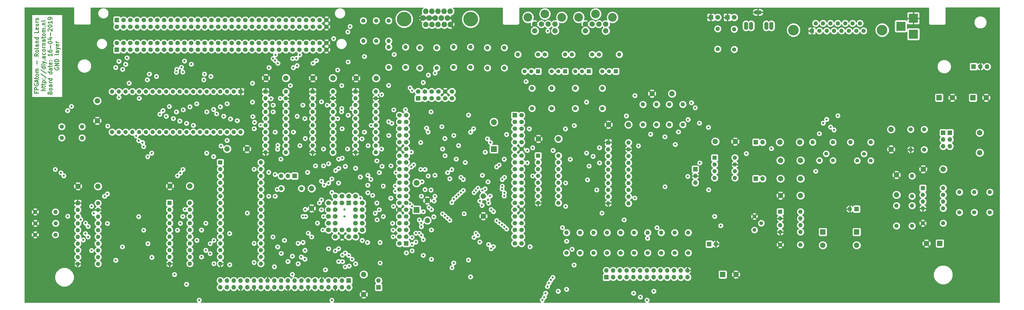
<source format=gbr>
G04 #@! TF.GenerationSoftware,KiCad,Pcbnew,(5.0.2-5)-5*
G04 #@! TF.CreationDate,2019-04-21T12:33:13+02:00*
G04 #@! TF.ProjectId,FPGAtom,46504741-746f-46d2-9e6b-696361645f70,rev?*
G04 #@! TF.SameCoordinates,Original*
G04 #@! TF.FileFunction,Copper,L3,Inr*
G04 #@! TF.FilePolarity,Positive*
%FSLAX46Y46*%
G04 Gerber Fmt 4.6, Leading zero omitted, Abs format (unit mm)*
G04 Created by KiCad (PCBNEW (5.0.2-5)-5) date Sunday, 21 April 2019 at 12:33:13*
%MOMM*%
%LPD*%
G01*
G04 APERTURE LIST*
G04 #@! TA.AperFunction,NonConductor*
%ADD10C,0.300000*%
G04 #@! TD*
G04 #@! TA.AperFunction,ViaPad*
%ADD11O,1.600000X1.600000*%
G04 #@! TD*
G04 #@! TA.AperFunction,ViaPad*
%ADD12C,1.600000*%
G04 #@! TD*
G04 #@! TA.AperFunction,ViaPad*
%ADD13C,1.700000*%
G04 #@! TD*
G04 #@! TA.AperFunction,ViaPad*
%ADD14R,1.700000X1.700000*%
G04 #@! TD*
G04 #@! TA.AperFunction,ViaPad*
%ADD15C,1.520000*%
G04 #@! TD*
G04 #@! TA.AperFunction,ViaPad*
%ADD16R,1.520000X1.520000*%
G04 #@! TD*
G04 #@! TA.AperFunction,ViaPad*
%ADD17R,1.600000X1.600000*%
G04 #@! TD*
G04 #@! TA.AperFunction,ViaPad*
%ADD18O,1.700000X1.700000*%
G04 #@! TD*
G04 #@! TA.AperFunction,ViaPad*
%ADD19C,2.000000*%
G04 #@! TD*
G04 #@! TA.AperFunction,ViaPad*
%ADD20C,1.800000*%
G04 #@! TD*
G04 #@! TA.AperFunction,ViaPad*
%ADD21R,1.800000X1.800000*%
G04 #@! TD*
G04 #@! TA.AperFunction,ViaPad*
%ADD22C,2.080000*%
G04 #@! TD*
G04 #@! TA.AperFunction,ViaPad*
%ADD23C,5.500000*%
G04 #@! TD*
G04 #@! TA.AperFunction,ViaPad*
%ADD24R,2.000000X2.000000*%
G04 #@! TD*
G04 #@! TA.AperFunction,ViaPad*
%ADD25R,2.200000X2.200000*%
G04 #@! TD*
G04 #@! TA.AperFunction,ViaPad*
%ADD26O,2.200000X2.200000*%
G04 #@! TD*
G04 #@! TA.AperFunction,ViaPad*
%ADD27R,3.500000X3.500000*%
G04 #@! TD*
G04 #@! TA.AperFunction,ViaPad*
%ADD28C,1.440000*%
G04 #@! TD*
G04 #@! TA.AperFunction,ViaPad*
%ADD29O,3.000000X1.524000*%
G04 #@! TD*
G04 #@! TA.AperFunction,ViaPad*
%ADD30O,1.524000X3.000000*%
G04 #@! TD*
G04 #@! TA.AperFunction,ViaPad*
%ADD31C,3.250000*%
G04 #@! TD*
G04 #@! TA.AperFunction,ViaPad*
%ADD32C,4.000000*%
G04 #@! TD*
G04 #@! TA.AperFunction,ViaPad*
%ADD33O,1.800000X1.800000*%
G04 #@! TD*
G04 #@! TA.AperFunction,ViaPad*
%ADD34C,0.800000*%
G04 #@! TD*
G04 #@! TA.AperFunction,Conductor*
%ADD35C,1.000000*%
G04 #@! TD*
G04 #@! TA.AperFunction,Conductor*
%ADD36C,0.254000*%
G04 #@! TD*
G04 APERTURE END LIST*
D10*
X36326857Y-113103714D02*
X36326857Y-113603714D01*
X37112571Y-113603714D02*
X35612571Y-113603714D01*
X35612571Y-112889428D01*
X37112571Y-112318000D02*
X35612571Y-112318000D01*
X35612571Y-111746571D01*
X35684000Y-111603714D01*
X35755428Y-111532285D01*
X35898285Y-111460857D01*
X36112571Y-111460857D01*
X36255428Y-111532285D01*
X36326857Y-111603714D01*
X36398285Y-111746571D01*
X36398285Y-112318000D01*
X35684000Y-110032285D02*
X35612571Y-110175142D01*
X35612571Y-110389428D01*
X35684000Y-110603714D01*
X35826857Y-110746571D01*
X35969714Y-110818000D01*
X36255428Y-110889428D01*
X36469714Y-110889428D01*
X36755428Y-110818000D01*
X36898285Y-110746571D01*
X37041142Y-110603714D01*
X37112571Y-110389428D01*
X37112571Y-110246571D01*
X37041142Y-110032285D01*
X36969714Y-109960857D01*
X36469714Y-109960857D01*
X36469714Y-110246571D01*
X36684000Y-109389428D02*
X36684000Y-108675142D01*
X37112571Y-109532285D02*
X35612571Y-109032285D01*
X37112571Y-108532285D01*
X36112571Y-108246571D02*
X36112571Y-107675142D01*
X35612571Y-108032285D02*
X36898285Y-108032285D01*
X37041142Y-107960857D01*
X37112571Y-107818000D01*
X37112571Y-107675142D01*
X37112571Y-106960857D02*
X37041142Y-107103714D01*
X36969714Y-107175142D01*
X36826857Y-107246571D01*
X36398285Y-107246571D01*
X36255428Y-107175142D01*
X36184000Y-107103714D01*
X36112571Y-106960857D01*
X36112571Y-106746571D01*
X36184000Y-106603714D01*
X36255428Y-106532285D01*
X36398285Y-106460857D01*
X36826857Y-106460857D01*
X36969714Y-106532285D01*
X37041142Y-106603714D01*
X37112571Y-106746571D01*
X37112571Y-106960857D01*
X37112571Y-105818000D02*
X36112571Y-105818000D01*
X36255428Y-105818000D02*
X36184000Y-105746571D01*
X36112571Y-105603714D01*
X36112571Y-105389428D01*
X36184000Y-105246571D01*
X36326857Y-105175142D01*
X37112571Y-105175142D01*
X36326857Y-105175142D02*
X36184000Y-105103714D01*
X36112571Y-104960857D01*
X36112571Y-104746571D01*
X36184000Y-104603714D01*
X36326857Y-104532285D01*
X37112571Y-104532285D01*
X36541142Y-102675142D02*
X36541142Y-101532285D01*
X37112571Y-98818000D02*
X36398285Y-99318000D01*
X37112571Y-99675142D02*
X35612571Y-99675142D01*
X35612571Y-99103714D01*
X35684000Y-98960857D01*
X35755428Y-98889428D01*
X35898285Y-98818000D01*
X36112571Y-98818000D01*
X36255428Y-98889428D01*
X36326857Y-98960857D01*
X36398285Y-99103714D01*
X36398285Y-99675142D01*
X37112571Y-97960857D02*
X37041142Y-98103714D01*
X36969714Y-98175142D01*
X36826857Y-98246571D01*
X36398285Y-98246571D01*
X36255428Y-98175142D01*
X36184000Y-98103714D01*
X36112571Y-97960857D01*
X36112571Y-97746571D01*
X36184000Y-97603714D01*
X36255428Y-97532285D01*
X36398285Y-97460857D01*
X36826857Y-97460857D01*
X36969714Y-97532285D01*
X37041142Y-97603714D01*
X37112571Y-97746571D01*
X37112571Y-97960857D01*
X37112571Y-96603714D02*
X37041142Y-96746571D01*
X36898285Y-96818000D01*
X35612571Y-96818000D01*
X37112571Y-95389428D02*
X36326857Y-95389428D01*
X36184000Y-95460857D01*
X36112571Y-95603714D01*
X36112571Y-95889428D01*
X36184000Y-96032285D01*
X37041142Y-95389428D02*
X37112571Y-95532285D01*
X37112571Y-95889428D01*
X37041142Y-96032285D01*
X36898285Y-96103714D01*
X36755428Y-96103714D01*
X36612571Y-96032285D01*
X36541142Y-95889428D01*
X36541142Y-95532285D01*
X36469714Y-95389428D01*
X36112571Y-94675142D02*
X37112571Y-94675142D01*
X36255428Y-94675142D02*
X36184000Y-94603714D01*
X36112571Y-94460857D01*
X36112571Y-94246571D01*
X36184000Y-94103714D01*
X36326857Y-94032285D01*
X37112571Y-94032285D01*
X37112571Y-92675142D02*
X35612571Y-92675142D01*
X37041142Y-92675142D02*
X37112571Y-92818000D01*
X37112571Y-93103714D01*
X37041142Y-93246571D01*
X36969714Y-93318000D01*
X36826857Y-93389428D01*
X36398285Y-93389428D01*
X36255428Y-93318000D01*
X36184000Y-93246571D01*
X36112571Y-93103714D01*
X36112571Y-92818000D01*
X36184000Y-92675142D01*
X37112571Y-90103714D02*
X37112571Y-90818000D01*
X35612571Y-90818000D01*
X37041142Y-89032285D02*
X37112571Y-89175142D01*
X37112571Y-89460857D01*
X37041142Y-89603714D01*
X36898285Y-89675142D01*
X36326857Y-89675142D01*
X36184000Y-89603714D01*
X36112571Y-89460857D01*
X36112571Y-89175142D01*
X36184000Y-89032285D01*
X36326857Y-88960857D01*
X36469714Y-88960857D01*
X36612571Y-89675142D01*
X36112571Y-87675142D02*
X37112571Y-87675142D01*
X36112571Y-88318000D02*
X36898285Y-88318000D01*
X37041142Y-88246571D01*
X37112571Y-88103714D01*
X37112571Y-87889428D01*
X37041142Y-87746571D01*
X36969714Y-87675142D01*
X37112571Y-86960857D02*
X36112571Y-86960857D01*
X36398285Y-86960857D02*
X36255428Y-86889428D01*
X36184000Y-86818000D01*
X36112571Y-86675142D01*
X36112571Y-86532285D01*
X37041142Y-86103714D02*
X37112571Y-85960857D01*
X37112571Y-85675142D01*
X37041142Y-85532285D01*
X36898285Y-85460857D01*
X36826857Y-85460857D01*
X36684000Y-85532285D01*
X36612571Y-85675142D01*
X36612571Y-85889428D01*
X36541142Y-86032285D01*
X36398285Y-86103714D01*
X36326857Y-86103714D01*
X36184000Y-86032285D01*
X36112571Y-85889428D01*
X36112571Y-85675142D01*
X36184000Y-85532285D01*
X39662571Y-112675142D02*
X38162571Y-112675142D01*
X39662571Y-112032285D02*
X38876857Y-112032285D01*
X38734000Y-112103714D01*
X38662571Y-112246571D01*
X38662571Y-112460857D01*
X38734000Y-112603714D01*
X38805428Y-112675142D01*
X38662571Y-111532285D02*
X38662571Y-110960857D01*
X38162571Y-111318000D02*
X39448285Y-111318000D01*
X39591142Y-111246571D01*
X39662571Y-111103714D01*
X39662571Y-110960857D01*
X38662571Y-110675142D02*
X38662571Y-110103714D01*
X38162571Y-110460857D02*
X39448285Y-110460857D01*
X39591142Y-110389428D01*
X39662571Y-110246571D01*
X39662571Y-110103714D01*
X38662571Y-109603714D02*
X40162571Y-109603714D01*
X38734000Y-109603714D02*
X38662571Y-109460857D01*
X38662571Y-109175142D01*
X38734000Y-109032285D01*
X38805428Y-108960857D01*
X38948285Y-108889428D01*
X39376857Y-108889428D01*
X39519714Y-108960857D01*
X39591142Y-109032285D01*
X39662571Y-109175142D01*
X39662571Y-109460857D01*
X39591142Y-109603714D01*
X39519714Y-108246571D02*
X39591142Y-108175142D01*
X39662571Y-108246571D01*
X39591142Y-108318000D01*
X39519714Y-108246571D01*
X39662571Y-108246571D01*
X38734000Y-108246571D02*
X38805428Y-108175142D01*
X38876857Y-108246571D01*
X38805428Y-108318000D01*
X38734000Y-108246571D01*
X38876857Y-108246571D01*
X38091142Y-106460857D02*
X40019714Y-107746571D01*
X38091142Y-104889428D02*
X40019714Y-106175142D01*
X39662571Y-103746571D02*
X38162571Y-103746571D01*
X39591142Y-103746571D02*
X39662571Y-103889428D01*
X39662571Y-104175142D01*
X39591142Y-104318000D01*
X39519714Y-104389428D01*
X39376857Y-104460857D01*
X38948285Y-104460857D01*
X38805428Y-104389428D01*
X38734000Y-104318000D01*
X38662571Y-104175142D01*
X38662571Y-103889428D01*
X38734000Y-103746571D01*
X39662571Y-103032285D02*
X38662571Y-103032285D01*
X38162571Y-103032285D02*
X38234000Y-103103714D01*
X38305428Y-103032285D01*
X38234000Y-102960857D01*
X38162571Y-103032285D01*
X38305428Y-103032285D01*
X38662571Y-102460857D02*
X39662571Y-102103714D01*
X38662571Y-101746571D02*
X39662571Y-102103714D01*
X40019714Y-102246571D01*
X40091142Y-102318000D01*
X40162571Y-102460857D01*
X39519714Y-101175142D02*
X39591142Y-101103714D01*
X39662571Y-101175142D01*
X39591142Y-101246571D01*
X39519714Y-101175142D01*
X39662571Y-101175142D01*
X39662571Y-99818000D02*
X38876857Y-99818000D01*
X38734000Y-99889428D01*
X38662571Y-100032285D01*
X38662571Y-100318000D01*
X38734000Y-100460857D01*
X39591142Y-99818000D02*
X39662571Y-99960857D01*
X39662571Y-100318000D01*
X39591142Y-100460857D01*
X39448285Y-100532285D01*
X39305428Y-100532285D01*
X39162571Y-100460857D01*
X39091142Y-100318000D01*
X39091142Y-99960857D01*
X39019714Y-99818000D01*
X39591142Y-98460857D02*
X39662571Y-98603714D01*
X39662571Y-98889428D01*
X39591142Y-99032285D01*
X39519714Y-99103714D01*
X39376857Y-99175142D01*
X38948285Y-99175142D01*
X38805428Y-99103714D01*
X38734000Y-99032285D01*
X38662571Y-98889428D01*
X38662571Y-98603714D01*
X38734000Y-98460857D01*
X39662571Y-97603714D02*
X39591142Y-97746571D01*
X39519714Y-97818000D01*
X39376857Y-97889428D01*
X38948285Y-97889428D01*
X38805428Y-97818000D01*
X38734000Y-97746571D01*
X38662571Y-97603714D01*
X38662571Y-97389428D01*
X38734000Y-97246571D01*
X38805428Y-97175142D01*
X38948285Y-97103714D01*
X39376857Y-97103714D01*
X39519714Y-97175142D01*
X39591142Y-97246571D01*
X39662571Y-97389428D01*
X39662571Y-97603714D01*
X39662571Y-96460857D02*
X38662571Y-96460857D01*
X38948285Y-96460857D02*
X38805428Y-96389428D01*
X38734000Y-96318000D01*
X38662571Y-96175142D01*
X38662571Y-96032285D01*
X38662571Y-95532285D02*
X39662571Y-95532285D01*
X38805428Y-95532285D02*
X38734000Y-95460857D01*
X38662571Y-95318000D01*
X38662571Y-95103714D01*
X38734000Y-94960857D01*
X38876857Y-94889428D01*
X39662571Y-94889428D01*
X39662571Y-93532285D02*
X38876857Y-93532285D01*
X38734000Y-93603714D01*
X38662571Y-93746571D01*
X38662571Y-94032285D01*
X38734000Y-94175142D01*
X39591142Y-93532285D02*
X39662571Y-93675142D01*
X39662571Y-94032285D01*
X39591142Y-94175142D01*
X39448285Y-94246571D01*
X39305428Y-94246571D01*
X39162571Y-94175142D01*
X39091142Y-94032285D01*
X39091142Y-93675142D01*
X39019714Y-93532285D01*
X38662571Y-93032285D02*
X38662571Y-92460857D01*
X38162571Y-92818000D02*
X39448285Y-92818000D01*
X39591142Y-92746571D01*
X39662571Y-92603714D01*
X39662571Y-92460857D01*
X39662571Y-91746571D02*
X39591142Y-91889428D01*
X39519714Y-91960857D01*
X39376857Y-92032285D01*
X38948285Y-92032285D01*
X38805428Y-91960857D01*
X38734000Y-91889428D01*
X38662571Y-91746571D01*
X38662571Y-91532285D01*
X38734000Y-91389428D01*
X38805428Y-91318000D01*
X38948285Y-91246571D01*
X39376857Y-91246571D01*
X39519714Y-91318000D01*
X39591142Y-91389428D01*
X39662571Y-91532285D01*
X39662571Y-91746571D01*
X39662571Y-90603714D02*
X38662571Y-90603714D01*
X38805428Y-90603714D02*
X38734000Y-90532285D01*
X38662571Y-90389428D01*
X38662571Y-90175142D01*
X38734000Y-90032285D01*
X38876857Y-89960857D01*
X39662571Y-89960857D01*
X38876857Y-89960857D02*
X38734000Y-89889428D01*
X38662571Y-89746571D01*
X38662571Y-89532285D01*
X38734000Y-89389428D01*
X38876857Y-89318000D01*
X39662571Y-89318000D01*
X39519714Y-88603714D02*
X39591142Y-88532285D01*
X39662571Y-88603714D01*
X39591142Y-88675142D01*
X39519714Y-88603714D01*
X39662571Y-88603714D01*
X38662571Y-87889428D02*
X39662571Y-87889428D01*
X38805428Y-87889428D02*
X38734000Y-87818000D01*
X38662571Y-87675142D01*
X38662571Y-87460857D01*
X38734000Y-87318000D01*
X38876857Y-87246571D01*
X39662571Y-87246571D01*
X39662571Y-86318000D02*
X39591142Y-86460857D01*
X39448285Y-86532285D01*
X38162571Y-86532285D01*
X41426857Y-113460857D02*
X41498285Y-113246571D01*
X41569714Y-113175142D01*
X41712571Y-113103714D01*
X41926857Y-113103714D01*
X42069714Y-113175142D01*
X42141142Y-113246571D01*
X42212571Y-113389428D01*
X42212571Y-113960857D01*
X40712571Y-113960857D01*
X40712571Y-113460857D01*
X40784000Y-113318000D01*
X40855428Y-113246571D01*
X40998285Y-113175142D01*
X41141142Y-113175142D01*
X41284000Y-113246571D01*
X41355428Y-113318000D01*
X41426857Y-113460857D01*
X41426857Y-113960857D01*
X42212571Y-112246571D02*
X42141142Y-112389428D01*
X42069714Y-112460857D01*
X41926857Y-112532285D01*
X41498285Y-112532285D01*
X41355428Y-112460857D01*
X41284000Y-112389428D01*
X41212571Y-112246571D01*
X41212571Y-112032285D01*
X41284000Y-111889428D01*
X41355428Y-111818000D01*
X41498285Y-111746571D01*
X41926857Y-111746571D01*
X42069714Y-111818000D01*
X42141142Y-111889428D01*
X42212571Y-112032285D01*
X42212571Y-112246571D01*
X42212571Y-110460857D02*
X41426857Y-110460857D01*
X41284000Y-110532285D01*
X41212571Y-110675142D01*
X41212571Y-110960857D01*
X41284000Y-111103714D01*
X42141142Y-110460857D02*
X42212571Y-110603714D01*
X42212571Y-110960857D01*
X42141142Y-111103714D01*
X41998285Y-111175142D01*
X41855428Y-111175142D01*
X41712571Y-111103714D01*
X41641142Y-110960857D01*
X41641142Y-110603714D01*
X41569714Y-110460857D01*
X42212571Y-109746571D02*
X41212571Y-109746571D01*
X41498285Y-109746571D02*
X41355428Y-109675142D01*
X41284000Y-109603714D01*
X41212571Y-109460857D01*
X41212571Y-109318000D01*
X42212571Y-108175142D02*
X40712571Y-108175142D01*
X42141142Y-108175142D02*
X42212571Y-108318000D01*
X42212571Y-108603714D01*
X42141142Y-108746571D01*
X42069714Y-108818000D01*
X41926857Y-108889428D01*
X41498285Y-108889428D01*
X41355428Y-108818000D01*
X41284000Y-108746571D01*
X41212571Y-108603714D01*
X41212571Y-108318000D01*
X41284000Y-108175142D01*
X42212571Y-105675142D02*
X40712571Y-105675142D01*
X42141142Y-105675142D02*
X42212571Y-105818000D01*
X42212571Y-106103714D01*
X42141142Y-106246571D01*
X42069714Y-106318000D01*
X41926857Y-106389428D01*
X41498285Y-106389428D01*
X41355428Y-106318000D01*
X41284000Y-106246571D01*
X41212571Y-106103714D01*
X41212571Y-105818000D01*
X41284000Y-105675142D01*
X42212571Y-104318000D02*
X41426857Y-104318000D01*
X41284000Y-104389428D01*
X41212571Y-104532285D01*
X41212571Y-104818000D01*
X41284000Y-104960857D01*
X42141142Y-104318000D02*
X42212571Y-104460857D01*
X42212571Y-104818000D01*
X42141142Y-104960857D01*
X41998285Y-105032285D01*
X41855428Y-105032285D01*
X41712571Y-104960857D01*
X41641142Y-104818000D01*
X41641142Y-104460857D01*
X41569714Y-104318000D01*
X41212571Y-103818000D02*
X41212571Y-103246571D01*
X40712571Y-103603714D02*
X41998285Y-103603714D01*
X42141142Y-103532285D01*
X42212571Y-103389428D01*
X42212571Y-103246571D01*
X42141142Y-102175142D02*
X42212571Y-102318000D01*
X42212571Y-102603714D01*
X42141142Y-102746571D01*
X41998285Y-102818000D01*
X41426857Y-102818000D01*
X41284000Y-102746571D01*
X41212571Y-102603714D01*
X41212571Y-102318000D01*
X41284000Y-102175142D01*
X41426857Y-102103714D01*
X41569714Y-102103714D01*
X41712571Y-102818000D01*
X42069714Y-101460857D02*
X42141142Y-101389428D01*
X42212571Y-101460857D01*
X42141142Y-101532285D01*
X42069714Y-101460857D01*
X42212571Y-101460857D01*
X41284000Y-101460857D02*
X41355428Y-101389428D01*
X41426857Y-101460857D01*
X41355428Y-101532285D01*
X41284000Y-101460857D01*
X41426857Y-101460857D01*
X42212571Y-98818000D02*
X42212571Y-99675142D01*
X42212571Y-99246571D02*
X40712571Y-99246571D01*
X40926857Y-99389428D01*
X41069714Y-99532285D01*
X41141142Y-99675142D01*
X40712571Y-97532285D02*
X40712571Y-97818000D01*
X40784000Y-97960857D01*
X40855428Y-98032285D01*
X41069714Y-98175142D01*
X41355428Y-98246571D01*
X41926857Y-98246571D01*
X42069714Y-98175142D01*
X42141142Y-98103714D01*
X42212571Y-97960857D01*
X42212571Y-97675142D01*
X42141142Y-97532285D01*
X42069714Y-97460857D01*
X41926857Y-97389428D01*
X41569714Y-97389428D01*
X41426857Y-97460857D01*
X41355428Y-97532285D01*
X41284000Y-97675142D01*
X41284000Y-97960857D01*
X41355428Y-98103714D01*
X41426857Y-98175142D01*
X41569714Y-98246571D01*
X41641142Y-96746571D02*
X41641142Y-95603714D01*
X40712571Y-94603714D02*
X40712571Y-94460857D01*
X40784000Y-94318000D01*
X40855428Y-94246571D01*
X40998285Y-94175142D01*
X41284000Y-94103714D01*
X41641142Y-94103714D01*
X41926857Y-94175142D01*
X42069714Y-94246571D01*
X42141142Y-94318000D01*
X42212571Y-94460857D01*
X42212571Y-94603714D01*
X42141142Y-94746571D01*
X42069714Y-94818000D01*
X41926857Y-94889428D01*
X41641142Y-94960857D01*
X41284000Y-94960857D01*
X40998285Y-94889428D01*
X40855428Y-94818000D01*
X40784000Y-94746571D01*
X40712571Y-94603714D01*
X41212571Y-92818000D02*
X42212571Y-92818000D01*
X40641142Y-93175142D02*
X41712571Y-93532285D01*
X41712571Y-92603714D01*
X41641142Y-92032285D02*
X41641142Y-90889428D01*
X40855428Y-90246571D02*
X40784000Y-90175142D01*
X40712571Y-90032285D01*
X40712571Y-89675142D01*
X40784000Y-89532285D01*
X40855428Y-89460857D01*
X40998285Y-89389428D01*
X41141142Y-89389428D01*
X41355428Y-89460857D01*
X42212571Y-90318000D01*
X42212571Y-89389428D01*
X40712571Y-88460857D02*
X40712571Y-88318000D01*
X40784000Y-88175142D01*
X40855428Y-88103714D01*
X40998285Y-88032285D01*
X41284000Y-87960857D01*
X41641142Y-87960857D01*
X41926857Y-88032285D01*
X42069714Y-88103714D01*
X42141142Y-88175142D01*
X42212571Y-88318000D01*
X42212571Y-88460857D01*
X42141142Y-88603714D01*
X42069714Y-88675142D01*
X41926857Y-88746571D01*
X41641142Y-88818000D01*
X41284000Y-88818000D01*
X40998285Y-88746571D01*
X40855428Y-88675142D01*
X40784000Y-88603714D01*
X40712571Y-88460857D01*
X42212571Y-86532285D02*
X42212571Y-87389428D01*
X42212571Y-86960857D02*
X40712571Y-86960857D01*
X40926857Y-87103714D01*
X41069714Y-87246571D01*
X41141142Y-87389428D01*
X42212571Y-85818000D02*
X42212571Y-85532285D01*
X42141142Y-85389428D01*
X42069714Y-85318000D01*
X41855428Y-85175142D01*
X41569714Y-85103714D01*
X40998285Y-85103714D01*
X40855428Y-85175142D01*
X40784000Y-85246571D01*
X40712571Y-85389428D01*
X40712571Y-85675142D01*
X40784000Y-85818000D01*
X40855428Y-85889428D01*
X40998285Y-85960857D01*
X41355428Y-85960857D01*
X41498285Y-85889428D01*
X41569714Y-85818000D01*
X41641142Y-85675142D01*
X41641142Y-85389428D01*
X41569714Y-85246571D01*
X41498285Y-85175142D01*
X41355428Y-85103714D01*
X43334000Y-104032285D02*
X43262571Y-104175142D01*
X43262571Y-104389428D01*
X43334000Y-104603714D01*
X43476857Y-104746571D01*
X43619714Y-104818000D01*
X43905428Y-104889428D01*
X44119714Y-104889428D01*
X44405428Y-104818000D01*
X44548285Y-104746571D01*
X44691142Y-104603714D01*
X44762571Y-104389428D01*
X44762571Y-104246571D01*
X44691142Y-104032285D01*
X44619714Y-103960857D01*
X44119714Y-103960857D01*
X44119714Y-104246571D01*
X44762571Y-103318000D02*
X43262571Y-103318000D01*
X44762571Y-102460857D01*
X43262571Y-102460857D01*
X44762571Y-101746571D02*
X43262571Y-101746571D01*
X43262571Y-101389428D01*
X43334000Y-101175142D01*
X43476857Y-101032285D01*
X43619714Y-100960857D01*
X43905428Y-100889428D01*
X44119714Y-100889428D01*
X44405428Y-100960857D01*
X44548285Y-101032285D01*
X44691142Y-101175142D01*
X44762571Y-101389428D01*
X44762571Y-101746571D01*
X44762571Y-98889428D02*
X44691142Y-99032285D01*
X44548285Y-99103714D01*
X43262571Y-99103714D01*
X44762571Y-97675142D02*
X43976857Y-97675142D01*
X43834000Y-97746571D01*
X43762571Y-97889428D01*
X43762571Y-98175142D01*
X43834000Y-98318000D01*
X44691142Y-97675142D02*
X44762571Y-97818000D01*
X44762571Y-98175142D01*
X44691142Y-98318000D01*
X44548285Y-98389428D01*
X44405428Y-98389428D01*
X44262571Y-98318000D01*
X44191142Y-98175142D01*
X44191142Y-97818000D01*
X44119714Y-97675142D01*
X43762571Y-97103714D02*
X44762571Y-96746571D01*
X43762571Y-96389428D02*
X44762571Y-96746571D01*
X45119714Y-96889428D01*
X45191142Y-96960857D01*
X45262571Y-97103714D01*
X44691142Y-95246571D02*
X44762571Y-95389428D01*
X44762571Y-95675142D01*
X44691142Y-95818000D01*
X44548285Y-95889428D01*
X43976857Y-95889428D01*
X43834000Y-95818000D01*
X43762571Y-95675142D01*
X43762571Y-95389428D01*
X43834000Y-95246571D01*
X43976857Y-95175142D01*
X44119714Y-95175142D01*
X44262571Y-95889428D01*
X44762571Y-94532285D02*
X43762571Y-94532285D01*
X44048285Y-94532285D02*
X43905428Y-94460857D01*
X43834000Y-94389428D01*
X43762571Y-94246571D01*
X43762571Y-94103714D01*
D11*
G04 #@! TO.N,Net-(C22-Pad1)*
G04 #@! TO.C,R53*
X327914000Y-132080000D03*
D12*
G04 #@! TO.N,Net-(R53-Pad1)*
X335534000Y-132080000D03*
G04 #@! TD*
G04 #@! TO.N,Net-(R52-Pad1)*
G04 #@! TO.C,R52*
X349758000Y-132080000D03*
D11*
G04 #@! TO.N,Net-(C21-Pad1)*
X342138000Y-132080000D03*
G04 #@! TD*
D13*
G04 #@! TO.N,/RDY*
G04 #@! TO.C,U11*
X179730000Y-112990000D03*
G04 #@! TO.N,/SYNC*
X182270000Y-112990000D03*
G04 #@! TO.N,/SO*
X184810000Y-112990000D03*
G04 #@! TO.N,Net-(R17-Pad1)*
X187350000Y-112990000D03*
G04 #@! TO.N,GNDD*
X189890000Y-112990000D03*
G04 #@! TO.N,Net-(R24-Pad1)*
X192430000Y-112990000D03*
G04 #@! TO.N,N/C*
X192430000Y-115530000D03*
G04 #@! TO.N,Net-(U11-Pad85)*
X189890000Y-115530000D03*
G04 #@! TO.N,/CAS_out*
X187350000Y-115530000D03*
G04 #@! TO.N,Net-(R11-Pad1)*
X184810000Y-115530000D03*
G04 #@! TO.N,Net-(R10-Pad1)*
X182270000Y-115530000D03*
D14*
G04 #@! TO.N,Net-(C23-Pad2)*
X179730000Y-115530000D03*
D13*
G04 #@! TO.N,Net-(R14-Pad1)*
X218550000Y-121930000D03*
G04 #@! TO.N,Net-(R19-Pad1)*
X218550000Y-124470000D03*
G04 #@! TO.N,Net-(R20-Pad1)*
X218550000Y-127010000D03*
G04 #@! TO.N,Net-(R22-Pad1)*
X218550000Y-129550000D03*
G04 #@! TO.N,Net-(R25-Pad1)*
X218550000Y-132090000D03*
G04 #@! TO.N,GNDD*
X218550000Y-134630000D03*
G04 #@! TO.N,Net-(R12-Pad1)*
X218550000Y-137170000D03*
G04 #@! TO.N,Net-(Q1-Pad3)*
X218550000Y-139710000D03*
G04 #@! TO.N,Net-(Q3-Pad3)*
X218550000Y-142250000D03*
G04 #@! TO.N,Net-(U11-Pad71)*
X218550000Y-144790000D03*
G04 #@! TO.N,Net-(U11-Pad70)*
X218550000Y-147330000D03*
G04 #@! TO.N,/A18*
X218550000Y-149870000D03*
G04 #@! TO.N,/A17*
X218550000Y-152410000D03*
G04 #@! TO.N,Net-(U11-Pad67)*
X218550000Y-154950000D03*
G04 #@! TO.N,GNDD*
X218550000Y-157490000D03*
G04 #@! TO.N,Net-(U11-Pad65)*
X218550000Y-160030000D03*
G04 #@! TO.N,Net-(U11-Pad64)*
X218550000Y-162570000D03*
G04 #@! TO.N,Net-(U11-Pad63)*
X218550000Y-165110000D03*
G04 #@! TO.N,/RST*
X218550000Y-167650000D03*
G04 #@! TO.N,Net-(J14-Pad18)*
X218550000Y-170190000D03*
G04 #@! TO.N,Net-(J14-Pad16)*
X216010000Y-170190000D03*
G04 #@! TO.N,Net-(J14-Pad14)*
X216010000Y-167650000D03*
G04 #@! TO.N,Net-(J14-Pad12)*
X216010000Y-165110000D03*
G04 #@! TO.N,Net-(J14-Pad10)*
X216010000Y-162570000D03*
G04 #@! TO.N,Net-(J14-Pad8)*
X216010000Y-160030000D03*
G04 #@! TO.N,N/C*
X216010000Y-157490000D03*
G04 #@! TO.N,Net-(J14-Pad6)*
X216010000Y-154950000D03*
G04 #@! TO.N,Net-(J14-Pad4)*
X216010000Y-152410000D03*
G04 #@! TO.N,Net-(J14-Pad2)*
X216010000Y-149870000D03*
G04 #@! TO.N,Net-(U11-Pad51)*
X216010000Y-147330000D03*
G04 #@! TO.N,Net-(U11-Pad50)*
X216010000Y-144790000D03*
G04 #@! TO.N,Net-(U11-Pad49)*
X216010000Y-142250000D03*
G04 #@! TO.N,Net-(U11-Pad48)*
X216010000Y-139710000D03*
G04 #@! TO.N,Net-(J9-Pad1)*
X216010000Y-137170000D03*
G04 #@! TO.N,Net-(D3-Pad1)*
X216010000Y-134630000D03*
G04 #@! TO.N,Net-(J9-Pad5)*
X216010000Y-132090000D03*
G04 #@! TO.N,Net-(J9-Pad2)*
X216010000Y-129550000D03*
G04 #@! TO.N,Net-(J9-Pad7)*
X216010000Y-127010000D03*
G04 #@! TO.N,/CS_TUBE*
X216010000Y-124470000D03*
D14*
G04 #@! TO.N,/BUF_DIR*
X216010000Y-121930000D03*
D13*
G04 #@! TO.N,/D2*
X172720000Y-170180000D03*
G04 #@! TO.N,/D1*
X172720000Y-167640000D03*
G04 #@! TO.N,/D0*
X172720000Y-165100000D03*
G04 #@! TO.N,/A0*
X172720000Y-162560000D03*
G04 #@! TO.N,/A1*
X172720000Y-160020000D03*
G04 #@! TO.N,GNDD*
X172720000Y-157480000D03*
G04 #@! TO.N,/A2*
X172720000Y-154940000D03*
G04 #@! TO.N,/A3*
X172720000Y-152400000D03*
G04 #@! TO.N,/A4*
X172720000Y-149860000D03*
G04 #@! TO.N,/A5*
X172720000Y-147320000D03*
G04 #@! TO.N,/A6*
X172720000Y-144780000D03*
G04 #@! TO.N,/A12*
X172720000Y-142240000D03*
G04 #@! TO.N,/A7*
X172720000Y-139700000D03*
G04 #@! TO.N,/A15*
X172720000Y-137160000D03*
G04 #@! TO.N,GNDD*
X172720000Y-134620000D03*
G04 #@! TO.N,/A16*
X172720000Y-132080000D03*
G04 #@! TO.N,/IRQ*
X172720000Y-129540000D03*
G04 #@! TO.N,/NMI*
X172720000Y-127000000D03*
G04 #@! TO.N,/CS_BUF*
X172720000Y-124460000D03*
G04 #@! TO.N,/BLK_B*
X172720000Y-121920000D03*
G04 #@! TO.N,/CS_VIA*
X175260000Y-121920000D03*
G04 #@! TO.N,/RW*
X175260000Y-124460000D03*
G04 #@! TO.N,/PHI2*
X175260000Y-127000000D03*
G04 #@! TO.N,/NRDS*
X175260000Y-129540000D03*
G04 #@! TO.N,N/C*
X175260000Y-132080000D03*
G04 #@! TO.N,/A14*
X175260000Y-134620000D03*
G04 #@! TO.N,/A13*
X175260000Y-137160000D03*
G04 #@! TO.N,/NWDS*
X175260000Y-139700000D03*
G04 #@! TO.N,/A8*
X175260000Y-142240000D03*
G04 #@! TO.N,/A9*
X175260000Y-144780000D03*
G04 #@! TO.N,/A11*
X175260000Y-147320000D03*
G04 #@! TO.N,/CS_RAM*
X175260000Y-149860000D03*
G04 #@! TO.N,/A10*
X175260000Y-152400000D03*
G04 #@! TO.N,/CS_ROM*
X175260000Y-154940000D03*
G04 #@! TO.N,Net-(D4-Pad1)*
X175260000Y-157480000D03*
G04 #@! TO.N,/D7*
X175260000Y-160020000D03*
G04 #@! TO.N,/D6*
X175260000Y-162560000D03*
G04 #@! TO.N,/D5*
X175260000Y-165100000D03*
G04 #@! TO.N,/D4*
X175260000Y-167640000D03*
D14*
G04 #@! TO.N,/D3*
X175260000Y-170180000D03*
G04 #@! TD*
D15*
G04 #@! TO.N,+3V3*
G04 #@! TO.C,Q4*
X222250000Y-105410000D03*
G04 #@! TO.N,Net-(J14-Pad16)*
X219710000Y-105410000D03*
D16*
G04 #@! TO.N,Net-(J17-Pad1)*
X224790000Y-105410000D03*
G04 #@! TD*
D12*
G04 #@! TO.N,Net-(J14-Pad2)*
G04 #@! TO.C,R34*
X240538000Y-173736000D03*
D11*
G04 #@! TO.N,+3V3*
X240538000Y-166116000D03*
G04 #@! TD*
D12*
G04 #@! TO.N,Net-(J14-Pad10)*
G04 #@! TO.C,R30*
X260858000Y-173736000D03*
D11*
G04 #@! TO.N,+3V3*
X260858000Y-166116000D03*
G04 #@! TD*
D17*
G04 #@! TO.N,/A17*
G04 #@! TO.C,U6*
X105410000Y-139700000D03*
D11*
G04 #@! TO.N,/D3*
X120650000Y-177800000D03*
G04 #@! TO.N,/A16*
X105410000Y-142240000D03*
G04 #@! TO.N,/D4*
X120650000Y-175260000D03*
G04 #@! TO.N,/A14*
X105410000Y-144780000D03*
G04 #@! TO.N,/D5*
X120650000Y-172720000D03*
G04 #@! TO.N,/A12*
X105410000Y-147320000D03*
G04 #@! TO.N,/D6*
X120650000Y-170180000D03*
G04 #@! TO.N,/A7*
X105410000Y-149860000D03*
G04 #@! TO.N,/D7*
X120650000Y-167640000D03*
G04 #@! TO.N,/A6*
X105410000Y-152400000D03*
G04 #@! TO.N,/CS_RAM*
X120650000Y-165100000D03*
G04 #@! TO.N,/A5*
X105410000Y-154940000D03*
G04 #@! TO.N,/A10*
X120650000Y-162560000D03*
G04 #@! TO.N,/A4*
X105410000Y-157480000D03*
G04 #@! TO.N,/NRDS*
X120650000Y-160020000D03*
G04 #@! TO.N,/A3*
X105410000Y-160020000D03*
G04 #@! TO.N,/A11*
X120650000Y-157480000D03*
G04 #@! TO.N,/A2*
X105410000Y-162560000D03*
G04 #@! TO.N,/A9*
X120650000Y-154940000D03*
G04 #@! TO.N,/A1*
X105410000Y-165100000D03*
G04 #@! TO.N,/A8*
X120650000Y-152400000D03*
G04 #@! TO.N,/A0*
X105410000Y-167640000D03*
G04 #@! TO.N,/A13*
X120650000Y-149860000D03*
G04 #@! TO.N,/D0*
X105410000Y-170180000D03*
G04 #@! TO.N,/NWDS*
X120650000Y-147320000D03*
G04 #@! TO.N,/D1*
X105410000Y-172720000D03*
G04 #@! TO.N,Net-(J3-Pad2)*
X120650000Y-144780000D03*
G04 #@! TO.N,/D2*
X105410000Y-175260000D03*
G04 #@! TO.N,/A15*
X120650000Y-142240000D03*
G04 #@! TO.N,GNDD*
X105410000Y-177800000D03*
G04 #@! TO.N,+3V3*
X120650000Y-139700000D03*
G04 #@! TD*
D14*
G04 #@! TO.N,N/C*
G04 #@! TO.C,J5 Pi Tube*
X153670000Y-184150000D03*
D18*
G04 #@! TO.N,Net-(J5-Pad2)*
X153670000Y-186690000D03*
G04 #@! TO.N,/A1*
X151130000Y-184150000D03*
G04 #@! TO.N,Net-(J5-Pad2)*
X151130000Y-186690000D03*
G04 #@! TO.N,/A2*
X148590000Y-184150000D03*
G04 #@! TO.N,GNDD*
X148590000Y-186690000D03*
G04 #@! TO.N,/RST*
X146050000Y-184150000D03*
G04 #@! TO.N,/PiTX*
X146050000Y-186690000D03*
G04 #@! TO.N,GNDD*
X143510000Y-184150000D03*
G04 #@! TO.N,/PiRX*
X143510000Y-186690000D03*
G04 #@! TO.N,/CS_TUBE*
X140970000Y-184150000D03*
G04 #@! TO.N,/RW*
X140970000Y-186690000D03*
G04 #@! TO.N,/A0*
X138430000Y-184150000D03*
G04 #@! TO.N,GNDD*
X138430000Y-186690000D03*
G04 #@! TO.N,/D4*
X135890000Y-184150000D03*
G04 #@! TO.N,/D5*
X135890000Y-186690000D03*
G04 #@! TO.N,N/C*
X133350000Y-184150000D03*
G04 #@! TO.N,/D6*
X133350000Y-186690000D03*
G04 #@! TO.N,/D2*
X130810000Y-184150000D03*
G04 #@! TO.N,GNDD*
X130810000Y-186690000D03*
G04 #@! TO.N,/D1*
X128270000Y-184150000D03*
G04 #@! TO.N,/D7*
X128270000Y-186690000D03*
G04 #@! TO.N,/D3*
X125730000Y-184150000D03*
G04 #@! TO.N,/D0*
X125730000Y-186690000D03*
G04 #@! TO.N,GNDD*
X123190000Y-184150000D03*
G04 #@! TO.N,/PHI2*
X123190000Y-186690000D03*
G04 #@! TO.N,N/C*
X120650000Y-184150000D03*
X120650000Y-186690000D03*
G04 #@! TO.N,/A3*
X118110000Y-184150000D03*
G04 #@! TO.N,GNDD*
X118110000Y-186690000D03*
G04 #@! TO.N,N/C*
X115570000Y-184150000D03*
X115570000Y-186690000D03*
X113030000Y-184150000D03*
G04 #@! TO.N,GNDD*
X113030000Y-186690000D03*
G04 #@! TO.N,N/C*
X110490000Y-184150000D03*
X110490000Y-186690000D03*
X107950000Y-184150000D03*
X107950000Y-186690000D03*
X105410000Y-184150000D03*
X105410000Y-186690000D03*
G04 #@! TD*
D13*
G04 #@! TO.N,GNDD*
G04 #@! TO.C,J1 (PL7)*
X145288000Y-94742000D03*
X145288000Y-97282000D03*
G04 #@! TO.N,/BBLK_B*
X142748000Y-94742000D03*
G04 #@! TO.N,/BA18*
X142748000Y-97282000D03*
G04 #@! TO.N,/BRW*
X140208000Y-94742000D03*
G04 #@! TO.N,/BSYN*
X140208000Y-97282000D03*
G04 #@! TO.N,/BPH2*
X137668000Y-94742000D03*
G04 #@! TO.N,/BNMI*
X137668000Y-97282000D03*
G04 #@! TO.N,/BA9*
X135128000Y-94742000D03*
G04 #@! TO.N,/BIRQ*
X135128000Y-97282000D03*
G04 #@! TO.N,/BA10*
X132588000Y-94742000D03*
G04 #@! TO.N,/BA17*
X132588000Y-97282000D03*
G04 #@! TO.N,/BA11*
X130048000Y-94742000D03*
G04 #@! TO.N,/BSO*
X130048000Y-97282000D03*
G04 #@! TO.N,/BA12*
X127508000Y-94742000D03*
G04 #@! TO.N,/BRDY*
X127508000Y-97282000D03*
G04 #@! TO.N,/BA13*
X124968000Y-94742000D03*
G04 #@! TO.N,/BPiRX*
X124968000Y-97282000D03*
G04 #@! TO.N,/BD0*
X122428000Y-94742000D03*
G04 #@! TO.N,/BPiTX*
X122428000Y-97282000D03*
G04 #@! TO.N,/BD1*
X119888000Y-94742000D03*
G04 #@! TO.N,/CA1*
X119888000Y-97282000D03*
G04 #@! TO.N,/BD2*
X117348000Y-94742000D03*
G04 #@! TO.N,/CA2*
X117348000Y-97282000D03*
G04 #@! TO.N,/BD3*
X114808000Y-94742000D03*
G04 #@! TO.N,/PA0*
X114808000Y-97282000D03*
G04 #@! TO.N,/BD4*
X112268000Y-94742000D03*
G04 #@! TO.N,/PA1*
X112268000Y-97282000D03*
G04 #@! TO.N,/BD5*
X109728000Y-94742000D03*
G04 #@! TO.N,/PA2*
X109728000Y-97282000D03*
G04 #@! TO.N,/BD6*
X107188000Y-94742000D03*
G04 #@! TO.N,/PA3*
X107188000Y-97282000D03*
G04 #@! TO.N,/BD7*
X104648000Y-94742000D03*
G04 #@! TO.N,/PA4*
X104648000Y-97282000D03*
G04 #@! TO.N,/BA0*
X102108000Y-94742000D03*
G04 #@! TO.N,/PA5*
X102108000Y-97282000D03*
G04 #@! TO.N,/BA1*
X99568000Y-94742000D03*
G04 #@! TO.N,/PA6*
X99568000Y-97282000D03*
G04 #@! TO.N,/BA2*
X97028000Y-94742000D03*
G04 #@! TO.N,/PA7*
X97028000Y-97282000D03*
G04 #@! TO.N,/BA3*
X94488000Y-94742000D03*
G04 #@! TO.N,/CB1*
X94488000Y-97282000D03*
G04 #@! TO.N,/BA4*
X91948000Y-94742000D03*
G04 #@! TO.N,/CB2*
X91948000Y-97282000D03*
G04 #@! TO.N,/BA5*
X89408000Y-94742000D03*
G04 #@! TO.N,/PB0*
X89408000Y-97282000D03*
G04 #@! TO.N,/BA6*
X86868000Y-94742000D03*
G04 #@! TO.N,/PB1*
X86868000Y-97282000D03*
G04 #@! TO.N,/BA7*
X84328000Y-94742000D03*
G04 #@! TO.N,/PB2*
X84328000Y-97282000D03*
G04 #@! TO.N,/BA8*
X81788000Y-94742000D03*
G04 #@! TO.N,/PB3*
X81788000Y-97282000D03*
G04 #@! TO.N,/RST*
X79248000Y-94742000D03*
G04 #@! TO.N,/PB4*
X79248000Y-97282000D03*
G04 #@! TO.N,/BNRDS*
X76708000Y-94742000D03*
G04 #@! TO.N,/PB5*
X76708000Y-97282000D03*
G04 #@! TO.N,/BNWDS*
X74168000Y-94742000D03*
G04 #@! TO.N,/PB6*
X74168000Y-97282000D03*
G04 #@! TO.N,/BA14*
X71628000Y-94742000D03*
G04 #@! TO.N,/PB7*
X71628000Y-97282000D03*
G04 #@! TO.N,/BA15*
X69088000Y-94742000D03*
G04 #@! TO.N,/BA16*
X69088000Y-97282000D03*
G04 #@! TO.N,+5V*
X66548000Y-94742000D03*
D14*
X66548000Y-97282000D03*
G04 #@! TD*
D17*
G04 #@! TO.N,GNDD*
G04 #@! TO.C,U5*
X113030000Y-113030000D03*
D11*
G04 #@! TO.N,/BIRQ*
X64770000Y-128270000D03*
G04 #@! TO.N,/PA0*
X110490000Y-113030000D03*
G04 #@! TO.N,/BRW*
X67310000Y-128270000D03*
G04 #@! TO.N,/PA1*
X107950000Y-113030000D03*
G04 #@! TO.N,/CS_VIA*
X69850000Y-128270000D03*
G04 #@! TO.N,/PA2*
X105410000Y-113030000D03*
G04 #@! TO.N,Net-(R5-Pad1)*
X72390000Y-128270000D03*
G04 #@! TO.N,/PA3*
X102870000Y-113030000D03*
G04 #@! TO.N,/BPH2*
X74930000Y-128270000D03*
G04 #@! TO.N,/PA4*
X100330000Y-113030000D03*
G04 #@! TO.N,/BD7*
X77470000Y-128270000D03*
G04 #@! TO.N,/PA5*
X97790000Y-113030000D03*
G04 #@! TO.N,/BD6*
X80010000Y-128270000D03*
G04 #@! TO.N,/PA6*
X95250000Y-113030000D03*
G04 #@! TO.N,/BD5*
X82550000Y-128270000D03*
G04 #@! TO.N,/PA7*
X92710000Y-113030000D03*
G04 #@! TO.N,/BD4*
X85090000Y-128270000D03*
G04 #@! TO.N,/PB0*
X90170000Y-113030000D03*
G04 #@! TO.N,/BD3*
X87630000Y-128270000D03*
G04 #@! TO.N,/PB1*
X87630000Y-113030000D03*
G04 #@! TO.N,/BD2*
X90170000Y-128270000D03*
G04 #@! TO.N,/PB2*
X85090000Y-113030000D03*
G04 #@! TO.N,/BD1*
X92710000Y-128270000D03*
G04 #@! TO.N,/PB3*
X82550000Y-113030000D03*
G04 #@! TO.N,/BD0*
X95250000Y-128270000D03*
G04 #@! TO.N,/PB4*
X80010000Y-113030000D03*
G04 #@! TO.N,/RST*
X97790000Y-128270000D03*
G04 #@! TO.N,/PB5*
X77470000Y-113030000D03*
G04 #@! TO.N,/BA3*
X100330000Y-128270000D03*
G04 #@! TO.N,/PB6*
X74930000Y-113030000D03*
G04 #@! TO.N,/BA2*
X102870000Y-128270000D03*
G04 #@! TO.N,/PB7*
X72390000Y-113030000D03*
G04 #@! TO.N,/BA1*
X105410000Y-128270000D03*
G04 #@! TO.N,/CB1*
X69850000Y-113030000D03*
G04 #@! TO.N,/BA0*
X107950000Y-128270000D03*
G04 #@! TO.N,/CB2*
X67310000Y-113030000D03*
G04 #@! TO.N,/CA2*
X110490000Y-128270000D03*
G04 #@! TO.N,+5V*
X64770000Y-113030000D03*
G04 #@! TO.N,/CA1*
X113030000Y-128270000D03*
G04 #@! TD*
D17*
G04 #@! TO.N,GNDD*
G04 #@! TO.C,U4*
X140081000Y-113030000D03*
D11*
G04 #@! TO.N,/A12*
X147701000Y-135890000D03*
G04 #@! TO.N,/A8*
X140081000Y-115570000D03*
G04 #@! TO.N,/BA11*
X147701000Y-133350000D03*
G04 #@! TO.N,/BA15*
X140081000Y-118110000D03*
G04 #@! TO.N,/A13*
X147701000Y-130810000D03*
G04 #@! TO.N,/A9*
X140081000Y-120650000D03*
G04 #@! TO.N,/BA10*
X147701000Y-128270000D03*
G04 #@! TO.N,/BA14*
X140081000Y-123190000D03*
G04 #@! TO.N,/A14*
X147701000Y-125730000D03*
G04 #@! TO.N,/A10*
X140081000Y-125730000D03*
G04 #@! TO.N,/BA9*
X147701000Y-123190000D03*
G04 #@! TO.N,/BA13*
X140081000Y-128270000D03*
G04 #@! TO.N,/A15*
X147701000Y-120650000D03*
G04 #@! TO.N,/A11*
X140081000Y-130810000D03*
G04 #@! TO.N,/BA8*
X147701000Y-118110000D03*
G04 #@! TO.N,/BA12*
X140081000Y-133350000D03*
G04 #@! TO.N,GNDD*
X147701000Y-115570000D03*
X140081000Y-135890000D03*
G04 #@! TO.N,+5V*
X147701000Y-113030000D03*
G04 #@! TD*
D19*
G04 #@! TO.N,+3V3*
G04 #@! TO.C,C11*
X139712700Y-149476460D03*
G04 #@! TO.N,GNDD*
X139712700Y-156976460D03*
G04 #@! TD*
D20*
G04 #@! TO.N,/A14*
G04 #@! TO.C,U7*
X158750000Y-154940000D03*
G04 #@! TO.N,/A8*
X158750000Y-157480000D03*
G04 #@! TO.N,/A11*
X158750000Y-160020000D03*
G04 #@! TO.N,/A10*
X158750000Y-162560000D03*
G04 #@! TO.N,/D7*
X158750000Y-165100000D03*
G04 #@! TO.N,/A13*
X156210000Y-157480000D03*
G04 #@! TO.N,/A9*
X156210000Y-160020000D03*
G04 #@! TO.N,/NRDS*
X156210000Y-162560000D03*
G04 #@! TO.N,/D6*
X156210000Y-167640000D03*
G04 #@! TO.N,/D4*
X153670000Y-167640000D03*
G04 #@! TO.N,GNDD*
X151130000Y-167640000D03*
G04 #@! TO.N,/D1*
X148590000Y-167640000D03*
G04 #@! TO.N,/CS_ROM*
X156210000Y-165100000D03*
G04 #@! TO.N,/D5*
X153670000Y-165100000D03*
G04 #@! TO.N,/D3*
X151130000Y-165100000D03*
G04 #@! TO.N,/D2*
X148590000Y-165100000D03*
G04 #@! TO.N,/D0*
X146050000Y-165100000D03*
G04 #@! TO.N,/A1*
X146050000Y-162560000D03*
G04 #@! TO.N,/A3*
X146050000Y-160020000D03*
G04 #@! TO.N,/A5*
X146050000Y-157480000D03*
G04 #@! TO.N,/A7*
X146050000Y-154940000D03*
G04 #@! TO.N,/A0*
X148590000Y-162560000D03*
G04 #@! TO.N,/A2*
X148590000Y-160020000D03*
G04 #@! TO.N,/A4*
X148590000Y-157480000D03*
G04 #@! TO.N,/A6*
X148590000Y-154940000D03*
G04 #@! TO.N,/A17*
X156210000Y-152400000D03*
G04 #@! TO.N,+3V3*
X153670000Y-152400000D03*
G04 #@! TO.N,/A12*
X148590000Y-152400000D03*
G04 #@! TO.N,/A16*
X151130000Y-152400000D03*
G04 #@! TO.N,/A14*
X158750000Y-154940000D03*
G04 #@! TO.N,/NWDS*
X156210000Y-154940000D03*
G04 #@! TO.N,/A15*
X151130000Y-154940000D03*
D21*
G04 #@! TO.N,/A18*
X153670000Y-154940000D03*
G04 #@! TD*
D22*
G04 #@! TO.N,N/C*
G04 #@! TO.C,J8*
X191770000Y-82804000D03*
G04 #@! TO.N,Net-(J8-Pad14)*
X189484000Y-82804000D03*
G04 #@! TO.N,Net-(J8-Pad13)*
X187198000Y-82804000D03*
G04 #@! TO.N,N/C*
X184912000Y-82804000D03*
X182626000Y-82804000D03*
G04 #@! TO.N,GNDD*
X190754000Y-85344000D03*
D23*
G04 #@! TO.N,*
X199438260Y-85783420D03*
D22*
G04 #@! TO.N,GNDD*
X181610000Y-85344000D03*
X183896000Y-85344000D03*
X186182000Y-85344000D03*
G04 #@! TO.N,N/C*
X188468000Y-85344000D03*
G04 #@! TO.N,GNDD*
X191792860Y-87782400D03*
G04 #@! TO.N,N/C*
X189504320Y-87782400D03*
G04 #@! TO.N,Net-(J8-Pad1)*
X182633620Y-87782400D03*
G04 #@! TO.N,Net-(J8-Pad2)*
X184924700Y-87782400D03*
G04 #@! TO.N,Net-(J8-Pad3)*
X187210700Y-87782400D03*
D23*
G04 #@! TO.N,*
X174449740Y-85783420D03*
G04 #@! TD*
D14*
G04 #@! TO.N,Net-(C28-Pad2)*
G04 #@! TO.C,Speaker*
X344424000Y-157226000D03*
D18*
G04 #@! TO.N,GNDD*
X341884000Y-157226000D03*
G04 #@! TD*
D17*
G04 #@! TO.N,GNDD*
G04 #@! TO.C,U9*
X122428000Y-113030000D03*
D11*
G04 #@! TO.N,/SYNC*
X130048000Y-135890000D03*
G04 #@! TO.N,/PHI2*
X122428000Y-115570000D03*
G04 #@! TO.N,/BNRDS*
X130048000Y-133350000D03*
G04 #@! TO.N,/BA17*
X122428000Y-118110000D03*
G04 #@! TO.N,/BLK_B*
X130048000Y-130810000D03*
G04 #@! TO.N,/RW*
X122428000Y-120650000D03*
G04 #@! TO.N,/BNWDS*
X130048000Y-128270000D03*
G04 #@! TO.N,/BA16*
X122428000Y-123190000D03*
G04 #@! TO.N,/A16*
X130048000Y-125730000D03*
G04 #@! TO.N,/NWDS*
X122428000Y-125730000D03*
G04 #@! TO.N,/BRW*
X130048000Y-123190000D03*
G04 #@! TO.N,/BBLK_B*
X122428000Y-128270000D03*
G04 #@! TO.N,/A17*
X130048000Y-120650000D03*
G04 #@! TO.N,/NRDS*
X122428000Y-130810000D03*
G04 #@! TO.N,/BPH2*
X130048000Y-118110000D03*
G04 #@! TO.N,/BSYN*
X122428000Y-133350000D03*
G04 #@! TO.N,GNDD*
X130048000Y-115570000D03*
X122428000Y-135890000D03*
G04 #@! TO.N,+5V*
X130048000Y-113030000D03*
G04 #@! TD*
D24*
G04 #@! TO.N,+5V*
G04 #@! TO.C,C1*
X375412000Y-115316000D03*
D19*
G04 #@! TO.N,GNDD*
X380412000Y-115316000D03*
G04 #@! TD*
D24*
G04 #@! TO.N,+3V3*
G04 #@! TO.C,C10*
X388112000Y-115316000D03*
D19*
G04 #@! TO.N,GNDD*
X393112000Y-115316000D03*
G04 #@! TD*
D21*
G04 #@! TO.N,GNDD*
G04 #@! TO.C,D1*
X295910000Y-85090000D03*
D20*
G04 #@! TO.N,Net-(D1-Pad2)*
X298450000Y-85090000D03*
G04 #@! TD*
D21*
G04 #@! TO.N,GNDD*
G04 #@! TO.C,D2*
X289687000Y-85090000D03*
D20*
G04 #@! TO.N,Net-(D2-Pad2)*
X292227000Y-85090000D03*
G04 #@! TD*
D25*
G04 #@! TO.N,Net-(D3-Pad1)*
G04 #@! TO.C,D3*
X208178400Y-134670800D03*
D26*
G04 #@! TO.N,+5V*
X208178400Y-124510800D03*
G04 #@! TD*
D25*
G04 #@! TO.N,Net-(D4-Pad1)*
G04 #@! TO.C,D4*
X179146200Y-157530800D03*
D26*
G04 #@! TO.N,+5V*
X179146200Y-147370800D03*
G04 #@! TD*
D13*
G04 #@! TO.N,GNDD*
G04 #@! TO.C,J2 (PL6)*
X145288000Y-88646000D03*
X145288000Y-86106000D03*
G04 #@! TO.N,/BBLK_B*
X142748000Y-88646000D03*
G04 #@! TO.N,/BA18*
X142748000Y-86106000D03*
G04 #@! TO.N,/BRW*
X140208000Y-88646000D03*
G04 #@! TO.N,/BSYN*
X140208000Y-86106000D03*
G04 #@! TO.N,/BPH2*
X137668000Y-88646000D03*
G04 #@! TO.N,/BNMI*
X137668000Y-86106000D03*
G04 #@! TO.N,/BA9*
X135128000Y-88646000D03*
G04 #@! TO.N,/BIRQ*
X135128000Y-86106000D03*
G04 #@! TO.N,/BA10*
X132588000Y-88646000D03*
G04 #@! TO.N,/BA17*
X132588000Y-86106000D03*
G04 #@! TO.N,/BA11*
X130048000Y-88646000D03*
G04 #@! TO.N,/BSO*
X130048000Y-86106000D03*
G04 #@! TO.N,/BA12*
X127508000Y-88646000D03*
G04 #@! TO.N,/BRDY*
X127508000Y-86106000D03*
G04 #@! TO.N,/BA13*
X124968000Y-88646000D03*
G04 #@! TO.N,/BPiRX*
X124968000Y-86106000D03*
G04 #@! TO.N,/BD0*
X122428000Y-88646000D03*
G04 #@! TO.N,/BPiTX*
X122428000Y-86106000D03*
G04 #@! TO.N,/BD1*
X119888000Y-88646000D03*
G04 #@! TO.N,/CA1*
X119888000Y-86106000D03*
G04 #@! TO.N,/BD2*
X117348000Y-88646000D03*
G04 #@! TO.N,/CA2*
X117348000Y-86106000D03*
G04 #@! TO.N,/BD3*
X114808000Y-88646000D03*
G04 #@! TO.N,/PA0*
X114808000Y-86106000D03*
G04 #@! TO.N,/BD4*
X112268000Y-88646000D03*
G04 #@! TO.N,/PA1*
X112268000Y-86106000D03*
G04 #@! TO.N,/BD5*
X109728000Y-88646000D03*
G04 #@! TO.N,/PA2*
X109728000Y-86106000D03*
G04 #@! TO.N,/BD6*
X107188000Y-88646000D03*
G04 #@! TO.N,/PA3*
X107188000Y-86106000D03*
G04 #@! TO.N,/BD7*
X104648000Y-88646000D03*
G04 #@! TO.N,/PA4*
X104648000Y-86106000D03*
G04 #@! TO.N,/BA0*
X102108000Y-88646000D03*
G04 #@! TO.N,/PA5*
X102108000Y-86106000D03*
G04 #@! TO.N,/BA1*
X99568000Y-88646000D03*
G04 #@! TO.N,/PA6*
X99568000Y-86106000D03*
G04 #@! TO.N,/BA2*
X97028000Y-88646000D03*
G04 #@! TO.N,/PA7*
X97028000Y-86106000D03*
G04 #@! TO.N,/BA3*
X94488000Y-88646000D03*
G04 #@! TO.N,/CB1*
X94488000Y-86106000D03*
G04 #@! TO.N,/BA4*
X91948000Y-88646000D03*
G04 #@! TO.N,/CB2*
X91948000Y-86106000D03*
G04 #@! TO.N,/BA5*
X89408000Y-88646000D03*
G04 #@! TO.N,/PB0*
X89408000Y-86106000D03*
G04 #@! TO.N,/BA6*
X86868000Y-88646000D03*
G04 #@! TO.N,/PB1*
X86868000Y-86106000D03*
G04 #@! TO.N,/BA7*
X84328000Y-88646000D03*
G04 #@! TO.N,/PB2*
X84328000Y-86106000D03*
G04 #@! TO.N,/BA8*
X81788000Y-88646000D03*
G04 #@! TO.N,/PB3*
X81788000Y-86106000D03*
G04 #@! TO.N,/RST*
X79248000Y-88646000D03*
G04 #@! TO.N,/PB4*
X79248000Y-86106000D03*
G04 #@! TO.N,/BNRDS*
X76708000Y-88646000D03*
G04 #@! TO.N,/PB5*
X76708000Y-86106000D03*
G04 #@! TO.N,/BNWDS*
X74168000Y-88646000D03*
G04 #@! TO.N,/PB6*
X74168000Y-86106000D03*
G04 #@! TO.N,/BA14*
X71628000Y-88646000D03*
G04 #@! TO.N,/PB7*
X71628000Y-86106000D03*
G04 #@! TO.N,/BA15*
X69088000Y-88646000D03*
G04 #@! TO.N,/BA16*
X69088000Y-86106000D03*
G04 #@! TO.N,+5V*
X66548000Y-88646000D03*
D14*
X66548000Y-86106000D03*
G04 #@! TD*
G04 #@! TO.N,/A18*
G04 #@! TO.C,J3*
X133350000Y-144780000D03*
D18*
G04 #@! TO.N,Net-(J3-Pad2)*
X130810000Y-144780000D03*
G04 #@! TO.N,Net-(J3-Pad3)*
X128270000Y-144780000D03*
G04 #@! TD*
D27*
G04 #@! TO.N,+5V*
G04 #@! TO.C,J4*
X365760000Y-91440000D03*
G04 #@! TO.N,GNDD*
X365760000Y-85440000D03*
G04 #@! TO.N,N/C*
X361060000Y-88440000D03*
G04 #@! TD*
D17*
G04 #@! TO.N,/BUF_DIR*
G04 #@! TO.C,U2*
X86360000Y-154940000D03*
D11*
G04 #@! TO.N,/D7*
X93980000Y-177800000D03*
G04 #@! TO.N,/BD0*
X86360000Y-157480000D03*
G04 #@! TO.N,/D6*
X93980000Y-175260000D03*
G04 #@! TO.N,/BD1*
X86360000Y-160020000D03*
G04 #@! TO.N,/D5*
X93980000Y-172720000D03*
G04 #@! TO.N,/BD2*
X86360000Y-162560000D03*
G04 #@! TO.N,/D4*
X93980000Y-170180000D03*
G04 #@! TO.N,/BD3*
X86360000Y-165100000D03*
G04 #@! TO.N,/D3*
X93980000Y-167640000D03*
G04 #@! TO.N,/BD4*
X86360000Y-167640000D03*
G04 #@! TO.N,/D2*
X93980000Y-165100000D03*
G04 #@! TO.N,/BD5*
X86360000Y-170180000D03*
G04 #@! TO.N,/D1*
X93980000Y-162560000D03*
G04 #@! TO.N,/BD6*
X86360000Y-172720000D03*
G04 #@! TO.N,/D0*
X93980000Y-160020000D03*
G04 #@! TO.N,/BD7*
X86360000Y-175260000D03*
G04 #@! TO.N,/CS_BUF*
X93980000Y-157480000D03*
G04 #@! TO.N,GNDD*
X86360000Y-177800000D03*
G04 #@! TO.N,+3V3*
X93980000Y-154940000D03*
G04 #@! TD*
D17*
G04 #@! TO.N,GNDD*
G04 #@! TO.C,U3*
X51854100Y-154978100D03*
D11*
G04 #@! TO.N,/A4*
X59474100Y-177838100D03*
G04 #@! TO.N,/A0*
X51854100Y-157518100D03*
G04 #@! TO.N,/BA3*
X59474100Y-175298100D03*
G04 #@! TO.N,/BA7*
X51854100Y-160058100D03*
G04 #@! TO.N,/A5*
X59474100Y-172758100D03*
G04 #@! TO.N,/A1*
X51854100Y-162598100D03*
G04 #@! TO.N,/BA2*
X59474100Y-170218100D03*
G04 #@! TO.N,/BA6*
X51854100Y-165138100D03*
G04 #@! TO.N,/A6*
X59474100Y-167678100D03*
G04 #@! TO.N,/A2*
X51854100Y-167678100D03*
G04 #@! TO.N,/BA1*
X59474100Y-165138100D03*
G04 #@! TO.N,/BA5*
X51854100Y-170218100D03*
G04 #@! TO.N,/A7*
X59474100Y-162598100D03*
G04 #@! TO.N,/A3*
X51854100Y-172758100D03*
G04 #@! TO.N,/BA0*
X59474100Y-160058100D03*
G04 #@! TO.N,/BA4*
X51854100Y-175298100D03*
G04 #@! TO.N,GNDD*
X59474100Y-157518100D03*
X51854100Y-177838100D03*
G04 #@! TO.N,+5V*
X59474100Y-154978100D03*
G04 #@! TD*
D15*
G04 #@! TO.N,+3V3*
G04 #@! TO.C,Q1*
X241300000Y-105410000D03*
G04 #@! TO.N,Net-(Q1-Pad3)*
X238760000Y-105410000D03*
D16*
G04 #@! TO.N,Net-(J16-Pad5)*
X243840000Y-105410000D03*
G04 #@! TD*
D15*
G04 #@! TO.N,+3V3*
G04 #@! TO.C,Q2*
X232410000Y-105410000D03*
G04 #@! TO.N,Net-(J14-Pad14)*
X229870000Y-105410000D03*
D16*
G04 #@! TO.N,Net-(J17-Pad5)*
X234950000Y-105410000D03*
G04 #@! TD*
D15*
G04 #@! TO.N,+3V3*
G04 #@! TO.C,Q3*
X251460000Y-105410000D03*
G04 #@! TO.N,Net-(Q3-Pad3)*
X248920000Y-105410000D03*
D16*
G04 #@! TO.N,Net-(J16-Pad1)*
X254000000Y-105410000D03*
G04 #@! TD*
D14*
G04 #@! TO.N,/BCAS_out*
G04 #@! TO.C,J12*
X376936000Y-128524000D03*
D18*
G04 #@! TO.N,Net-(J12-Pad2)*
X376936000Y-131064000D03*
G04 #@! TO.N,Net-(C20-Pad1)*
X376936000Y-133604000D03*
G04 #@! TD*
D17*
G04 #@! TO.N,+3V3*
G04 #@! TO.C,U12*
X291084000Y-137922000D03*
D11*
G04 #@! TO.N,Net-(U11-Pad64)*
X298704000Y-145542000D03*
G04 #@! TO.N,Net-(U11-Pad67)*
X291084000Y-140462000D03*
G04 #@! TO.N,/DAC_VB*
X298704000Y-143002000D03*
G04 #@! TO.N,Net-(U11-Pad63)*
X291084000Y-143002000D03*
G04 #@! TO.N,GNDD*
X298704000Y-140462000D03*
G04 #@! TO.N,Net-(U11-Pad65)*
X291084000Y-145542000D03*
G04 #@! TO.N,/DAC_VA*
X298704000Y-137922000D03*
G04 #@! TD*
D14*
G04 #@! TO.N,Net-(J18-Pad13)*
G04 #@! TO.C,J19*
X283819600Y-142240000D03*
D18*
G04 #@! TO.N,GNDD*
X283819600Y-144780000D03*
G04 #@! TO.N,Net-(J18-Pad5)*
X283819600Y-147320000D03*
G04 #@! TD*
D19*
G04 #@! TO.N,+5V*
G04 #@! TO.C,C3*
X159258000Y-181864000D03*
G04 #@! TO.N,GNDD*
X159258000Y-189364000D03*
G04 #@! TD*
G04 #@! TO.N,+5V*
G04 #@! TO.C,C5*
X130048000Y-107924600D03*
G04 #@! TO.N,GNDD*
X122548000Y-107924600D03*
G04 #@! TD*
G04 #@! TO.N,+5V*
G04 #@! TO.C,C6*
X59200000Y-116520000D03*
G04 #@! TO.N,GNDD*
X59200000Y-124020000D03*
G04 #@! TD*
G04 #@! TO.N,+5V*
G04 #@! TO.C,C7*
X147701000Y-107950000D03*
G04 #@! TO.N,GNDD*
X140201000Y-107950000D03*
G04 #@! TD*
G04 #@! TO.N,+5V*
G04 #@! TO.C,C8*
X323342000Y-152146000D03*
G04 #@! TO.N,GNDD*
X315842000Y-152146000D03*
G04 #@! TD*
G04 #@! TO.N,+3V3*
G04 #@! TO.C,C12*
X107950000Y-134620000D03*
G04 #@! TO.N,GNDD*
X115450000Y-134620000D03*
G04 #@! TD*
G04 #@! TO.N,+3V3*
G04 #@! TO.C,C15*
X93980000Y-148590000D03*
G04 #@! TO.N,GNDD*
X86480000Y-148590000D03*
G04 #@! TD*
G04 #@! TO.N,+3V3*
G04 #@! TO.C,C16*
X204216000Y-152400000D03*
G04 #@! TO.N,GNDD*
X204216000Y-159900000D03*
G04 #@! TD*
G04 #@! TO.N,+3V3*
G04 #@! TO.C,C17*
X275082000Y-113792000D03*
G04 #@! TO.N,GNDD*
X267582000Y-113792000D03*
G04 #@! TD*
G04 #@! TO.N,+3V3*
G04 #@! TO.C,C18*
X291338000Y-131826000D03*
G04 #@! TO.N,GNDD*
X298838000Y-131826000D03*
G04 #@! TD*
G04 #@! TO.N,+3V3*
G04 #@! TO.C,C19*
X258724400Y-125476000D03*
G04 #@! TO.N,GNDD*
X251224400Y-125476000D03*
G04 #@! TD*
G04 #@! TO.N,Net-(C20-Pad1)*
G04 #@! TO.C,C20*
X357378000Y-127254000D03*
G04 #@! TO.N,GNDD*
X357378000Y-134754000D03*
G04 #@! TD*
G04 #@! TO.N,Net-(C21-Pad1)*
G04 #@! TO.C,C21*
X323088000Y-132080000D03*
G04 #@! TO.N,Net-(C21-Pad2)*
X315588000Y-132080000D03*
G04 #@! TD*
G04 #@! TO.N,Net-(C22-Pad1)*
G04 #@! TO.C,C22*
X323342000Y-145796000D03*
G04 #@! TO.N,Net-(C22-Pad2)*
X315842000Y-145796000D03*
G04 #@! TD*
G04 #@! TO.N,Net-(C23-Pad1)*
G04 #@! TO.C,C23*
X323342000Y-138938000D03*
G04 #@! TO.N,Net-(C23-Pad2)*
X315842000Y-138938000D03*
G04 #@! TD*
G04 #@! TO.N,Net-(C25-Pad1)*
G04 #@! TO.C,C25*
X359410000Y-151892000D03*
G04 #@! TO.N,GNDD*
X359410000Y-144392000D03*
G04 #@! TD*
G04 #@! TO.N,Net-(C29-Pad1)*
G04 #@! TO.C,C29*
X390652000Y-128524000D03*
G04 #@! TO.N,Net-(C29-Pad2)*
X390652000Y-136024000D03*
G04 #@! TD*
D12*
G04 #@! TO.N,GNDD*
G04 #@! TO.C,R1*
X35852100Y-158280100D03*
D11*
G04 #@! TO.N,/BD1*
X43472100Y-158280100D03*
G04 #@! TD*
D12*
G04 #@! TO.N,GNDD*
G04 #@! TO.C,R2*
X35934100Y-162598100D03*
D11*
G04 #@! TO.N,/BD2*
X43554100Y-162598100D03*
G04 #@! TD*
D12*
G04 #@! TO.N,GNDD*
G04 #@! TO.C,R3*
X35852100Y-166916100D03*
D11*
G04 #@! TO.N,/BD3*
X43472100Y-166916100D03*
G04 #@! TD*
D12*
G04 #@! TO.N,+3V3*
G04 #@! TO.C,R4*
X135890000Y-149504400D03*
D11*
G04 #@! TO.N,Net-(J3-Pad3)*
X128270000Y-149504400D03*
G04 #@! TD*
D12*
G04 #@! TO.N,Net-(R5-Pad1)*
G04 #@! TO.C,R5*
X45847000Y-130429000D03*
D11*
G04 #@! TO.N,+3V3*
X53467000Y-130429000D03*
G04 #@! TD*
D12*
G04 #@! TO.N,/BNMI*
G04 #@! TO.C,R6*
X163957000Y-86360000D03*
D11*
G04 #@! TO.N,+3V3*
X163957000Y-93980000D03*
G04 #@! TD*
D12*
G04 #@! TO.N,/BIRQ*
G04 #@! TO.C,R7*
X45847000Y-126238000D03*
D11*
G04 #@! TO.N,+3V3*
X53467000Y-126238000D03*
G04 #@! TD*
D12*
G04 #@! TO.N,/BSO*
G04 #@! TO.C,R8*
X159131000Y-86360000D03*
D11*
G04 #@! TO.N,+3V3*
X159131000Y-93980000D03*
G04 #@! TD*
D12*
G04 #@! TO.N,/BRDY*
G04 #@! TO.C,R9*
X168656000Y-86360000D03*
D11*
G04 #@! TO.N,+3V3*
X168656000Y-93980000D03*
G04 #@! TD*
D12*
G04 #@! TO.N,Net-(R10-Pad1)*
G04 #@! TO.C,R10*
X298450000Y-97155000D03*
D11*
G04 #@! TO.N,Net-(D1-Pad2)*
X298450000Y-89535000D03*
G04 #@! TD*
D12*
G04 #@! TO.N,Net-(R11-Pad1)*
G04 #@! TO.C,R11*
X292227000Y-97028000D03*
D11*
G04 #@! TO.N,Net-(D2-Pad2)*
X292227000Y-89408000D03*
G04 #@! TD*
D12*
G04 #@! TO.N,Net-(R12-Pad1)*
G04 #@! TO.C,R12*
X212090000Y-104140000D03*
D11*
G04 #@! TO.N,Net-(J8-Pad14)*
X212090000Y-96520000D03*
G04 #@! TD*
D12*
G04 #@! TO.N,+3V3*
G04 #@! TO.C,R13*
X279146000Y-125476000D03*
D11*
G04 #@! TO.N,Net-(J9-Pad7)*
X279146000Y-117856000D03*
G04 #@! TD*
D12*
G04 #@! TO.N,Net-(R14-Pad1)*
G04 #@! TO.C,R14*
X175006000Y-103886000D03*
D11*
G04 #@! TO.N,Net-(J8-Pad1)*
X175006000Y-96266000D03*
G04 #@! TD*
D12*
G04 #@! TO.N,+3V3*
G04 #@! TO.C,R15*
X269240000Y-125476000D03*
D11*
G04 #@! TO.N,Net-(J9-Pad2)*
X269240000Y-117856000D03*
G04 #@! TD*
D12*
G04 #@! TO.N,+3V3*
G04 #@! TO.C,R16*
X264160000Y-125476000D03*
D11*
G04 #@! TO.N,Net-(J9-Pad1)*
X264160000Y-117856000D03*
G04 #@! TD*
D12*
G04 #@! TO.N,Net-(R17-Pad1)*
G04 #@! TO.C,R17*
X168656000Y-103886000D03*
D11*
G04 #@! TO.N,Net-(J8-Pad1)*
X168656000Y-96266000D03*
G04 #@! TD*
D12*
G04 #@! TO.N,+3V3*
G04 #@! TO.C,R18*
X274066000Y-125476000D03*
D11*
G04 #@! TO.N,Net-(J9-Pad5)*
X274066000Y-117856000D03*
G04 #@! TD*
D12*
G04 #@! TO.N,Net-(R19-Pad1)*
G04 #@! TO.C,R19*
X180340000Y-104140000D03*
D11*
G04 #@! TO.N,Net-(J8-Pad2)*
X180340000Y-96520000D03*
G04 #@! TD*
D12*
G04 #@! TO.N,Net-(R20-Pad1)*
G04 #@! TO.C,R20*
X186690000Y-104140000D03*
D11*
G04 #@! TO.N,Net-(J8-Pad2)*
X186690000Y-96520000D03*
G04 #@! TD*
D12*
G04 #@! TO.N,Net-(C20-Pad1)*
G04 #@! TO.C,R21*
X369824000Y-134874000D03*
D11*
G04 #@! TO.N,/BCAS_out*
X369824000Y-127254000D03*
G04 #@! TD*
D12*
G04 #@! TO.N,Net-(R22-Pad1)*
G04 #@! TO.C,R22*
X199390000Y-103886000D03*
D11*
G04 #@! TO.N,Net-(J8-Pad3)*
X199390000Y-96266000D03*
G04 #@! TD*
D12*
G04 #@! TO.N,Net-(C20-Pad1)*
G04 #@! TO.C,R23*
X364744000Y-127254000D03*
D11*
G04 #@! TO.N,GNDD*
X364744000Y-134874000D03*
G04 #@! TD*
D12*
G04 #@! TO.N,Net-(R24-Pad1)*
G04 #@! TO.C,R24*
X193040000Y-103886000D03*
D11*
G04 #@! TO.N,Net-(J8-Pad3)*
X193040000Y-96266000D03*
G04 #@! TD*
D12*
G04 #@! TO.N,Net-(R25-Pad1)*
G04 #@! TO.C,R25*
X205740000Y-104140000D03*
D11*
G04 #@! TO.N,Net-(J8-Pad13)*
X205740000Y-96520000D03*
G04 #@! TD*
D12*
G04 #@! TO.N,Net-(J14-Pad18)*
G04 #@! TO.C,R26*
X281178000Y-173736000D03*
D11*
G04 #@! TO.N,+3V3*
X281178000Y-166116000D03*
G04 #@! TD*
D12*
G04 #@! TO.N,Net-(J14-Pad16)*
G04 #@! TO.C,R27*
X276098000Y-173736000D03*
D11*
G04 #@! TO.N,+3V3*
X276098000Y-166116000D03*
G04 #@! TD*
D12*
G04 #@! TO.N,Net-(J14-Pad14)*
G04 #@! TO.C,R28*
X271018000Y-173736000D03*
D11*
G04 #@! TO.N,+3V3*
X271018000Y-166116000D03*
G04 #@! TD*
D12*
G04 #@! TO.N,Net-(J14-Pad12)*
G04 #@! TO.C,R29*
X265938000Y-173736000D03*
D11*
G04 #@! TO.N,+3V3*
X265938000Y-166116000D03*
G04 #@! TD*
D12*
G04 #@! TO.N,Net-(J14-Pad8)*
G04 #@! TO.C,R31*
X255778000Y-173736000D03*
D11*
G04 #@! TO.N,+3V3*
X255778000Y-166116000D03*
G04 #@! TD*
D12*
G04 #@! TO.N,Net-(J14-Pad6)*
G04 #@! TO.C,R32*
X250698000Y-173736000D03*
D11*
G04 #@! TO.N,+3V3*
X250698000Y-166116000D03*
G04 #@! TD*
D12*
G04 #@! TO.N,Net-(J14-Pad4)*
G04 #@! TO.C,R33*
X245618000Y-173736000D03*
D11*
G04 #@! TO.N,+3V3*
X245618000Y-166116000D03*
G04 #@! TD*
D12*
G04 #@! TO.N,/RST*
G04 #@! TO.C,R35*
X235458000Y-173736000D03*
D11*
G04 #@! TO.N,+3V3*
X235458000Y-166116000D03*
G04 #@! TD*
D12*
G04 #@! TO.N,+3V3*
G04 #@! TO.C,R38*
X238760000Y-119380000D03*
D11*
G04 #@! TO.N,Net-(Q1-Pad3)*
X238760000Y-111760000D03*
G04 #@! TD*
D12*
G04 #@! TO.N,+3V3*
G04 #@! TO.C,R39*
X229870000Y-119380000D03*
D11*
G04 #@! TO.N,Net-(J14-Pad14)*
X229870000Y-111760000D03*
G04 #@! TD*
D12*
G04 #@! TO.N,Net-(R40-Pad1)*
G04 #@! TO.C,R40*
X394462000Y-158496000D03*
D11*
G04 #@! TO.N,Net-(J13-Pad3)*
X394462000Y-150876000D03*
G04 #@! TD*
D12*
G04 #@! TO.N,+5V*
G04 #@! TO.C,R41*
X247650000Y-99060000D03*
D11*
G04 #@! TO.N,Net-(J16-Pad1)*
X255270000Y-99060000D03*
G04 #@! TD*
D12*
G04 #@! TO.N,+5V*
G04 #@! TO.C,R44*
X227330000Y-99060000D03*
D11*
G04 #@! TO.N,Net-(J17-Pad5)*
X234950000Y-99060000D03*
G04 #@! TD*
D12*
G04 #@! TO.N,Net-(R45-Pad1)*
G04 #@! TO.C,R45*
X365252000Y-152400000D03*
D11*
G04 #@! TO.N,Net-(R40-Pad1)*
X365252000Y-144780000D03*
G04 #@! TD*
D12*
G04 #@! TO.N,Net-(R46-Pad1)*
G04 #@! TO.C,R46*
X359410000Y-163576000D03*
D11*
G04 #@! TO.N,Net-(C25-Pad1)*
X359410000Y-155956000D03*
G04 #@! TD*
D12*
G04 #@! TO.N,Net-(R46-Pad1)*
G04 #@! TO.C,R47*
X365252000Y-163576000D03*
D11*
G04 #@! TO.N,Net-(R45-Pad1)*
X365252000Y-155956000D03*
G04 #@! TD*
D12*
G04 #@! TO.N,GNDD*
G04 #@! TO.C,R48*
X315722000Y-170688000D03*
D11*
G04 #@! TO.N,Net-(C26-Pad2)*
X323342000Y-170688000D03*
G04 #@! TD*
D12*
G04 #@! TO.N,Net-(C27-Pad1)*
G04 #@! TO.C,R49*
X388620000Y-158496000D03*
D11*
G04 #@! TO.N,Net-(C29-Pad2)*
X388620000Y-150876000D03*
G04 #@! TD*
D12*
G04 #@! TO.N,Net-(C27-Pad1)*
G04 #@! TO.C,R50*
X383032000Y-158496000D03*
D11*
G04 #@! TO.N,+5V*
X383032000Y-150876000D03*
G04 #@! TD*
D12*
G04 #@! TO.N,GNDD*
G04 #@! TO.C,R51*
X369316000Y-162560000D03*
D11*
G04 #@! TO.N,Net-(C27-Pad1)*
X376936000Y-162560000D03*
G04 #@! TD*
D28*
G04 #@! TO.N,GNDD*
G04 #@! TO.C,RV1*
X306070000Y-160020000D03*
G04 #@! TO.N,Net-(RV1-Pad2)*
X308610000Y-162560000D03*
G04 #@! TO.N,Net-(J15-Pad3)*
X306070000Y-165100000D03*
G04 #@! TD*
G04 #@! TO.N,Net-(C23-Pad1)*
G04 #@! TO.C,RV2*
X344650000Y-138980000D03*
G04 #@! TO.N,Net-(J15-Pad2)*
X347190000Y-136440000D03*
G04 #@! TO.N,Net-(R52-Pad1)*
X349730000Y-138980000D03*
G04 #@! TD*
G04 #@! TO.N,Net-(C23-Pad1)*
G04 #@! TO.C,RV3*
X330454000Y-138938000D03*
G04 #@! TO.N,Net-(J15-Pad4)*
X332994000Y-136398000D03*
G04 #@! TO.N,Net-(R53-Pad1)*
X335534000Y-138938000D03*
G04 #@! TD*
D19*
G04 #@! TO.N,+5V*
G04 #@! TO.C,C2*
X59430920Y-148671280D03*
G04 #@! TO.N,GNDD*
X51930920Y-148671280D03*
G04 #@! TD*
G04 #@! TO.N,+5V*
G04 #@! TO.C,C4*
X232410000Y-130810000D03*
G04 #@! TO.N,GNDD*
X224910000Y-130810000D03*
G04 #@! TD*
G04 #@! TO.N,+5V*
G04 #@! TO.C,C9*
X376936000Y-142240000D03*
G04 #@! TO.N,GNDD*
X369436000Y-142240000D03*
G04 #@! TD*
G04 #@! TO.N,+3V3*
G04 #@! TO.C,C13*
X183159400Y-161518600D03*
G04 #@! TO.N,GNDD*
X183159400Y-154018600D03*
G04 #@! TD*
G04 #@! TO.N,+3V3*
G04 #@! TO.C,C14*
X163931600Y-108000800D03*
G04 #@! TO.N,GNDD*
X156431600Y-108000800D03*
G04 #@! TD*
D24*
G04 #@! TO.N,/RST*
G04 #@! TO.C,C24*
X294132000Y-181864000D03*
D19*
G04 #@! TO.N,GNDD*
X299132000Y-181864000D03*
G04 #@! TD*
D24*
G04 #@! TO.N,Net-(C26-Pad1)*
G04 #@! TO.C,C26*
X331724000Y-165862000D03*
D19*
G04 #@! TO.N,Net-(C26-Pad2)*
X331724000Y-170862000D03*
G04 #@! TD*
D24*
G04 #@! TO.N,Net-(C27-Pad1)*
G04 #@! TO.C,C27*
X375666000Y-170180000D03*
D19*
G04 #@! TO.N,GNDD*
X370666000Y-170180000D03*
G04 #@! TD*
D24*
G04 #@! TO.N,Net-(C26-Pad1)*
G04 #@! TO.C,C28*
X344424000Y-165862000D03*
D19*
G04 #@! TO.N,Net-(C28-Pad2)*
X344424000Y-170862000D03*
G04 #@! TD*
D14*
G04 #@! TO.N,Net-(J5-Pad2)*
G04 #@! TO.C,J6*
X164846000Y-186690000D03*
D18*
G04 #@! TO.N,+5V*
X164846000Y-184150000D03*
G04 #@! TD*
D14*
G04 #@! TO.N,Net-(J14-Pad18)*
G04 #@! TO.C,J7*
X289052000Y-170434000D03*
D18*
G04 #@! TO.N,GNDD*
X291592000Y-170434000D03*
G04 #@! TD*
D14*
G04 #@! TO.N,/DAC_VA*
G04 #@! TO.C,J10*
X306578000Y-132080000D03*
D18*
G04 #@! TO.N,Net-(C21-Pad2)*
X309118000Y-132080000D03*
G04 #@! TD*
D14*
G04 #@! TO.N,/DAC_VB*
G04 #@! TO.C,J11*
X306578000Y-145796000D03*
D18*
G04 #@! TO.N,Net-(C22-Pad2)*
X309118000Y-145796000D03*
G04 #@! TD*
D14*
G04 #@! TO.N,Net-(C29-Pad1)*
G04 #@! TO.C,J13*
X379476000Y-128524000D03*
D18*
G04 #@! TO.N,Net-(J13-Pad2)*
X379476000Y-131064000D03*
G04 #@! TO.N,Net-(J13-Pad3)*
X379476000Y-133604000D03*
G04 #@! TD*
D14*
G04 #@! TO.N,Net-(J14-Pad1)*
G04 #@! TO.C,J14*
X250444000Y-182880000D03*
D18*
G04 #@! TO.N,Net-(J14-Pad2)*
X250444000Y-180340000D03*
G04 #@! TO.N,Net-(J14-Pad3)*
X252984000Y-182880000D03*
G04 #@! TO.N,Net-(J14-Pad4)*
X252984000Y-180340000D03*
G04 #@! TO.N,Net-(J14-Pad5)*
X255524000Y-182880000D03*
G04 #@! TO.N,Net-(J14-Pad6)*
X255524000Y-180340000D03*
G04 #@! TO.N,Net-(J14-Pad7)*
X258064000Y-182880000D03*
G04 #@! TO.N,Net-(J14-Pad8)*
X258064000Y-180340000D03*
G04 #@! TO.N,Net-(J14-Pad9)*
X260604000Y-182880000D03*
G04 #@! TO.N,Net-(J14-Pad10)*
X260604000Y-180340000D03*
G04 #@! TO.N,Net-(J14-Pad11)*
X263144000Y-182880000D03*
G04 #@! TO.N,Net-(J14-Pad12)*
X263144000Y-180340000D03*
G04 #@! TO.N,Net-(J14-Pad13)*
X265684000Y-182880000D03*
G04 #@! TO.N,Net-(J14-Pad14)*
X265684000Y-180340000D03*
G04 #@! TO.N,Net-(J14-Pad15)*
X268224000Y-182880000D03*
G04 #@! TO.N,Net-(J14-Pad16)*
X268224000Y-180340000D03*
G04 #@! TO.N,Net-(J14-Pad17)*
X270764000Y-182880000D03*
G04 #@! TO.N,Net-(J14-Pad18)*
X270764000Y-180340000D03*
G04 #@! TO.N,Net-(J14-Pad19)*
X273304000Y-182880000D03*
G04 #@! TO.N,/RST*
X273304000Y-180340000D03*
G04 #@! TO.N,N/C*
X275844000Y-182880000D03*
X275844000Y-180340000D03*
X278384000Y-182880000D03*
X278384000Y-180340000D03*
G04 #@! TO.N,+3V3*
X280924000Y-182880000D03*
G04 #@! TO.N,GNDD*
X280924000Y-180340000D03*
G04 #@! TD*
D29*
G04 #@! TO.N,GNDD*
G04 #@! TO.C,J15*
X307340000Y-83185000D03*
D30*
G04 #@! TO.N,Net-(J15-Pad2)*
X312420000Y-88265000D03*
G04 #@! TO.N,Net-(J15-Pad3)*
X310515000Y-88265000D03*
X304800000Y-88265000D03*
G04 #@! TO.N,Net-(J15-Pad4)*
X302895000Y-88265000D03*
G04 #@! TD*
D31*
G04 #@! TO.N,N/C*
G04 #@! TO.C,J16*
X246380000Y-83820000D03*
X240030000Y-85090000D03*
X252730000Y-85090000D03*
D19*
X250190000Y-90170000D03*
G04 #@! TO.N,Net-(J16-Pad5)*
X242570000Y-90170000D03*
G04 #@! TO.N,GNDD*
X242570000Y-87630000D03*
G04 #@! TO.N,Net-(J16-Pad1)*
X245110000Y-87630000D03*
G04 #@! TO.N,+5V*
X250190000Y-87630000D03*
G04 #@! TO.N,N/C*
X247650000Y-87630000D03*
G04 #@! TD*
D31*
G04 #@! TO.N,N/C*
G04 #@! TO.C,J17*
X227330000Y-83820000D03*
X220980000Y-85090000D03*
X233680000Y-85090000D03*
D19*
X231140000Y-90170000D03*
G04 #@! TO.N,Net-(J17-Pad5)*
X223520000Y-90170000D03*
G04 #@! TO.N,GNDD*
X223520000Y-87630000D03*
G04 #@! TO.N,Net-(J17-Pad1)*
X226060000Y-87630000D03*
G04 #@! TO.N,+5V*
X231140000Y-87630000D03*
G04 #@! TO.N,N/C*
X228600000Y-87630000D03*
G04 #@! TD*
D32*
G04 #@! TO.N,Net-(J18-Pad0)*
G04 #@! TO.C,J18*
X320705000Y-89870000D03*
X354005000Y-89870000D03*
D12*
G04 #@! TO.N,Net-(J12-Pad2)*
X345665000Y-87330000D03*
G04 #@! TO.N,N/C*
X342895000Y-87330000D03*
G04 #@! TO.N,Net-(J18-Pad13)*
X340125000Y-87330000D03*
G04 #@! TO.N,Net-(J18-Pad12)*
X337355000Y-87330000D03*
G04 #@! TO.N,Net-(J18-Pad11)*
X334585000Y-87330000D03*
G04 #@! TO.N,Net-(J18-Pad10)*
X331815000Y-87330000D03*
G04 #@! TO.N,/DAC_VB*
X329045000Y-87330000D03*
G04 #@! TO.N,Net-(C29-Pad1)*
X347050000Y-90170000D03*
G04 #@! TO.N,+3V3*
X344280000Y-90170000D03*
G04 #@! TO.N,+5V*
X341510000Y-90170000D03*
G04 #@! TO.N,Net-(J18-Pad5)*
X338740000Y-90170000D03*
G04 #@! TO.N,Net-(J18-Pad4)*
X335970000Y-90170000D03*
G04 #@! TO.N,Net-(J18-Pad3)*
X333200000Y-90170000D03*
G04 #@! TO.N,/DAC_VA*
X330430000Y-90170000D03*
D17*
G04 #@! TO.N,GNDD*
X327660000Y-90170000D03*
G04 #@! TD*
D12*
G04 #@! TO.N,+3V3*
G04 #@! TO.C,R36*
X248920000Y-119380000D03*
D11*
G04 #@! TO.N,Net-(Q3-Pad3)*
X248920000Y-111760000D03*
G04 #@! TD*
D12*
G04 #@! TO.N,+3V3*
G04 #@! TO.C,R37*
X222504000Y-119380000D03*
D11*
G04 #@! TO.N,Net-(J14-Pad16)*
X222504000Y-111760000D03*
G04 #@! TD*
D12*
G04 #@! TO.N,+5V*
G04 #@! TO.C,R42*
X224790000Y-99060000D03*
D11*
G04 #@! TO.N,Net-(J17-Pad1)*
X217170000Y-99060000D03*
G04 #@! TD*
D12*
G04 #@! TO.N,+5V*
G04 #@! TO.C,R43*
X245110000Y-99060000D03*
D11*
G04 #@! TO.N,Net-(J16-Pad5)*
X237490000Y-99060000D03*
G04 #@! TD*
D21*
G04 #@! TO.N,+5V*
G04 #@! TO.C,U8*
X388366000Y-103632000D03*
D33*
G04 #@! TO.N,GNDD*
X390906000Y-103632000D03*
G04 #@! TO.N,+3V3*
X393446000Y-103632000D03*
G04 #@! TD*
D17*
G04 #@! TO.N,GNDD*
G04 #@! TO.C,U10*
X156210000Y-113030000D03*
D11*
G04 #@! TO.N,/BRDY*
X163830000Y-135890000D03*
G04 #@! TO.N,/CAS_out*
X156210000Y-115570000D03*
G04 #@! TO.N,/PiRX*
X163830000Y-133350000D03*
G04 #@! TO.N,/NMI*
X156210000Y-118110000D03*
G04 #@! TO.N,/BSO*
X163830000Y-130810000D03*
G04 #@! TO.N,/A18*
X156210000Y-120650000D03*
G04 #@! TO.N,/BPiTX*
X163830000Y-128270000D03*
G04 #@! TO.N,/IRQ*
X156210000Y-123190000D03*
G04 #@! TO.N,/BIRQ*
X163830000Y-125730000D03*
G04 #@! TO.N,/PiTX*
X156210000Y-125730000D03*
G04 #@! TO.N,/BA18*
X163830000Y-123190000D03*
G04 #@! TO.N,/SO*
X156210000Y-128270000D03*
G04 #@! TO.N,/BNMI*
X163830000Y-120650000D03*
G04 #@! TO.N,/BPiRX*
X156210000Y-130810000D03*
G04 #@! TO.N,/BCAS_out*
X163830000Y-118110000D03*
G04 #@! TO.N,/RDY*
X156210000Y-133350000D03*
G04 #@! TO.N,GNDD*
X163830000Y-115570000D03*
X156210000Y-135890000D03*
G04 #@! TO.N,+3V3*
X163830000Y-113030000D03*
G04 #@! TD*
D17*
G04 #@! TO.N,Net-(J13-Pad3)*
G04 #@! TO.C,U13*
X369316000Y-149352000D03*
D11*
G04 #@! TO.N,Net-(C29-Pad2)*
X376936000Y-156972000D03*
G04 #@! TO.N,Net-(C25-Pad1)*
X369316000Y-151892000D03*
G04 #@! TO.N,Net-(R46-Pad1)*
X376936000Y-154432000D03*
G04 #@! TO.N,Net-(R40-Pad1)*
X369316000Y-154432000D03*
G04 #@! TO.N,Net-(R45-Pad1)*
X376936000Y-151892000D03*
G04 #@! TO.N,GNDD*
X369316000Y-156972000D03*
G04 #@! TO.N,+5V*
X376936000Y-149352000D03*
G04 #@! TD*
D17*
G04 #@! TO.N,Net-(J14-Pad1)*
G04 #@! TO.C,U14*
X224790000Y-137160000D03*
D11*
G04 #@! TO.N,Net-(J14-Pad15)*
X232410000Y-154940000D03*
G04 #@! TO.N,Net-(J14-Pad3)*
X224790000Y-139700000D03*
G04 #@! TO.N,Net-(J14-Pad17)*
X232410000Y-152400000D03*
G04 #@! TO.N,Net-(J14-Pad5)*
X224790000Y-142240000D03*
G04 #@! TO.N,Net-(J14-Pad19)*
X232410000Y-149860000D03*
G04 #@! TO.N,Net-(J14-Pad7)*
X224790000Y-144780000D03*
G04 #@! TO.N,Net-(U11-Pad51)*
X232410000Y-147320000D03*
G04 #@! TO.N,Net-(J14-Pad9)*
X224790000Y-147320000D03*
G04 #@! TO.N,Net-(U11-Pad50)*
X232410000Y-144780000D03*
G04 #@! TO.N,Net-(J14-Pad11)*
X224790000Y-149860000D03*
G04 #@! TO.N,Net-(U11-Pad49)*
X232410000Y-142240000D03*
G04 #@! TO.N,Net-(J14-Pad13)*
X224790000Y-152400000D03*
G04 #@! TO.N,Net-(U11-Pad48)*
X232410000Y-139700000D03*
G04 #@! TO.N,GNDD*
X224790000Y-154940000D03*
G04 #@! TO.N,+5V*
X232410000Y-137160000D03*
G04 #@! TD*
D17*
G04 #@! TO.N,GNDD*
G04 #@! TO.C,U15*
X251129800Y-132232400D03*
D11*
G04 #@! TO.N,Net-(J18-Pad4)*
X258749800Y-155092400D03*
G04 #@! TO.N,Net-(J13-Pad2)*
X251129800Y-134772400D03*
G04 #@! TO.N,Net-(J14-Pad10)*
X258749800Y-152552400D03*
G04 #@! TO.N,Net-(J14-Pad2)*
X251129800Y-137312400D03*
G04 #@! TO.N,Net-(J18-Pad11)*
X258749800Y-150012400D03*
G04 #@! TO.N,Net-(U11-Pad71)*
X251129800Y-139852400D03*
G04 #@! TO.N,Net-(U11-Pad70)*
X258749800Y-147472400D03*
G04 #@! TO.N,Net-(J14-Pad4)*
X251129800Y-142392400D03*
G04 #@! TO.N,Net-(J18-Pad3)*
X258749800Y-144932400D03*
G04 #@! TO.N,Net-(J18-Pad5)*
X251129800Y-144932400D03*
G04 #@! TO.N,Net-(J18-Pad13)*
X258749800Y-142392400D03*
G04 #@! TO.N,Net-(J14-Pad6)*
X251129800Y-147472400D03*
G04 #@! TO.N,Net-(J18-Pad10)*
X258749800Y-139852400D03*
G04 #@! TO.N,Net-(J18-Pad12)*
X251129800Y-150012400D03*
G04 #@! TO.N,Net-(U11-Pad85)*
X258749800Y-137312400D03*
G04 #@! TO.N,Net-(J14-Pad8)*
X251129800Y-152552400D03*
G04 #@! TO.N,GNDD*
X258749800Y-134772400D03*
X251129800Y-155092400D03*
G04 #@! TO.N,+3V3*
X258749800Y-132232400D03*
G04 #@! TD*
D17*
G04 #@! TO.N,N/C*
G04 #@! TO.C,U16*
X315722000Y-158242000D03*
D11*
G04 #@! TO.N,Net-(C26-Pad1)*
X323342000Y-165862000D03*
G04 #@! TO.N,GNDD*
X315722000Y-160782000D03*
G04 #@! TO.N,+5V*
X323342000Y-163322000D03*
G04 #@! TO.N,Net-(RV1-Pad2)*
X315722000Y-163322000D03*
G04 #@! TO.N,N/C*
X323342000Y-160782000D03*
G04 #@! TO.N,GNDD*
X315722000Y-165862000D03*
G04 #@! TO.N,N/C*
X323342000Y-158242000D03*
G04 #@! TD*
D34*
G04 #@! TO.N,/CB2*
X91935300Y-101511100D03*
X67310000Y-101625400D03*
G04 #@! TO.N,/CB1*
X94488000Y-102704900D03*
X69850000Y-102755700D03*
G04 #@! TO.N,GNDD*
X196672201Y-156591000D03*
X184658000Y-155829000D03*
G04 #@! TO.N,+3V3*
X183769000Y-156591000D03*
X203708000Y-155829000D03*
G04 #@! TO.N,/BA15*
X117475000Y-116967000D03*
X117475000Y-109855000D03*
X71120000Y-109855000D03*
G04 #@! TO.N,/BA14*
X134239000Y-122301000D03*
X134239000Y-103251000D03*
X70358000Y-100330000D03*
G04 #@! TO.N,/NWDS*
X196977000Y-159004000D03*
X197383400Y-139700000D03*
X169443400Y-153136600D03*
X169468800Y-140970000D03*
X157988000Y-145161000D03*
X158013400Y-153136600D03*
G04 #@! TO.N,/NRDS*
X193090800Y-153441400D03*
X193090800Y-129540000D03*
X193065400Y-177520600D03*
X165404800Y-177520600D03*
X165404800Y-169799000D03*
X160705800Y-169806315D03*
X136469120Y-169781220D03*
X136443720Y-160020000D03*
G04 #@! TO.N,/RST*
X235458000Y-187426600D03*
X235483400Y-169316400D03*
X99187000Y-108585000D03*
X77978000Y-108585000D03*
X97485200Y-191516000D03*
X147282866Y-191516000D03*
G04 #@! TO.N,/BA8*
X145542000Y-118110000D03*
X147955000Y-93091000D03*
G04 #@! TO.N,/BA7*
X48082200Y-159931100D03*
X48031400Y-120192800D03*
X83845400Y-120192800D03*
G04 #@! TO.N,/BA6*
X49479200Y-118605300D03*
X86258400Y-118605300D03*
G04 #@! TO.N,/BA5*
X68618100Y-171450000D03*
X68707000Y-104648000D03*
X89027000Y-104648000D03*
G04 #@! TO.N,/BA4*
X90779600Y-103860600D03*
X66116200Y-103949500D03*
X66131440Y-176494440D03*
G04 #@! TO.N,/BA3*
X79679800Y-175399700D03*
X79616300Y-136169400D03*
X100291900Y-136169400D03*
X100330000Y-120650000D03*
X88900000Y-120650000D03*
X88900000Y-105701000D03*
X91313000Y-105664000D03*
G04 #@! TO.N,/BA2*
X78193900Y-170243500D03*
X78130400Y-137528300D03*
X102882700Y-137464800D03*
X102870000Y-119761000D03*
X91440000Y-119888000D03*
G04 #@! TO.N,/BA1*
X105410000Y-118745000D03*
X93980000Y-118745000D03*
X76593700Y-133731000D03*
X76593700Y-165176200D03*
X105664000Y-133477000D03*
G04 #@! TO.N,/BA0*
X74739500Y-160058100D03*
X107950000Y-131419600D03*
X107950000Y-117602000D03*
X96520000Y-117602000D03*
X74739500Y-131483100D03*
G04 #@! TO.N,/BD7*
X78740000Y-106426000D03*
X99441000Y-106426000D03*
G04 #@! TO.N,/BD6*
X81407000Y-107315000D03*
X101854000Y-107315000D03*
G04 #@! TO.N,/BD5*
X82677000Y-121539000D03*
X104013000Y-121412000D03*
G04 #@! TO.N,/BD4*
X85090000Y-122301000D03*
X106680000Y-122301000D03*
G04 #@! TO.N,/BD3*
X89319100Y-165201600D03*
X46621700Y-144729200D03*
X89319100Y-144678400D03*
X87757000Y-123190000D03*
X109220000Y-123317000D03*
G04 #@! TO.N,/BD2*
X90398600Y-162598100D03*
X45516800Y-143586200D03*
X90398600Y-143687800D03*
X90170000Y-124079000D03*
X111760000Y-123952000D03*
G04 #@! TO.N,/BD1*
X91300300Y-160020000D03*
X43408600Y-142328900D03*
X91362700Y-142328900D03*
X92710000Y-124968000D03*
X117602000Y-122428000D03*
G04 #@! TO.N,/BD0*
X92088800Y-157378400D03*
X95250000Y-125730000D03*
X120523000Y-125603000D03*
G04 #@! TO.N,/BA13*
X132842000Y-128270000D03*
X132842000Y-104013000D03*
X123698000Y-104013000D03*
G04 #@! TO.N,/BA12*
X126111000Y-99187000D03*
X135255000Y-99187000D03*
X135255000Y-133350000D03*
G04 #@! TO.N,/BA11*
X143383000Y-116840000D03*
X127889000Y-115570000D03*
G04 #@! TO.N,/BSO*
X158623000Y-130810000D03*
G04 #@! TO.N,/BA10*
X153289000Y-90551000D03*
G04 #@! TO.N,/BA9*
X149479000Y-123190000D03*
X149479000Y-104902000D03*
X133985000Y-100457000D03*
G04 #@! TO.N,/BIRQ*
X170688000Y-99060000D03*
X169799000Y-124968000D03*
G04 #@! TO.N,/BPH2*
X136398000Y-118110000D03*
X74930000Y-115570000D03*
G04 #@! TO.N,/BNMI*
X154813000Y-119380000D03*
X154136201Y-88519000D03*
X154136201Y-88519000D03*
G04 #@! TO.N,/BRW*
X137160000Y-123190000D03*
X67310000Y-115189000D03*
G04 #@! TO.N,/BSYN*
X127000000Y-133223000D03*
X127000000Y-102362000D03*
X140208000Y-102362000D03*
G04 #@! TO.N,Net-(Q3-Pad3)*
X243916200Y-141046200D03*
G04 #@! TO.N,Net-(Q1-Pad3)*
X236843400Y-138506200D03*
G04 #@! TO.N,/A4*
X205943200Y-153746200D03*
X205943200Y-146964400D03*
X181178200Y-146939000D03*
X57873900Y-158864300D03*
X149793248Y-147434299D03*
G04 #@! TO.N,/A10*
X180924201Y-162433000D03*
X180924200Y-152400000D03*
X170103800Y-162585400D03*
X141871700Y-162496500D03*
G04 #@! TO.N,/A5*
X209219800Y-161594800D03*
X209219800Y-141351000D03*
X177190400Y-141351000D03*
X143383000Y-146710400D03*
X143370300Y-157492700D03*
X143383000Y-153746200D03*
X57048400Y-172821600D03*
X57048400Y-156171900D03*
G04 #@! TO.N,/CS_ROM*
X162598100Y-152069800D03*
G04 #@! TO.N,/A6*
X210159600Y-162382200D03*
X210108800Y-140614400D03*
X178003200Y-140589000D03*
X147281900Y-151015700D03*
X61925200Y-152412700D03*
X147281900Y-145897600D03*
G04 #@! TO.N,/D7*
X185674000Y-154152600D03*
X185597800Y-160147000D03*
X170281600Y-165125400D03*
X158699200Y-169037000D03*
X129489200Y-169011600D03*
X102997000Y-168986200D03*
X102997000Y-177774600D03*
G04 #@! TO.N,/A7*
X211201000Y-163144200D03*
X211201000Y-149656800D03*
X204876400Y-149656800D03*
X204901800Y-135813800D03*
X177165000Y-135788400D03*
X146062700Y-140157200D03*
X146062700Y-147459700D03*
X62979300Y-151523700D03*
X62979300Y-162648900D03*
G04 #@! TO.N,/D6*
X176707800Y-155397200D03*
X170307000Y-167640000D03*
X156210000Y-177850800D03*
X134620000Y-177825400D03*
X134620000Y-170129200D03*
X118084600Y-170129200D03*
X118084600Y-177342800D03*
G04 #@! TO.N,/A12*
X190754000Y-160629600D03*
X190779400Y-143510000D03*
X125984000Y-152400000D03*
X125984000Y-144209600D03*
X148717121Y-142708728D03*
G04 #@! TO.N,/D5*
X184708800Y-157403800D03*
X184683400Y-165100000D03*
X184683400Y-176123600D03*
X154889200Y-176098200D03*
X137160000Y-176072800D03*
X137185400Y-172770800D03*
G04 #@! TO.N,/A15*
X194081400Y-152603200D03*
X194005200Y-138430000D03*
X166128700Y-141135100D03*
X152349200Y-141160500D03*
X150929001Y-120650000D03*
G04 #@! TO.N,/D4*
X181635400Y-158216600D03*
X181649201Y-168692999D03*
X153644600Y-174675800D03*
X181635400Y-174650400D03*
X135813800Y-175285400D03*
X135813800Y-175285400D03*
X101574600Y-173990000D03*
X101574600Y-170256200D03*
G04 #@! TO.N,/A16*
X194894200Y-151815800D03*
X194868800Y-133324600D03*
X118110000Y-142240000D03*
X118110000Y-127000000D03*
X151130000Y-127000000D03*
X151168100Y-138049000D03*
G04 #@! TO.N,/D3*
X207975200Y-158191200D03*
X207949800Y-171348400D03*
X152323800Y-173736000D03*
X175285400Y-173710600D03*
X152298400Y-178968400D03*
X125704600Y-178943000D03*
X108915200Y-178181000D03*
X108889800Y-166420800D03*
G04 #@! TO.N,/D2*
X207137000Y-157403800D03*
X207137000Y-172135800D03*
X149834600Y-172135800D03*
X149834600Y-176961800D03*
X130810000Y-176961800D03*
X98323400Y-175260000D03*
X98323400Y-165125400D03*
G04 #@! TO.N,/D1*
X206171800Y-155016200D03*
X206171800Y-170561000D03*
X177444400Y-170561000D03*
X148564600Y-172974000D03*
X177444400Y-172948600D03*
X128270000Y-173895001D03*
X99949000Y-172745400D03*
X99949000Y-162560000D03*
G04 #@! TO.N,/D0*
X178841400Y-166319200D03*
X178841400Y-169621200D03*
X202869800Y-169621200D03*
X202895200Y-154203400D03*
X126949200Y-171475400D03*
X96596200Y-169011600D03*
X146080480Y-172184060D03*
G04 #@! TO.N,/A14*
X188893800Y-159010000D03*
X188899800Y-134594600D03*
X164185600Y-154965400D03*
X164185600Y-139090400D03*
X118237000Y-124587000D03*
X162052000Y-125730000D03*
G04 #@! TO.N,/A0*
X202158600Y-149377400D03*
X202158600Y-167132000D03*
X180924200Y-167157400D03*
X180924200Y-163855400D03*
X138442700Y-166275001D03*
X53911500Y-168859200D03*
G04 #@! TO.N,/A13*
X189788800Y-159791400D03*
X189814200Y-137160000D03*
X126905001Y-134714999D03*
X126709000Y-149860000D03*
X189738000Y-130683000D03*
X170434000Y-156210000D03*
G04 #@! TO.N,/A1*
X201433600Y-150190200D03*
X201433600Y-166307600D03*
X180136800Y-166319200D03*
X180136800Y-161315400D03*
X164274500Y-161264600D03*
X54711600Y-166458900D03*
X54762400Y-162509200D03*
G04 #@! TO.N,/A8*
X212039200Y-163880800D03*
X212039200Y-152323800D03*
X206857600Y-132181600D03*
X180644800Y-132181600D03*
X180644800Y-142316200D03*
X206756000Y-152323800D03*
X165100000Y-157480000D03*
X165100000Y-143484600D03*
X171373800Y-143484600D03*
X123571000Y-143383000D03*
X123571000Y-152400000D03*
X138176000Y-143401001D03*
G04 #@! TO.N,/A2*
X200708600Y-151028400D03*
X200685400Y-167894000D03*
X177393600Y-167919400D03*
X177393600Y-156184600D03*
X163563300Y-158775400D03*
X55740300Y-163753800D03*
X55740300Y-167690800D03*
G04 #@! TO.N,/A9*
X212928200Y-164719000D03*
X212928200Y-129159000D03*
X183438800Y-128219200D03*
X183464200Y-144780000D03*
X152019000Y-157353000D03*
X152019000Y-160020000D03*
X142621000Y-154940000D03*
X161925000Y-146050000D03*
G04 #@! TO.N,/A3*
X203835000Y-150215600D03*
X203835000Y-144526000D03*
X186004200Y-144526000D03*
X185978800Y-152400000D03*
X144399000Y-148247100D03*
X115531900Y-158750000D03*
X171114601Y-150558500D03*
X52997100Y-161163000D03*
G04 #@! TO.N,/A11*
X191592200Y-161442400D03*
X191592200Y-145821400D03*
X166587000Y-160020000D03*
X166587000Y-148564600D03*
X171114601Y-148551900D03*
X137287000Y-157353000D03*
X137287000Y-130683000D03*
X144145000Y-160020000D03*
X137443723Y-160020000D03*
G04 #@! TO.N,/CS_RAM*
X192317200Y-154787600D03*
X192328800Y-142367000D03*
X182295800Y-142341600D03*
X182295800Y-149910800D03*
X192405000Y-179311300D03*
X144868900Y-180098700D03*
X143941800Y-165100000D03*
G04 #@! TO.N,/CS_VIA*
X63119000Y-125984000D03*
G04 #@! TO.N,/CS_BUF*
X92710000Y-185547000D03*
X199390000Y-182753000D03*
X200533000Y-127000000D03*
G04 #@! TO.N,/RW*
X139700000Y-167716200D03*
X125158500Y-167716200D03*
X125222000Y-120650000D03*
X151003000Y-119380000D03*
X151003000Y-110744000D03*
X176657000Y-111633000D03*
G04 #@! TO.N,/NMI*
X170561000Y-119888000D03*
G04 #@! TO.N,/IRQ*
X168656000Y-124333000D03*
X168656000Y-129540000D03*
G04 #@! TO.N,/SO*
X182880000Y-126746000D03*
G04 #@! TO.N,/SYNC*
X181610000Y-109601000D03*
X131699000Y-110744000D03*
G04 #@! TO.N,/A18*
X196672200Y-150215600D03*
X196672200Y-146075400D03*
X211302600Y-146075400D03*
X211302600Y-148615400D03*
X160807400Y-151066500D03*
X160782000Y-148234400D03*
X160782000Y-144526000D03*
X184531000Y-120650000D03*
X184531000Y-150077400D03*
G04 #@! TO.N,Net-(R10-Pad1)*
X183515000Y-106807000D03*
G04 #@! TO.N,Net-(R12-Pad1)*
X212039200Y-138455400D03*
G04 #@! TO.N,/A17*
X195808600Y-151003000D03*
X195783200Y-145288000D03*
X212115400Y-145262600D03*
X212115400Y-151155400D03*
X149860000Y-141885500D03*
X156210000Y-141860100D03*
X149860000Y-138430000D03*
X128143000Y-138430000D03*
G04 #@! TO.N,/BNWDS*
X73826200Y-129667000D03*
G04 #@! TO.N,/BNRDS*
X76200000Y-132208100D03*
G04 #@! TO.N,/BBLK_B*
X125984000Y-128270000D03*
X125984000Y-101346000D03*
X141478000Y-101346000D03*
G04 #@! TO.N,/DAC_VA*
X330403200Y-128854200D03*
G04 #@! TO.N,/DAC_VB*
X329045000Y-142988600D03*
G04 #@! TO.N,/RDY*
X165958499Y-134644961D03*
X165989000Y-114173000D03*
G04 #@! TO.N,Net-(R11-Pad1)*
X186055000Y-106045000D03*
G04 #@! TO.N,Net-(R14-Pad1)*
X174955200Y-119837200D03*
G04 #@! TO.N,Net-(R17-Pad1)*
X168605200Y-110693200D03*
G04 #@! TO.N,Net-(R20-Pad1)*
X188595000Y-126238000D03*
G04 #@! TO.N,Net-(R25-Pad1)*
X205740000Y-130784600D03*
G04 #@! TO.N,/PHI2*
X124460000Y-115697000D03*
X177419000Y-112649000D03*
G04 #@! TO.N,/BPiTX*
X159512000Y-99822000D03*
X159512000Y-128270000D03*
G04 #@! TO.N,/BUF_DIR*
X132435600Y-181825900D03*
X132435600Y-174967900D03*
X151282384Y-174537617D03*
X151295100Y-177012600D03*
X198615300Y-176403000D03*
X198628000Y-121869200D03*
X88176100Y-181876700D03*
G04 #@! TO.N,Net-(J9-Pad2)*
X267030200Y-129057400D03*
G04 #@! TO.N,/PiTX*
X144145000Y-134620000D03*
X141134000Y-140970000D03*
X144145000Y-140970000D03*
X153162000Y-134620000D03*
G04 #@! TO.N,/PiRX*
X160909000Y-133350000D03*
G04 #@! TO.N,/CS_TUBE*
X153771600Y-178676300D03*
X238277400Y-178282600D03*
X238340900Y-125806200D03*
G04 #@! TO.N,/BA17*
X132588000Y-100584000D03*
X125222000Y-100584000D03*
X125222000Y-118110000D03*
G04 #@! TO.N,/BA18*
X153416000Y-121920000D03*
X153411201Y-101854000D03*
G04 #@! TO.N,Net-(C23-Pad2)*
X261086600Y-153060400D03*
X261112000Y-114554000D03*
G04 #@! TO.N,Net-(J9-Pad1)*
X262432800Y-133426200D03*
G04 #@! TO.N,Net-(J9-Pad5)*
X272389600Y-130022600D03*
G04 #@! TO.N,Net-(J9-Pad7)*
X277469600Y-128193800D03*
G04 #@! TO.N,Net-(J14-Pad19)*
X272440400Y-148844000D03*
G04 #@! TO.N,Net-(J14-Pad17)*
X233908600Y-164224800D03*
X269443200Y-164236400D03*
G04 #@! TO.N,Net-(J14-Pad16)*
X221742000Y-171405001D03*
G04 #@! TO.N,Net-(J14-Pad15)*
X232333800Y-188151600D03*
X268224000Y-188151600D03*
G04 #@! TO.N,Net-(J14-Pad14)*
X237515400Y-172339000D03*
G04 #@! TO.N,Net-(J14-Pad13)*
X226339400Y-191465200D03*
X265684000Y-191516000D03*
G04 #@! TO.N,Net-(J14-Pad12)*
X265887200Y-168249600D03*
G04 #@! TO.N,Net-(J14-Pad11)*
X227078170Y-190373000D03*
X263169400Y-190347600D03*
G04 #@! TO.N,Net-(J14-Pad10)*
X257073400Y-161290000D03*
G04 #@! TO.N,Net-(J14-Pad9)*
X227597800Y-188899800D03*
X260629400Y-188899800D03*
G04 #@! TO.N,Net-(J14-Pad8)*
X248716800Y-158750000D03*
G04 #@! TO.N,Net-(J14-Pad7)*
X228283600Y-186410600D03*
G04 #@! TO.N,Net-(J14-Pad6)*
X235102400Y-147396200D03*
X235102400Y-156210000D03*
G04 #@! TO.N,Net-(J14-Pad5)*
X228854000Y-185089800D03*
G04 #@! TO.N,Net-(J14-Pad4)*
X246793001Y-150037800D03*
G04 #@! TO.N,Net-(J14-Pad3)*
X229579000Y-183921400D03*
G04 #@! TO.N,Net-(J14-Pad2)*
X243306600Y-146227800D03*
X245414800Y-137388600D03*
G04 #@! TO.N,Net-(J14-Pad1)*
X230301800Y-182956200D03*
G04 #@! TO.N,Net-(J15-Pad4)*
X302971200Y-136347200D03*
G04 #@! TO.N,Net-(J15-Pad2)*
X312420000Y-134467600D03*
G04 #@! TO.N,Net-(J17-Pad5)*
X228396800Y-90195400D03*
G04 #@! TO.N,Net-(J18-Pad3)*
X280974800Y-144932400D03*
X281101800Y-123571000D03*
X333171800Y-123494800D03*
G04 #@! TO.N,Net-(J18-Pad4)*
X335940400Y-127457200D03*
X276301200Y-132918200D03*
G04 #@! TO.N,Net-(J18-Pad5)*
X282371800Y-117221000D03*
G04 #@! TO.N,Net-(J18-Pad10)*
X285496000Y-139852400D03*
X285369000Y-124891800D03*
X331851000Y-124891800D03*
G04 #@! TO.N,Net-(J18-Pad11)*
X288823400Y-149987000D03*
X288747200Y-126466600D03*
X334619600Y-126365000D03*
X334585000Y-87330000D03*
G04 #@! TO.N,Net-(J18-Pad12)*
X257937000Y-122199400D03*
X337362800Y-122072400D03*
G04 #@! TO.N,Net-(J18-Pad13)*
X283768800Y-119100600D03*
G04 #@! TO.N,Net-(R19-Pad1)*
X220218000Y-109220000D03*
G04 #@! TO.N,Net-(R22-Pad1)*
X199390000Y-128295400D03*
G04 #@! TO.N,Net-(U11-Pad49)*
X220675200Y-139827000D03*
X220675200Y-135178800D03*
X230378000Y-135178800D03*
G04 #@! TO.N,Net-(U11-Pad51)*
X235026200Y-127050800D03*
X221437200Y-127025400D03*
G04 #@! TO.N,Net-(U11-Pad63)*
X293370000Y-163499800D03*
G04 #@! TO.N,Net-(U11-Pad65)*
X291084000Y-159994600D03*
G04 #@! TO.N,Net-(U11-Pad71)*
X222732600Y-144754600D03*
X222732600Y-134162800D03*
X247827800Y-134137400D03*
X247853200Y-139852400D03*
G04 #@! TO.N,Net-(U11-Pad85)*
X242976400Y-136144000D03*
X242976400Y-116967000D03*
G04 #@! TD*
D35*
G04 #@! TO.N,GNDD*
X190754000Y-85344000D02*
X192913000Y-85344000D01*
X192913000Y-86662260D02*
X191792860Y-87782400D01*
X192913000Y-85344000D02*
X192913000Y-86662260D01*
X181610000Y-85344000D02*
X183896000Y-85344000D01*
X183896000Y-85344000D02*
X186182000Y-85344000D01*
X192832859Y-88822399D02*
X192835399Y-88822399D01*
X191792860Y-87782400D02*
X192832859Y-88822399D01*
X192835399Y-88822399D02*
X193421000Y-89408000D01*
X180139218Y-85344000D02*
X181610000Y-85344000D01*
G04 #@! TD*
D36*
G04 #@! TO.N,GNDD*
G36*
X50361781Y-87125729D02*
X50347871Y-87195660D01*
X50402975Y-87472688D01*
X50559899Y-87707541D01*
X50794752Y-87864465D01*
X51001854Y-87905660D01*
X51001855Y-87905660D01*
X51071780Y-87919569D01*
X51141706Y-87905660D01*
X56010734Y-87905660D01*
X56080660Y-87919569D01*
X56150585Y-87905660D01*
X56150586Y-87905660D01*
X56357688Y-87864465D01*
X56592541Y-87707541D01*
X56749465Y-87472688D01*
X56770901Y-87364922D01*
X56790660Y-87265586D01*
X56790660Y-87265585D01*
X56804569Y-87195660D01*
X56790660Y-87125734D01*
X56790660Y-83161213D01*
X59433000Y-83161213D01*
X59433000Y-83970787D01*
X59742810Y-84718735D01*
X60315265Y-85291190D01*
X61063213Y-85601000D01*
X61872787Y-85601000D01*
X62620735Y-85291190D01*
X62655925Y-85256000D01*
X65050560Y-85256000D01*
X65050560Y-86956000D01*
X65099843Y-87203765D01*
X65240191Y-87413809D01*
X65450235Y-87554157D01*
X65524887Y-87569006D01*
X65289078Y-87804815D01*
X65063000Y-88350615D01*
X65063000Y-88941385D01*
X65289078Y-89487185D01*
X65706815Y-89904922D01*
X66252615Y-90131000D01*
X66843385Y-90131000D01*
X67389185Y-89904922D01*
X67806922Y-89487185D01*
X67818000Y-89460440D01*
X67829078Y-89487185D01*
X68246815Y-89904922D01*
X68792615Y-90131000D01*
X69383385Y-90131000D01*
X69929185Y-89904922D01*
X70346922Y-89487185D01*
X70358000Y-89460440D01*
X70369078Y-89487185D01*
X70786815Y-89904922D01*
X71332615Y-90131000D01*
X71923385Y-90131000D01*
X72469185Y-89904922D01*
X72886922Y-89487185D01*
X72898000Y-89460440D01*
X72909078Y-89487185D01*
X73326815Y-89904922D01*
X73872615Y-90131000D01*
X74463385Y-90131000D01*
X75009185Y-89904922D01*
X75426922Y-89487185D01*
X75438000Y-89460440D01*
X75449078Y-89487185D01*
X75866815Y-89904922D01*
X76412615Y-90131000D01*
X77003385Y-90131000D01*
X77549185Y-89904922D01*
X77966922Y-89487185D01*
X77978000Y-89460440D01*
X77989078Y-89487185D01*
X78406815Y-89904922D01*
X78952615Y-90131000D01*
X79543385Y-90131000D01*
X80089185Y-89904922D01*
X80506922Y-89487185D01*
X80518000Y-89460440D01*
X80529078Y-89487185D01*
X80946815Y-89904922D01*
X81492615Y-90131000D01*
X82083385Y-90131000D01*
X82629185Y-89904922D01*
X83046922Y-89487185D01*
X83058000Y-89460440D01*
X83069078Y-89487185D01*
X83486815Y-89904922D01*
X84032615Y-90131000D01*
X84623385Y-90131000D01*
X85169185Y-89904922D01*
X85586922Y-89487185D01*
X85598000Y-89460440D01*
X85609078Y-89487185D01*
X86026815Y-89904922D01*
X86572615Y-90131000D01*
X87163385Y-90131000D01*
X87709185Y-89904922D01*
X88126922Y-89487185D01*
X88138000Y-89460440D01*
X88149078Y-89487185D01*
X88566815Y-89904922D01*
X89112615Y-90131000D01*
X89703385Y-90131000D01*
X90249185Y-89904922D01*
X90666922Y-89487185D01*
X90678000Y-89460440D01*
X90689078Y-89487185D01*
X91106815Y-89904922D01*
X91652615Y-90131000D01*
X92243385Y-90131000D01*
X92789185Y-89904922D01*
X93206922Y-89487185D01*
X93218000Y-89460440D01*
X93229078Y-89487185D01*
X93646815Y-89904922D01*
X94192615Y-90131000D01*
X94783385Y-90131000D01*
X95329185Y-89904922D01*
X95746922Y-89487185D01*
X95758000Y-89460440D01*
X95769078Y-89487185D01*
X96186815Y-89904922D01*
X96732615Y-90131000D01*
X97323385Y-90131000D01*
X97869185Y-89904922D01*
X98286922Y-89487185D01*
X98298000Y-89460440D01*
X98309078Y-89487185D01*
X98726815Y-89904922D01*
X99272615Y-90131000D01*
X99863385Y-90131000D01*
X100409185Y-89904922D01*
X100826922Y-89487185D01*
X100838000Y-89460440D01*
X100849078Y-89487185D01*
X101266815Y-89904922D01*
X101812615Y-90131000D01*
X102403385Y-90131000D01*
X102949185Y-89904922D01*
X103366922Y-89487185D01*
X103378000Y-89460440D01*
X103389078Y-89487185D01*
X103806815Y-89904922D01*
X104352615Y-90131000D01*
X104943385Y-90131000D01*
X105489185Y-89904922D01*
X105906922Y-89487185D01*
X105918000Y-89460440D01*
X105929078Y-89487185D01*
X106346815Y-89904922D01*
X106892615Y-90131000D01*
X107483385Y-90131000D01*
X108029185Y-89904922D01*
X108446922Y-89487185D01*
X108458000Y-89460440D01*
X108469078Y-89487185D01*
X108886815Y-89904922D01*
X109432615Y-90131000D01*
X110023385Y-90131000D01*
X110569185Y-89904922D01*
X110986922Y-89487185D01*
X110998000Y-89460440D01*
X111009078Y-89487185D01*
X111426815Y-89904922D01*
X111972615Y-90131000D01*
X112563385Y-90131000D01*
X113109185Y-89904922D01*
X113526922Y-89487185D01*
X113538000Y-89460440D01*
X113549078Y-89487185D01*
X113966815Y-89904922D01*
X114512615Y-90131000D01*
X115103385Y-90131000D01*
X115649185Y-89904922D01*
X116066922Y-89487185D01*
X116078000Y-89460440D01*
X116089078Y-89487185D01*
X116506815Y-89904922D01*
X117052615Y-90131000D01*
X117643385Y-90131000D01*
X118189185Y-89904922D01*
X118606922Y-89487185D01*
X118618000Y-89460440D01*
X118629078Y-89487185D01*
X119046815Y-89904922D01*
X119592615Y-90131000D01*
X120183385Y-90131000D01*
X120729185Y-89904922D01*
X121146922Y-89487185D01*
X121158000Y-89460440D01*
X121169078Y-89487185D01*
X121586815Y-89904922D01*
X122132615Y-90131000D01*
X122723385Y-90131000D01*
X123269185Y-89904922D01*
X123686922Y-89487185D01*
X123698000Y-89460440D01*
X123709078Y-89487185D01*
X124126815Y-89904922D01*
X124672615Y-90131000D01*
X125263385Y-90131000D01*
X125809185Y-89904922D01*
X126226922Y-89487185D01*
X126238000Y-89460440D01*
X126249078Y-89487185D01*
X126666815Y-89904922D01*
X127212615Y-90131000D01*
X127803385Y-90131000D01*
X128349185Y-89904922D01*
X128766922Y-89487185D01*
X128778000Y-89460440D01*
X128789078Y-89487185D01*
X129206815Y-89904922D01*
X129752615Y-90131000D01*
X130343385Y-90131000D01*
X130889185Y-89904922D01*
X131306922Y-89487185D01*
X131318000Y-89460440D01*
X131329078Y-89487185D01*
X131746815Y-89904922D01*
X132292615Y-90131000D01*
X132883385Y-90131000D01*
X133429185Y-89904922D01*
X133846922Y-89487185D01*
X133858000Y-89460440D01*
X133869078Y-89487185D01*
X134286815Y-89904922D01*
X134832615Y-90131000D01*
X135423385Y-90131000D01*
X135969185Y-89904922D01*
X136386922Y-89487185D01*
X136398000Y-89460440D01*
X136409078Y-89487185D01*
X136826815Y-89904922D01*
X137372615Y-90131000D01*
X137963385Y-90131000D01*
X138509185Y-89904922D01*
X138926922Y-89487185D01*
X138938000Y-89460440D01*
X138949078Y-89487185D01*
X139366815Y-89904922D01*
X139912615Y-90131000D01*
X140503385Y-90131000D01*
X141049185Y-89904922D01*
X141466922Y-89487185D01*
X141478000Y-89460440D01*
X141489078Y-89487185D01*
X141906815Y-89904922D01*
X142452615Y-90131000D01*
X143043385Y-90131000D01*
X143589185Y-89904922D01*
X143804149Y-89689958D01*
X144423647Y-89689958D01*
X144503920Y-89941259D01*
X145059279Y-90142718D01*
X145649458Y-90116315D01*
X146072080Y-89941259D01*
X146152353Y-89689958D01*
X145288000Y-88825605D01*
X144423647Y-89689958D01*
X143804149Y-89689958D01*
X144006922Y-89487185D01*
X144026155Y-89440753D01*
X144244042Y-89510353D01*
X145108395Y-88646000D01*
X145467605Y-88646000D01*
X146331958Y-89510353D01*
X146583259Y-89430080D01*
X146784718Y-88874721D01*
X146759594Y-88313126D01*
X153101201Y-88313126D01*
X153101201Y-88724874D01*
X153258770Y-89105280D01*
X153549921Y-89396431D01*
X153930327Y-89554000D01*
X154342075Y-89554000D01*
X154722481Y-89396431D01*
X155013632Y-89105280D01*
X155171201Y-88724874D01*
X155171201Y-88313126D01*
X155013632Y-87932720D01*
X154722481Y-87641569D01*
X154342075Y-87484000D01*
X153930327Y-87484000D01*
X153549921Y-87641569D01*
X153258770Y-87932720D01*
X153101201Y-88313126D01*
X146759594Y-88313126D01*
X146758315Y-88284542D01*
X146583259Y-87861920D01*
X146331958Y-87781647D01*
X145467605Y-88646000D01*
X145108395Y-88646000D01*
X144244042Y-87781647D01*
X144026155Y-87851247D01*
X144006922Y-87804815D01*
X143589185Y-87387078D01*
X143562440Y-87376000D01*
X143589185Y-87364922D01*
X143804149Y-87149958D01*
X144423647Y-87149958D01*
X144495852Y-87376000D01*
X144423647Y-87602042D01*
X145288000Y-88466395D01*
X146152353Y-87602042D01*
X146080148Y-87376000D01*
X146152353Y-87149958D01*
X145288000Y-86285605D01*
X144423647Y-87149958D01*
X143804149Y-87149958D01*
X144006922Y-86947185D01*
X144026155Y-86900753D01*
X144244042Y-86970353D01*
X145108395Y-86106000D01*
X145467605Y-86106000D01*
X146331958Y-86970353D01*
X146583259Y-86890080D01*
X146784718Y-86334721D01*
X146773080Y-86074561D01*
X157696000Y-86074561D01*
X157696000Y-86645439D01*
X157914466Y-87172862D01*
X158318138Y-87576534D01*
X158845561Y-87795000D01*
X159416439Y-87795000D01*
X159943862Y-87576534D01*
X160347534Y-87172862D01*
X160566000Y-86645439D01*
X160566000Y-86074561D01*
X162522000Y-86074561D01*
X162522000Y-86645439D01*
X162740466Y-87172862D01*
X163144138Y-87576534D01*
X163671561Y-87795000D01*
X164242439Y-87795000D01*
X164769862Y-87576534D01*
X165173534Y-87172862D01*
X165392000Y-86645439D01*
X165392000Y-86074561D01*
X167221000Y-86074561D01*
X167221000Y-86645439D01*
X167439466Y-87172862D01*
X167843138Y-87576534D01*
X168370561Y-87795000D01*
X168941439Y-87795000D01*
X169468862Y-87576534D01*
X169872534Y-87172862D01*
X170091000Y-86645439D01*
X170091000Y-86074561D01*
X169872534Y-85547138D01*
X169468862Y-85143466D01*
X169388315Y-85110102D01*
X171064740Y-85110102D01*
X171064740Y-86456738D01*
X171580076Y-87700868D01*
X172532292Y-88653084D01*
X173776422Y-89168420D01*
X175123058Y-89168420D01*
X176367188Y-88653084D01*
X177319404Y-87700868D01*
X177834740Y-86456738D01*
X177834740Y-85110102D01*
X177818094Y-85069914D01*
X179924322Y-85069914D01*
X179947749Y-85735859D01*
X180157526Y-86242304D01*
X180428531Y-86345864D01*
X181430395Y-85344000D01*
X180428531Y-84342136D01*
X180157526Y-84445696D01*
X179924322Y-85069914D01*
X177818094Y-85069914D01*
X177319404Y-83865972D01*
X176367188Y-82913756D01*
X175123058Y-82398420D01*
X173776422Y-82398420D01*
X172532292Y-82913756D01*
X171580076Y-83865972D01*
X171064740Y-85110102D01*
X169388315Y-85110102D01*
X168941439Y-84925000D01*
X168370561Y-84925000D01*
X167843138Y-85143466D01*
X167439466Y-85547138D01*
X167221000Y-86074561D01*
X165392000Y-86074561D01*
X165173534Y-85547138D01*
X164769862Y-85143466D01*
X164242439Y-84925000D01*
X163671561Y-84925000D01*
X163144138Y-85143466D01*
X162740466Y-85547138D01*
X162522000Y-86074561D01*
X160566000Y-86074561D01*
X160347534Y-85547138D01*
X159943862Y-85143466D01*
X159416439Y-84925000D01*
X158845561Y-84925000D01*
X158318138Y-85143466D01*
X157914466Y-85547138D01*
X157696000Y-86074561D01*
X146773080Y-86074561D01*
X146758315Y-85744542D01*
X146583259Y-85321920D01*
X146331958Y-85241647D01*
X145467605Y-86106000D01*
X145108395Y-86106000D01*
X144244042Y-85241647D01*
X144026155Y-85311247D01*
X144006922Y-85264815D01*
X143804149Y-85062042D01*
X144423647Y-85062042D01*
X145288000Y-85926395D01*
X146152353Y-85062042D01*
X146072080Y-84810741D01*
X145516721Y-84609282D01*
X144926542Y-84635685D01*
X144503920Y-84810741D01*
X144423647Y-85062042D01*
X143804149Y-85062042D01*
X143589185Y-84847078D01*
X143043385Y-84621000D01*
X142452615Y-84621000D01*
X141906815Y-84847078D01*
X141489078Y-85264815D01*
X141478000Y-85291560D01*
X141466922Y-85264815D01*
X141049185Y-84847078D01*
X140503385Y-84621000D01*
X139912615Y-84621000D01*
X139366815Y-84847078D01*
X138949078Y-85264815D01*
X138938000Y-85291560D01*
X138926922Y-85264815D01*
X138509185Y-84847078D01*
X137963385Y-84621000D01*
X137372615Y-84621000D01*
X136826815Y-84847078D01*
X136409078Y-85264815D01*
X136398000Y-85291560D01*
X136386922Y-85264815D01*
X135969185Y-84847078D01*
X135423385Y-84621000D01*
X134832615Y-84621000D01*
X134286815Y-84847078D01*
X133869078Y-85264815D01*
X133858000Y-85291560D01*
X133846922Y-85264815D01*
X133429185Y-84847078D01*
X132883385Y-84621000D01*
X132292615Y-84621000D01*
X131746815Y-84847078D01*
X131329078Y-85264815D01*
X131318000Y-85291560D01*
X131306922Y-85264815D01*
X130889185Y-84847078D01*
X130343385Y-84621000D01*
X129752615Y-84621000D01*
X129206815Y-84847078D01*
X128789078Y-85264815D01*
X128778000Y-85291560D01*
X128766922Y-85264815D01*
X128349185Y-84847078D01*
X127803385Y-84621000D01*
X127212615Y-84621000D01*
X126666815Y-84847078D01*
X126249078Y-85264815D01*
X126238000Y-85291560D01*
X126226922Y-85264815D01*
X125809185Y-84847078D01*
X125263385Y-84621000D01*
X124672615Y-84621000D01*
X124126815Y-84847078D01*
X123709078Y-85264815D01*
X123698000Y-85291560D01*
X123686922Y-85264815D01*
X123269185Y-84847078D01*
X122723385Y-84621000D01*
X122132615Y-84621000D01*
X121586815Y-84847078D01*
X121169078Y-85264815D01*
X121158000Y-85291560D01*
X121146922Y-85264815D01*
X120729185Y-84847078D01*
X120183385Y-84621000D01*
X119592615Y-84621000D01*
X119046815Y-84847078D01*
X118629078Y-85264815D01*
X118618000Y-85291560D01*
X118606922Y-85264815D01*
X118189185Y-84847078D01*
X117643385Y-84621000D01*
X117052615Y-84621000D01*
X116506815Y-84847078D01*
X116089078Y-85264815D01*
X116078000Y-85291560D01*
X116066922Y-85264815D01*
X115649185Y-84847078D01*
X115103385Y-84621000D01*
X114512615Y-84621000D01*
X113966815Y-84847078D01*
X113549078Y-85264815D01*
X113538000Y-85291560D01*
X113526922Y-85264815D01*
X113109185Y-84847078D01*
X112563385Y-84621000D01*
X111972615Y-84621000D01*
X111426815Y-84847078D01*
X111009078Y-85264815D01*
X110998000Y-85291560D01*
X110986922Y-85264815D01*
X110569185Y-84847078D01*
X110023385Y-84621000D01*
X109432615Y-84621000D01*
X108886815Y-84847078D01*
X108469078Y-85264815D01*
X108458000Y-85291560D01*
X108446922Y-85264815D01*
X108029185Y-84847078D01*
X107483385Y-84621000D01*
X106892615Y-84621000D01*
X106346815Y-84847078D01*
X105929078Y-85264815D01*
X105918000Y-85291560D01*
X105906922Y-85264815D01*
X105489185Y-84847078D01*
X104943385Y-84621000D01*
X104352615Y-84621000D01*
X103806815Y-84847078D01*
X103389078Y-85264815D01*
X103378000Y-85291560D01*
X103366922Y-85264815D01*
X102949185Y-84847078D01*
X102403385Y-84621000D01*
X101812615Y-84621000D01*
X101266815Y-84847078D01*
X100849078Y-85264815D01*
X100838000Y-85291560D01*
X100826922Y-85264815D01*
X100409185Y-84847078D01*
X99863385Y-84621000D01*
X99272615Y-84621000D01*
X98726815Y-84847078D01*
X98309078Y-85264815D01*
X98298000Y-85291560D01*
X98286922Y-85264815D01*
X97869185Y-84847078D01*
X97323385Y-84621000D01*
X96732615Y-84621000D01*
X96186815Y-84847078D01*
X95769078Y-85264815D01*
X95758000Y-85291560D01*
X95746922Y-85264815D01*
X95329185Y-84847078D01*
X94783385Y-84621000D01*
X94192615Y-84621000D01*
X93646815Y-84847078D01*
X93229078Y-85264815D01*
X93218000Y-85291560D01*
X93206922Y-85264815D01*
X92789185Y-84847078D01*
X92243385Y-84621000D01*
X91652615Y-84621000D01*
X91106815Y-84847078D01*
X90689078Y-85264815D01*
X90678000Y-85291560D01*
X90666922Y-85264815D01*
X90249185Y-84847078D01*
X89703385Y-84621000D01*
X89112615Y-84621000D01*
X88566815Y-84847078D01*
X88149078Y-85264815D01*
X88138000Y-85291560D01*
X88126922Y-85264815D01*
X87709185Y-84847078D01*
X87163385Y-84621000D01*
X86572615Y-84621000D01*
X86026815Y-84847078D01*
X85609078Y-85264815D01*
X85598000Y-85291560D01*
X85586922Y-85264815D01*
X85169185Y-84847078D01*
X84623385Y-84621000D01*
X84032615Y-84621000D01*
X83486815Y-84847078D01*
X83069078Y-85264815D01*
X83058000Y-85291560D01*
X83046922Y-85264815D01*
X82629185Y-84847078D01*
X82083385Y-84621000D01*
X81492615Y-84621000D01*
X80946815Y-84847078D01*
X80529078Y-85264815D01*
X80518000Y-85291560D01*
X80506922Y-85264815D01*
X80089185Y-84847078D01*
X79543385Y-84621000D01*
X78952615Y-84621000D01*
X78406815Y-84847078D01*
X77989078Y-85264815D01*
X77978000Y-85291560D01*
X77966922Y-85264815D01*
X77549185Y-84847078D01*
X77003385Y-84621000D01*
X76412615Y-84621000D01*
X75866815Y-84847078D01*
X75449078Y-85264815D01*
X75438000Y-85291560D01*
X75426922Y-85264815D01*
X75009185Y-84847078D01*
X74463385Y-84621000D01*
X73872615Y-84621000D01*
X73326815Y-84847078D01*
X72909078Y-85264815D01*
X72898000Y-85291560D01*
X72886922Y-85264815D01*
X72469185Y-84847078D01*
X71923385Y-84621000D01*
X71332615Y-84621000D01*
X70786815Y-84847078D01*
X70369078Y-85264815D01*
X70358000Y-85291560D01*
X70346922Y-85264815D01*
X69929185Y-84847078D01*
X69383385Y-84621000D01*
X68792615Y-84621000D01*
X68246815Y-84847078D01*
X68011006Y-85082887D01*
X67996157Y-85008235D01*
X67855809Y-84798191D01*
X67645765Y-84657843D01*
X67398000Y-84608560D01*
X65698000Y-84608560D01*
X65450235Y-84657843D01*
X65240191Y-84798191D01*
X65099843Y-85008235D01*
X65050560Y-85256000D01*
X62655925Y-85256000D01*
X63193190Y-84718735D01*
X63503000Y-83970787D01*
X63503000Y-83161213D01*
X148333000Y-83161213D01*
X148333000Y-83970787D01*
X148642810Y-84718735D01*
X149215265Y-85291190D01*
X149963213Y-85601000D01*
X150772787Y-85601000D01*
X151520735Y-85291190D01*
X152093190Y-84718735D01*
X152403000Y-83970787D01*
X152403000Y-83161213D01*
X152093190Y-82413265D01*
X151520735Y-81840810D01*
X150772787Y-81531000D01*
X149963213Y-81531000D01*
X149215265Y-81840810D01*
X148642810Y-82413265D01*
X148333000Y-83161213D01*
X63503000Y-83161213D01*
X63193190Y-82413265D01*
X62620735Y-81840810D01*
X61872787Y-81531000D01*
X61063213Y-81531000D01*
X60315265Y-81840810D01*
X59742810Y-82413265D01*
X59433000Y-83161213D01*
X56790660Y-83161213D01*
X56790660Y-81517560D01*
X181543633Y-81517560D01*
X181206004Y-81855189D01*
X180951000Y-82470822D01*
X180951000Y-83137178D01*
X181182657Y-83696447D01*
X180711696Y-83891526D01*
X180608136Y-84162531D01*
X181610000Y-85164395D01*
X181624143Y-85150253D01*
X181803748Y-85329858D01*
X181789605Y-85344000D01*
X181803748Y-85358143D01*
X181624143Y-85537748D01*
X181610000Y-85523605D01*
X180608136Y-86525469D01*
X180711696Y-86796474D01*
X181159674Y-86963836D01*
X180958620Y-87449222D01*
X180958620Y-88115578D01*
X181213624Y-88731211D01*
X181684809Y-89202396D01*
X182300442Y-89457400D01*
X182966798Y-89457400D01*
X183582431Y-89202396D01*
X183779160Y-89005667D01*
X183975889Y-89202396D01*
X184591522Y-89457400D01*
X185257878Y-89457400D01*
X185873511Y-89202396D01*
X186067700Y-89008207D01*
X186261889Y-89202396D01*
X186877522Y-89457400D01*
X187543878Y-89457400D01*
X188159511Y-89202396D01*
X188357510Y-89004397D01*
X188555509Y-89202396D01*
X189171142Y-89457400D01*
X189837498Y-89457400D01*
X190453131Y-89202396D01*
X190627146Y-89028382D01*
X190676816Y-89078052D01*
X190790997Y-88963871D01*
X190894556Y-89234874D01*
X191518774Y-89468078D01*
X192184719Y-89444651D01*
X192691164Y-89234874D01*
X192794724Y-88963869D01*
X191792860Y-87962005D01*
X191778718Y-87976148D01*
X191599113Y-87796543D01*
X191613255Y-87782400D01*
X191972465Y-87782400D01*
X192974329Y-88784264D01*
X193245334Y-88680704D01*
X193478538Y-88056486D01*
X193455111Y-87390541D01*
X193245334Y-86884096D01*
X192974329Y-86780536D01*
X191972465Y-87782400D01*
X191613255Y-87782400D01*
X191599113Y-87768258D01*
X191778718Y-87588653D01*
X191792860Y-87602795D01*
X192794724Y-86600931D01*
X192691164Y-86329926D01*
X192237112Y-86160295D01*
X192439678Y-85618086D01*
X192421808Y-85110102D01*
X196053260Y-85110102D01*
X196053260Y-86456738D01*
X196568596Y-87700868D01*
X197520812Y-88653084D01*
X198764942Y-89168420D01*
X200111578Y-89168420D01*
X201355708Y-88653084D01*
X202307924Y-87700868D01*
X202823260Y-86456738D01*
X202823260Y-85110102D01*
X202307924Y-83865972D01*
X201355708Y-82913756D01*
X200111578Y-82398420D01*
X198764942Y-82398420D01*
X197520812Y-82913756D01*
X196568596Y-83865972D01*
X196053260Y-85110102D01*
X192421808Y-85110102D01*
X192416251Y-84952141D01*
X192206474Y-84445696D01*
X192194566Y-84441146D01*
X192718811Y-84223996D01*
X193189996Y-83752811D01*
X193445000Y-83137178D01*
X193445000Y-82470822D01*
X193189996Y-81855189D01*
X192852367Y-81517560D01*
X211362220Y-81517560D01*
X211362221Y-87143509D01*
X211348311Y-87213440D01*
X211403415Y-87490468D01*
X211560339Y-87725321D01*
X211795192Y-87882245D01*
X212002294Y-87923440D01*
X212002295Y-87923440D01*
X212072220Y-87937349D01*
X212142146Y-87923440D01*
X217011174Y-87923440D01*
X217081100Y-87937349D01*
X217151025Y-87923440D01*
X217151026Y-87923440D01*
X217358128Y-87882245D01*
X217592981Y-87725321D01*
X217749905Y-87490468D01*
X217805009Y-87213440D01*
X217791100Y-87143514D01*
X217791100Y-84640458D01*
X218720000Y-84640458D01*
X218720000Y-85539542D01*
X219064065Y-86370187D01*
X219699813Y-87005935D01*
X220530458Y-87350000D01*
X221429542Y-87350000D01*
X221961733Y-87129559D01*
X221874092Y-87365461D01*
X221898144Y-88015460D01*
X222100613Y-88504264D01*
X222367468Y-88602927D01*
X223340395Y-87630000D01*
X223699605Y-87630000D01*
X224672532Y-88602927D01*
X224707689Y-88589928D01*
X225133847Y-89016086D01*
X225734778Y-89265000D01*
X226385222Y-89265000D01*
X226986153Y-89016086D01*
X227330000Y-88672239D01*
X227673847Y-89016086D01*
X228106589Y-89195334D01*
X227810520Y-89317969D01*
X227519369Y-89609120D01*
X227361800Y-89989526D01*
X227361800Y-90401274D01*
X227519369Y-90781680D01*
X227810520Y-91072831D01*
X228190926Y-91230400D01*
X228602674Y-91230400D01*
X228983080Y-91072831D01*
X229274231Y-90781680D01*
X229431800Y-90401274D01*
X229431800Y-89989526D01*
X229274231Y-89609120D01*
X228983080Y-89317969D01*
X228855201Y-89265000D01*
X228925222Y-89265000D01*
X229526153Y-89016086D01*
X229870000Y-88672239D01*
X230097761Y-88900000D01*
X229753914Y-89243847D01*
X229505000Y-89844778D01*
X229505000Y-90495222D01*
X229753914Y-91096153D01*
X230213847Y-91556086D01*
X230814778Y-91805000D01*
X231465222Y-91805000D01*
X232066153Y-91556086D01*
X232526086Y-91096153D01*
X232775000Y-90495222D01*
X232775000Y-89844778D01*
X240935000Y-89844778D01*
X240935000Y-90495222D01*
X241183914Y-91096153D01*
X241643847Y-91556086D01*
X242244778Y-91805000D01*
X242895222Y-91805000D01*
X243496153Y-91556086D01*
X243956086Y-91096153D01*
X244205000Y-90495222D01*
X244205000Y-89844778D01*
X243956086Y-89243847D01*
X243529928Y-88817689D01*
X243542927Y-88782532D01*
X242570000Y-87809605D01*
X241597073Y-88782532D01*
X241610072Y-88817689D01*
X241183914Y-89243847D01*
X240935000Y-89844778D01*
X232775000Y-89844778D01*
X232526086Y-89243847D01*
X232182239Y-88900000D01*
X232526086Y-88556153D01*
X232775000Y-87955222D01*
X232775000Y-87304778D01*
X232703282Y-87131636D01*
X233230458Y-87350000D01*
X234129542Y-87350000D01*
X234960187Y-87005935D01*
X235595935Y-86370187D01*
X235940000Y-85539542D01*
X235940000Y-84640458D01*
X237770000Y-84640458D01*
X237770000Y-85539542D01*
X238114065Y-86370187D01*
X238749813Y-87005935D01*
X239580458Y-87350000D01*
X240479542Y-87350000D01*
X241011733Y-87129559D01*
X240924092Y-87365461D01*
X240948144Y-88015460D01*
X241150613Y-88504264D01*
X241417468Y-88602927D01*
X242390395Y-87630000D01*
X242749605Y-87630000D01*
X243722532Y-88602927D01*
X243757689Y-88589928D01*
X244183847Y-89016086D01*
X244784778Y-89265000D01*
X245435222Y-89265000D01*
X246036153Y-89016086D01*
X246380000Y-88672239D01*
X246723847Y-89016086D01*
X247324778Y-89265000D01*
X247975222Y-89265000D01*
X248576153Y-89016086D01*
X248920000Y-88672239D01*
X249147761Y-88900000D01*
X248803914Y-89243847D01*
X248555000Y-89844778D01*
X248555000Y-90495222D01*
X248803914Y-91096153D01*
X249263847Y-91556086D01*
X249864778Y-91805000D01*
X250515222Y-91805000D01*
X251116153Y-91556086D01*
X251576086Y-91096153D01*
X251825000Y-90495222D01*
X251825000Y-89844778D01*
X251644081Y-89408000D01*
X290763887Y-89408000D01*
X290875260Y-89967909D01*
X291192423Y-90442577D01*
X291667091Y-90759740D01*
X292085667Y-90843000D01*
X292368333Y-90843000D01*
X292786909Y-90759740D01*
X293261577Y-90442577D01*
X293578740Y-89967909D01*
X293664851Y-89535000D01*
X296986887Y-89535000D01*
X297098260Y-90094909D01*
X297415423Y-90569577D01*
X297890091Y-90886740D01*
X298308667Y-90970000D01*
X298591333Y-90970000D01*
X299009909Y-90886740D01*
X299484577Y-90569577D01*
X299801740Y-90094909D01*
X299913113Y-89535000D01*
X299801740Y-88975091D01*
X299484577Y-88500423D01*
X299009909Y-88183260D01*
X298591333Y-88100000D01*
X298308667Y-88100000D01*
X297890091Y-88183260D01*
X297415423Y-88500423D01*
X297098260Y-88975091D01*
X296986887Y-89535000D01*
X293664851Y-89535000D01*
X293690113Y-89408000D01*
X293578740Y-88848091D01*
X293261577Y-88373423D01*
X292786909Y-88056260D01*
X292368333Y-87973000D01*
X292085667Y-87973000D01*
X291667091Y-88056260D01*
X291192423Y-88373423D01*
X290875260Y-88848091D01*
X290763887Y-89408000D01*
X251644081Y-89408000D01*
X251576086Y-89243847D01*
X251232239Y-88900000D01*
X251576086Y-88556153D01*
X251825000Y-87955222D01*
X251825000Y-87389413D01*
X301498000Y-87389413D01*
X301498000Y-89140588D01*
X301579057Y-89548082D01*
X301887821Y-90010180D01*
X302349919Y-90318944D01*
X302895000Y-90427368D01*
X303440082Y-90318944D01*
X303847501Y-90046716D01*
X304254919Y-90318944D01*
X304800000Y-90427368D01*
X305345082Y-90318944D01*
X305807180Y-90010180D01*
X306115944Y-89548082D01*
X306197000Y-89140588D01*
X306197000Y-87389413D01*
X309118000Y-87389413D01*
X309118000Y-89140588D01*
X309199057Y-89548082D01*
X309507821Y-90010180D01*
X309969919Y-90318944D01*
X310515000Y-90427368D01*
X311060082Y-90318944D01*
X311467501Y-90046716D01*
X311874919Y-90318944D01*
X312420000Y-90427368D01*
X312965082Y-90318944D01*
X313427180Y-90010180D01*
X313735944Y-89548082D01*
X313776167Y-89345866D01*
X318070000Y-89345866D01*
X318070000Y-90394134D01*
X318471155Y-91362608D01*
X319212392Y-92103845D01*
X320180866Y-92505000D01*
X321229134Y-92505000D01*
X322197608Y-92103845D01*
X322938845Y-91362608D01*
X323314477Y-90455750D01*
X326225000Y-90455750D01*
X326225000Y-91096310D01*
X326321673Y-91329699D01*
X326500302Y-91508327D01*
X326733691Y-91605000D01*
X327374250Y-91605000D01*
X327533000Y-91446250D01*
X327533000Y-90297000D01*
X326383750Y-90297000D01*
X326225000Y-90455750D01*
X323314477Y-90455750D01*
X323340000Y-90394134D01*
X323340000Y-89345866D01*
X323297678Y-89243690D01*
X326225000Y-89243690D01*
X326225000Y-89884250D01*
X326383750Y-90043000D01*
X327533000Y-90043000D01*
X327533000Y-88893750D01*
X327787000Y-88893750D01*
X327787000Y-90043000D01*
X327807000Y-90043000D01*
X327807000Y-90297000D01*
X327787000Y-90297000D01*
X327787000Y-91446250D01*
X327945750Y-91605000D01*
X328586309Y-91605000D01*
X328819698Y-91508327D01*
X328998327Y-91329699D01*
X329095000Y-91096310D01*
X329095000Y-90696860D01*
X329213466Y-90982862D01*
X329617138Y-91386534D01*
X330144561Y-91605000D01*
X330715439Y-91605000D01*
X331242862Y-91386534D01*
X331646534Y-90982862D01*
X331815000Y-90576150D01*
X331983466Y-90982862D01*
X332387138Y-91386534D01*
X332914561Y-91605000D01*
X333485439Y-91605000D01*
X334012862Y-91386534D01*
X334416534Y-90982862D01*
X334585000Y-90576150D01*
X334753466Y-90982862D01*
X335157138Y-91386534D01*
X335684561Y-91605000D01*
X336255439Y-91605000D01*
X336782862Y-91386534D01*
X337186534Y-90982862D01*
X337355000Y-90576150D01*
X337523466Y-90982862D01*
X337927138Y-91386534D01*
X338454561Y-91605000D01*
X339025439Y-91605000D01*
X339552862Y-91386534D01*
X339956534Y-90982862D01*
X340125000Y-90576150D01*
X340293466Y-90982862D01*
X340697138Y-91386534D01*
X341224561Y-91605000D01*
X341795439Y-91605000D01*
X342322862Y-91386534D01*
X342726534Y-90982862D01*
X342895000Y-90576150D01*
X343063466Y-90982862D01*
X343467138Y-91386534D01*
X343994561Y-91605000D01*
X344565439Y-91605000D01*
X345092862Y-91386534D01*
X345496534Y-90982862D01*
X345665000Y-90576150D01*
X345833466Y-90982862D01*
X346237138Y-91386534D01*
X346764561Y-91605000D01*
X347335439Y-91605000D01*
X347862862Y-91386534D01*
X348266534Y-90982862D01*
X348485000Y-90455439D01*
X348485000Y-89884561D01*
X348266534Y-89357138D01*
X348255262Y-89345866D01*
X351370000Y-89345866D01*
X351370000Y-90394134D01*
X351771155Y-91362608D01*
X352512392Y-92103845D01*
X353480866Y-92505000D01*
X354529134Y-92505000D01*
X355497608Y-92103845D01*
X356238845Y-91362608D01*
X356640000Y-90394134D01*
X356640000Y-89345866D01*
X356238845Y-88377392D01*
X355497608Y-87636155D01*
X354529134Y-87235000D01*
X353480866Y-87235000D01*
X352512392Y-87636155D01*
X351771155Y-88377392D01*
X351370000Y-89345866D01*
X348255262Y-89345866D01*
X347862862Y-88953466D01*
X347335439Y-88735000D01*
X346764561Y-88735000D01*
X346237138Y-88953466D01*
X345833466Y-89357138D01*
X345665000Y-89763850D01*
X345496534Y-89357138D01*
X345092862Y-88953466D01*
X344565439Y-88735000D01*
X343994561Y-88735000D01*
X343467138Y-88953466D01*
X343063466Y-89357138D01*
X342895000Y-89763850D01*
X342726534Y-89357138D01*
X342322862Y-88953466D01*
X341795439Y-88735000D01*
X341224561Y-88735000D01*
X340697138Y-88953466D01*
X340293466Y-89357138D01*
X340125000Y-89763850D01*
X339956534Y-89357138D01*
X339552862Y-88953466D01*
X339025439Y-88735000D01*
X338454561Y-88735000D01*
X337927138Y-88953466D01*
X337523466Y-89357138D01*
X337355000Y-89763850D01*
X337186534Y-89357138D01*
X336782862Y-88953466D01*
X336255439Y-88735000D01*
X335684561Y-88735000D01*
X335157138Y-88953466D01*
X334753466Y-89357138D01*
X334585000Y-89763850D01*
X334416534Y-89357138D01*
X334012862Y-88953466D01*
X333485439Y-88735000D01*
X332914561Y-88735000D01*
X332387138Y-88953466D01*
X331983466Y-89357138D01*
X331815000Y-89763850D01*
X331646534Y-89357138D01*
X331242862Y-88953466D01*
X330715439Y-88735000D01*
X330144561Y-88735000D01*
X329617138Y-88953466D01*
X329213466Y-89357138D01*
X329095000Y-89643140D01*
X329095000Y-89243690D01*
X328998327Y-89010301D01*
X328819698Y-88831673D01*
X328586309Y-88735000D01*
X327945750Y-88735000D01*
X327787000Y-88893750D01*
X327533000Y-88893750D01*
X327374250Y-88735000D01*
X326733691Y-88735000D01*
X326500302Y-88831673D01*
X326321673Y-89010301D01*
X326225000Y-89243690D01*
X323297678Y-89243690D01*
X322938845Y-88377392D01*
X322197608Y-87636155D01*
X321229134Y-87235000D01*
X320180866Y-87235000D01*
X319212392Y-87636155D01*
X318471155Y-88377392D01*
X318070000Y-89345866D01*
X313776167Y-89345866D01*
X313817000Y-89140588D01*
X313817000Y-87389412D01*
X313748405Y-87044561D01*
X327610000Y-87044561D01*
X327610000Y-87615439D01*
X327828466Y-88142862D01*
X328232138Y-88546534D01*
X328759561Y-88765000D01*
X329330439Y-88765000D01*
X329857862Y-88546534D01*
X330261534Y-88142862D01*
X330430000Y-87736150D01*
X330598466Y-88142862D01*
X331002138Y-88546534D01*
X331529561Y-88765000D01*
X332100439Y-88765000D01*
X332627862Y-88546534D01*
X333031534Y-88142862D01*
X333200000Y-87736150D01*
X333368466Y-88142862D01*
X333772138Y-88546534D01*
X334299561Y-88765000D01*
X334870439Y-88765000D01*
X335397862Y-88546534D01*
X335801534Y-88142862D01*
X335970000Y-87736150D01*
X336138466Y-88142862D01*
X336542138Y-88546534D01*
X337069561Y-88765000D01*
X337640439Y-88765000D01*
X338167862Y-88546534D01*
X338571534Y-88142862D01*
X338740000Y-87736150D01*
X338908466Y-88142862D01*
X339312138Y-88546534D01*
X339839561Y-88765000D01*
X340410439Y-88765000D01*
X340937862Y-88546534D01*
X341341534Y-88142862D01*
X341510000Y-87736150D01*
X341678466Y-88142862D01*
X342082138Y-88546534D01*
X342609561Y-88765000D01*
X343180439Y-88765000D01*
X343707862Y-88546534D01*
X344111534Y-88142862D01*
X344280000Y-87736150D01*
X344448466Y-88142862D01*
X344852138Y-88546534D01*
X345379561Y-88765000D01*
X345950439Y-88765000D01*
X346477862Y-88546534D01*
X346881534Y-88142862D01*
X347100000Y-87615439D01*
X347100000Y-87044561D01*
X346953136Y-86690000D01*
X358662560Y-86690000D01*
X358662560Y-90190000D01*
X358711843Y-90437765D01*
X358852191Y-90647809D01*
X359062235Y-90788157D01*
X359310000Y-90837440D01*
X362810000Y-90837440D01*
X363057765Y-90788157D01*
X363267809Y-90647809D01*
X363362560Y-90506005D01*
X363362560Y-93190000D01*
X363411843Y-93437765D01*
X363552191Y-93647809D01*
X363762235Y-93788157D01*
X364010000Y-93837440D01*
X367510000Y-93837440D01*
X367757765Y-93788157D01*
X367967809Y-93647809D01*
X368108157Y-93437765D01*
X368157440Y-93190000D01*
X368157440Y-89690000D01*
X368108157Y-89442235D01*
X367967809Y-89232191D01*
X367757765Y-89091843D01*
X367510000Y-89042560D01*
X364010000Y-89042560D01*
X363762235Y-89091843D01*
X363552191Y-89232191D01*
X363457440Y-89373995D01*
X363457440Y-87515337D01*
X363471673Y-87549698D01*
X363650301Y-87728327D01*
X363883690Y-87825000D01*
X365474250Y-87825000D01*
X365633000Y-87666250D01*
X365633000Y-85567000D01*
X365887000Y-85567000D01*
X365887000Y-87666250D01*
X366045750Y-87825000D01*
X367636310Y-87825000D01*
X367869699Y-87728327D01*
X368048327Y-87549698D01*
X368145000Y-87316309D01*
X368145000Y-85725750D01*
X367986250Y-85567000D01*
X365887000Y-85567000D01*
X365633000Y-85567000D01*
X363533750Y-85567000D01*
X363375000Y-85725750D01*
X363375000Y-86392612D01*
X363267809Y-86232191D01*
X363057765Y-86091843D01*
X362810000Y-86042560D01*
X359310000Y-86042560D01*
X359062235Y-86091843D01*
X358852191Y-86232191D01*
X358711843Y-86442235D01*
X358662560Y-86690000D01*
X346953136Y-86690000D01*
X346881534Y-86517138D01*
X346477862Y-86113466D01*
X345950439Y-85895000D01*
X345379561Y-85895000D01*
X344852138Y-86113466D01*
X344448466Y-86517138D01*
X344280000Y-86923850D01*
X344111534Y-86517138D01*
X343707862Y-86113466D01*
X343180439Y-85895000D01*
X342609561Y-85895000D01*
X342082138Y-86113466D01*
X341678466Y-86517138D01*
X341510000Y-86923850D01*
X341341534Y-86517138D01*
X340937862Y-86113466D01*
X340410439Y-85895000D01*
X339839561Y-85895000D01*
X339312138Y-86113466D01*
X338908466Y-86517138D01*
X338740000Y-86923850D01*
X338571534Y-86517138D01*
X338167862Y-86113466D01*
X337640439Y-85895000D01*
X337069561Y-85895000D01*
X336542138Y-86113466D01*
X336138466Y-86517138D01*
X335970000Y-86923850D01*
X335801534Y-86517138D01*
X335397862Y-86113466D01*
X334870439Y-85895000D01*
X334299561Y-85895000D01*
X333772138Y-86113466D01*
X333368466Y-86517138D01*
X333200000Y-86923850D01*
X333031534Y-86517138D01*
X332627862Y-86113466D01*
X332100439Y-85895000D01*
X331529561Y-85895000D01*
X331002138Y-86113466D01*
X330598466Y-86517138D01*
X330430000Y-86923850D01*
X330261534Y-86517138D01*
X329857862Y-86113466D01*
X329330439Y-85895000D01*
X328759561Y-85895000D01*
X328232138Y-86113466D01*
X327828466Y-86517138D01*
X327610000Y-87044561D01*
X313748405Y-87044561D01*
X313735944Y-86981918D01*
X313427179Y-86519820D01*
X312965081Y-86211056D01*
X312420000Y-86102632D01*
X311874918Y-86211056D01*
X311467500Y-86483285D01*
X311060081Y-86211056D01*
X310515000Y-86102632D01*
X309969918Y-86211056D01*
X309507820Y-86519821D01*
X309199056Y-86981919D01*
X309118000Y-87389413D01*
X306197000Y-87389413D01*
X306197000Y-87389412D01*
X306115944Y-86981918D01*
X305807179Y-86519820D01*
X305345081Y-86211056D01*
X304800000Y-86102632D01*
X304254918Y-86211056D01*
X303847500Y-86483285D01*
X303440081Y-86211056D01*
X302895000Y-86102632D01*
X302349918Y-86211056D01*
X301887820Y-86519821D01*
X301579056Y-86981919D01*
X301498000Y-87389413D01*
X251825000Y-87389413D01*
X251825000Y-87304778D01*
X251753282Y-87131636D01*
X252280458Y-87350000D01*
X253179542Y-87350000D01*
X254010187Y-87005935D01*
X254645935Y-86370187D01*
X254990000Y-85539542D01*
X254990000Y-85375750D01*
X288152000Y-85375750D01*
X288152000Y-86116310D01*
X288248673Y-86349699D01*
X288427302Y-86528327D01*
X288660691Y-86625000D01*
X289401250Y-86625000D01*
X289560000Y-86466250D01*
X289560000Y-85217000D01*
X288310750Y-85217000D01*
X288152000Y-85375750D01*
X254990000Y-85375750D01*
X254990000Y-84640458D01*
X254751095Y-84063690D01*
X288152000Y-84063690D01*
X288152000Y-84804250D01*
X288310750Y-84963000D01*
X289560000Y-84963000D01*
X289560000Y-83713750D01*
X289814000Y-83713750D01*
X289814000Y-84963000D01*
X289834000Y-84963000D01*
X289834000Y-85217000D01*
X289814000Y-85217000D01*
X289814000Y-86466250D01*
X289972750Y-86625000D01*
X290713309Y-86625000D01*
X290946698Y-86528327D01*
X291125327Y-86349699D01*
X291181139Y-86214956D01*
X291357493Y-86391310D01*
X291921670Y-86625000D01*
X292532330Y-86625000D01*
X293096507Y-86391310D01*
X293528310Y-85959507D01*
X293762000Y-85395330D01*
X293762000Y-85375750D01*
X294375000Y-85375750D01*
X294375000Y-86116310D01*
X294471673Y-86349699D01*
X294650302Y-86528327D01*
X294883691Y-86625000D01*
X295624250Y-86625000D01*
X295783000Y-86466250D01*
X295783000Y-85217000D01*
X294533750Y-85217000D01*
X294375000Y-85375750D01*
X293762000Y-85375750D01*
X293762000Y-84784670D01*
X293528310Y-84220493D01*
X293371507Y-84063690D01*
X294375000Y-84063690D01*
X294375000Y-84804250D01*
X294533750Y-84963000D01*
X295783000Y-84963000D01*
X295783000Y-83713750D01*
X296037000Y-83713750D01*
X296037000Y-84963000D01*
X296057000Y-84963000D01*
X296057000Y-85217000D01*
X296037000Y-85217000D01*
X296037000Y-86466250D01*
X296195750Y-86625000D01*
X296936309Y-86625000D01*
X297169698Y-86528327D01*
X297348327Y-86349699D01*
X297404139Y-86214956D01*
X297580493Y-86391310D01*
X298144670Y-86625000D01*
X298755330Y-86625000D01*
X299319507Y-86391310D01*
X299751310Y-85959507D01*
X299985000Y-85395330D01*
X299985000Y-84784670D01*
X299751310Y-84220493D01*
X299319507Y-83788690D01*
X298755330Y-83555000D01*
X298144670Y-83555000D01*
X297580493Y-83788690D01*
X297404139Y-83965044D01*
X297348327Y-83830301D01*
X297169698Y-83651673D01*
X296936309Y-83555000D01*
X296195750Y-83555000D01*
X296037000Y-83713750D01*
X295783000Y-83713750D01*
X295624250Y-83555000D01*
X294883691Y-83555000D01*
X294650302Y-83651673D01*
X294471673Y-83830301D01*
X294375000Y-84063690D01*
X293371507Y-84063690D01*
X293096507Y-83788690D01*
X292532330Y-83555000D01*
X291921670Y-83555000D01*
X291357493Y-83788690D01*
X291181139Y-83965044D01*
X291125327Y-83830301D01*
X290946698Y-83651673D01*
X290713309Y-83555000D01*
X289972750Y-83555000D01*
X289814000Y-83713750D01*
X289560000Y-83713750D01*
X289401250Y-83555000D01*
X288660691Y-83555000D01*
X288427302Y-83651673D01*
X288248673Y-83830301D01*
X288152000Y-84063690D01*
X254751095Y-84063690D01*
X254645935Y-83809813D01*
X254364192Y-83528070D01*
X305247780Y-83528070D01*
X305262740Y-83602277D01*
X305524370Y-84083026D01*
X305950059Y-84427059D01*
X306475000Y-84582000D01*
X307213000Y-84582000D01*
X307213000Y-83312000D01*
X307467000Y-83312000D01*
X307467000Y-84582000D01*
X308205000Y-84582000D01*
X308729941Y-84427059D01*
X309155630Y-84083026D01*
X309417260Y-83602277D01*
X309425038Y-83563691D01*
X363375000Y-83563691D01*
X363375000Y-85154250D01*
X363533750Y-85313000D01*
X365633000Y-85313000D01*
X365633000Y-83213750D01*
X365887000Y-83213750D01*
X365887000Y-85313000D01*
X367986250Y-85313000D01*
X368145000Y-85154250D01*
X368145000Y-83563691D01*
X368048327Y-83330302D01*
X367869699Y-83151673D01*
X367636310Y-83055000D01*
X366045750Y-83055000D01*
X365887000Y-83213750D01*
X365633000Y-83213750D01*
X365474250Y-83055000D01*
X363883690Y-83055000D01*
X363650301Y-83151673D01*
X363471673Y-83330302D01*
X363375000Y-83563691D01*
X309425038Y-83563691D01*
X309432220Y-83528070D01*
X309309720Y-83312000D01*
X307467000Y-83312000D01*
X307213000Y-83312000D01*
X305370280Y-83312000D01*
X305247780Y-83528070D01*
X254364192Y-83528070D01*
X254010187Y-83174065D01*
X253208344Y-82841930D01*
X305247780Y-82841930D01*
X305370280Y-83058000D01*
X307213000Y-83058000D01*
X307213000Y-81788000D01*
X307467000Y-81788000D01*
X307467000Y-83058000D01*
X309309720Y-83058000D01*
X309432220Y-82841930D01*
X309417260Y-82767723D01*
X309155630Y-82286974D01*
X308729941Y-81942941D01*
X308205000Y-81788000D01*
X307467000Y-81788000D01*
X307213000Y-81788000D01*
X306475000Y-81788000D01*
X305950059Y-81942941D01*
X305524370Y-82286974D01*
X305262740Y-82767723D01*
X305247780Y-82841930D01*
X253208344Y-82841930D01*
X253179542Y-82830000D01*
X252280458Y-82830000D01*
X251449813Y-83174065D01*
X250814065Y-83809813D01*
X250470000Y-84640458D01*
X250470000Y-85539542D01*
X250688364Y-86066718D01*
X250515222Y-85995000D01*
X249864778Y-85995000D01*
X249263847Y-86243914D01*
X248920000Y-86587761D01*
X248576153Y-86243914D01*
X247975222Y-85995000D01*
X247324778Y-85995000D01*
X246723847Y-86243914D01*
X246380000Y-86587761D01*
X246036153Y-86243914D01*
X245435222Y-85995000D01*
X244784778Y-85995000D01*
X244183847Y-86243914D01*
X243757689Y-86670072D01*
X243722532Y-86657073D01*
X242749605Y-87630000D01*
X242390395Y-87630000D01*
X242376253Y-87615858D01*
X242555858Y-87436253D01*
X242570000Y-87450395D01*
X243542927Y-86477468D01*
X243444264Y-86210613D01*
X242834539Y-85984092D01*
X242184540Y-86008144D01*
X242077540Y-86052465D01*
X242290000Y-85539542D01*
X242290000Y-84640458D01*
X241945935Y-83809813D01*
X241506580Y-83370458D01*
X244120000Y-83370458D01*
X244120000Y-84269542D01*
X244464065Y-85100187D01*
X245099813Y-85735935D01*
X245930458Y-86080000D01*
X246829542Y-86080000D01*
X247660187Y-85735935D01*
X248295935Y-85100187D01*
X248640000Y-84269542D01*
X248640000Y-83370458D01*
X248295935Y-82539813D01*
X247660187Y-81904065D01*
X246829542Y-81560000D01*
X245930458Y-81560000D01*
X245099813Y-81904065D01*
X244464065Y-82539813D01*
X244120000Y-83370458D01*
X241506580Y-83370458D01*
X241310187Y-83174065D01*
X240479542Y-82830000D01*
X239580458Y-82830000D01*
X238749813Y-83174065D01*
X238114065Y-83809813D01*
X237770000Y-84640458D01*
X235940000Y-84640458D01*
X235595935Y-83809813D01*
X234960187Y-83174065D01*
X234129542Y-82830000D01*
X233230458Y-82830000D01*
X232399813Y-83174065D01*
X231764065Y-83809813D01*
X231420000Y-84640458D01*
X231420000Y-85539542D01*
X231638364Y-86066718D01*
X231465222Y-85995000D01*
X230814778Y-85995000D01*
X230213847Y-86243914D01*
X229870000Y-86587761D01*
X229526153Y-86243914D01*
X228925222Y-85995000D01*
X228274778Y-85995000D01*
X227673847Y-86243914D01*
X227330000Y-86587761D01*
X226986153Y-86243914D01*
X226385222Y-85995000D01*
X225734778Y-85995000D01*
X225133847Y-86243914D01*
X224707689Y-86670072D01*
X224672532Y-86657073D01*
X223699605Y-87630000D01*
X223340395Y-87630000D01*
X223326253Y-87615858D01*
X223505858Y-87436253D01*
X223520000Y-87450395D01*
X224492927Y-86477468D01*
X224394264Y-86210613D01*
X223784539Y-85984092D01*
X223134540Y-86008144D01*
X223027540Y-86052465D01*
X223240000Y-85539542D01*
X223240000Y-84640458D01*
X222895935Y-83809813D01*
X222456580Y-83370458D01*
X225070000Y-83370458D01*
X225070000Y-84269542D01*
X225414065Y-85100187D01*
X226049813Y-85735935D01*
X226880458Y-86080000D01*
X227779542Y-86080000D01*
X228610187Y-85735935D01*
X229245935Y-85100187D01*
X229590000Y-84269542D01*
X229590000Y-83370458D01*
X229245935Y-82539813D01*
X228610187Y-81904065D01*
X227779542Y-81560000D01*
X226880458Y-81560000D01*
X226049813Y-81904065D01*
X225414065Y-82539813D01*
X225070000Y-83370458D01*
X222456580Y-83370458D01*
X222260187Y-83174065D01*
X221429542Y-82830000D01*
X220530458Y-82830000D01*
X219699813Y-83174065D01*
X219064065Y-83809813D01*
X218720000Y-84640458D01*
X217791100Y-84640458D01*
X217791100Y-81517560D01*
X371483820Y-81517560D01*
X371483821Y-87217169D01*
X371469911Y-87287100D01*
X371525015Y-87564128D01*
X371681939Y-87798981D01*
X371916792Y-87955905D01*
X372123894Y-87997100D01*
X372123895Y-87997100D01*
X372193820Y-88011009D01*
X372263746Y-87997100D01*
X377132774Y-87997100D01*
X377202700Y-88011009D01*
X377272625Y-87997100D01*
X377272626Y-87997100D01*
X377479728Y-87955905D01*
X377714581Y-87798981D01*
X377871505Y-87564128D01*
X377901405Y-87413809D01*
X377912700Y-87357026D01*
X377912700Y-87357025D01*
X377926609Y-87287100D01*
X377912700Y-87217174D01*
X377912700Y-86972000D01*
X388474276Y-86972000D01*
X388659380Y-87902580D01*
X389186511Y-88691489D01*
X389975420Y-89218620D01*
X390671103Y-89357000D01*
X391140897Y-89357000D01*
X391836580Y-89218620D01*
X392625489Y-88691489D01*
X393152620Y-87902580D01*
X393337724Y-86972000D01*
X393152620Y-86041420D01*
X392625489Y-85252511D01*
X391836580Y-84725380D01*
X391140897Y-84587000D01*
X390671103Y-84587000D01*
X389975420Y-84725380D01*
X389186511Y-85252511D01*
X388659380Y-86041420D01*
X388474276Y-86972000D01*
X377912700Y-86972000D01*
X377912700Y-81482000D01*
X398070001Y-81482000D01*
X398070000Y-192330000D01*
X266333711Y-192330000D01*
X266561431Y-192102280D01*
X266719000Y-191721874D01*
X266719000Y-191310126D01*
X266561431Y-190929720D01*
X266270280Y-190638569D01*
X265889874Y-190481000D01*
X265478126Y-190481000D01*
X265097720Y-190638569D01*
X264806569Y-190929720D01*
X264649000Y-191310126D01*
X264649000Y-191721874D01*
X264806569Y-192102280D01*
X265034289Y-192330000D01*
X226938311Y-192330000D01*
X227216831Y-192051480D01*
X227374400Y-191671074D01*
X227374400Y-191370573D01*
X227664450Y-191250431D01*
X227955601Y-190959280D01*
X228113170Y-190578874D01*
X228113170Y-190167126D01*
X228102649Y-190141726D01*
X262134400Y-190141726D01*
X262134400Y-190553474D01*
X262291969Y-190933880D01*
X262583120Y-191225031D01*
X262963526Y-191382600D01*
X263375274Y-191382600D01*
X263755680Y-191225031D01*
X264046831Y-190933880D01*
X264204400Y-190553474D01*
X264204400Y-190141726D01*
X264046831Y-189761320D01*
X263755680Y-189470169D01*
X263375274Y-189312600D01*
X262963526Y-189312600D01*
X262583120Y-189470169D01*
X262291969Y-189761320D01*
X262134400Y-190141726D01*
X228102649Y-190141726D01*
X227985706Y-189859400D01*
X228184080Y-189777231D01*
X228475231Y-189486080D01*
X228632800Y-189105674D01*
X228632800Y-188693926D01*
X228475231Y-188313520D01*
X228184080Y-188022369D01*
X227999048Y-187945726D01*
X231298800Y-187945726D01*
X231298800Y-188357474D01*
X231456369Y-188737880D01*
X231747520Y-189029031D01*
X232127926Y-189186600D01*
X232539674Y-189186600D01*
X232920080Y-189029031D01*
X233211231Y-188737880D01*
X233229437Y-188693926D01*
X259594400Y-188693926D01*
X259594400Y-189105674D01*
X259751969Y-189486080D01*
X260043120Y-189777231D01*
X260423526Y-189934800D01*
X260835274Y-189934800D01*
X261215680Y-189777231D01*
X261506831Y-189486080D01*
X261664400Y-189105674D01*
X261664400Y-188693926D01*
X261506831Y-188313520D01*
X261215680Y-188022369D01*
X261030648Y-187945726D01*
X267189000Y-187945726D01*
X267189000Y-188357474D01*
X267346569Y-188737880D01*
X267637720Y-189029031D01*
X268018126Y-189186600D01*
X268429874Y-189186600D01*
X268810280Y-189029031D01*
X269101431Y-188737880D01*
X269259000Y-188357474D01*
X269259000Y-187945726D01*
X269101431Y-187565320D01*
X268810280Y-187274169D01*
X268429874Y-187116600D01*
X268018126Y-187116600D01*
X267637720Y-187274169D01*
X267346569Y-187565320D01*
X267189000Y-187945726D01*
X261030648Y-187945726D01*
X260835274Y-187864800D01*
X260423526Y-187864800D01*
X260043120Y-188022369D01*
X259751969Y-188313520D01*
X259594400Y-188693926D01*
X233229437Y-188693926D01*
X233368800Y-188357474D01*
X233368800Y-187945726D01*
X233211231Y-187565320D01*
X232920080Y-187274169D01*
X232791057Y-187220726D01*
X234423000Y-187220726D01*
X234423000Y-187632474D01*
X234580569Y-188012880D01*
X234871720Y-188304031D01*
X235252126Y-188461600D01*
X235663874Y-188461600D01*
X236044280Y-188304031D01*
X236335431Y-188012880D01*
X236493000Y-187632474D01*
X236493000Y-187220726D01*
X236335431Y-186840320D01*
X236044280Y-186549169D01*
X235663874Y-186391600D01*
X235252126Y-186391600D01*
X234871720Y-186549169D01*
X234580569Y-186840320D01*
X234423000Y-187220726D01*
X232791057Y-187220726D01*
X232539674Y-187116600D01*
X232127926Y-187116600D01*
X231747520Y-187274169D01*
X231456369Y-187565320D01*
X231298800Y-187945726D01*
X227999048Y-187945726D01*
X227803674Y-187864800D01*
X227391926Y-187864800D01*
X227011520Y-188022369D01*
X226720369Y-188313520D01*
X226562800Y-188693926D01*
X226562800Y-189105674D01*
X226690264Y-189413400D01*
X226491890Y-189495569D01*
X226200739Y-189786720D01*
X226043170Y-190167126D01*
X226043170Y-190467627D01*
X225753120Y-190587769D01*
X225461969Y-190878920D01*
X225304400Y-191259326D01*
X225304400Y-191671074D01*
X225461969Y-192051480D01*
X225740489Y-192330000D01*
X147932577Y-192330000D01*
X148160297Y-192102280D01*
X148317866Y-191721874D01*
X148317866Y-191310126D01*
X148160297Y-190929720D01*
X147869146Y-190638569D01*
X147574523Y-190516532D01*
X158285073Y-190516532D01*
X158383736Y-190783387D01*
X158993461Y-191009908D01*
X159643460Y-190985856D01*
X160132264Y-190783387D01*
X160230927Y-190516532D01*
X159258000Y-189543605D01*
X158285073Y-190516532D01*
X147574523Y-190516532D01*
X147488740Y-190481000D01*
X147076992Y-190481000D01*
X146696586Y-190638569D01*
X146405435Y-190929720D01*
X146247866Y-191310126D01*
X146247866Y-191721874D01*
X146405435Y-192102280D01*
X146633155Y-192330000D01*
X98134911Y-192330000D01*
X98362631Y-192102280D01*
X98520200Y-191721874D01*
X98520200Y-191310126D01*
X98362631Y-190929720D01*
X98071480Y-190638569D01*
X97691074Y-190481000D01*
X97279326Y-190481000D01*
X96898920Y-190638569D01*
X96607769Y-190929720D01*
X96450200Y-191310126D01*
X96450200Y-191721874D01*
X96607769Y-192102280D01*
X96835489Y-192330000D01*
X31952000Y-192330000D01*
X31952000Y-189099461D01*
X157612092Y-189099461D01*
X157636144Y-189749460D01*
X157838613Y-190238264D01*
X158105468Y-190336927D01*
X159078395Y-189364000D01*
X159437605Y-189364000D01*
X160410532Y-190336927D01*
X160677387Y-190238264D01*
X160903908Y-189628539D01*
X160879856Y-188978540D01*
X160677387Y-188489736D01*
X160410532Y-188391073D01*
X159437605Y-189364000D01*
X159078395Y-189364000D01*
X158105468Y-188391073D01*
X157838613Y-188489736D01*
X157612092Y-189099461D01*
X31952000Y-189099461D01*
X31952000Y-188211468D01*
X158285073Y-188211468D01*
X159258000Y-189184395D01*
X160230927Y-188211468D01*
X160132264Y-187944613D01*
X159522539Y-187718092D01*
X158872540Y-187742144D01*
X158383736Y-187944613D01*
X158285073Y-188211468D01*
X31952000Y-188211468D01*
X31952000Y-182156954D01*
X43228000Y-182156954D01*
X43228000Y-183603046D01*
X43781396Y-184939062D01*
X44803938Y-185961604D01*
X46139954Y-186515000D01*
X47586046Y-186515000D01*
X48922062Y-185961604D01*
X49542540Y-185341126D01*
X91675000Y-185341126D01*
X91675000Y-185752874D01*
X91832569Y-186133280D01*
X92123720Y-186424431D01*
X92504126Y-186582000D01*
X92915874Y-186582000D01*
X93296280Y-186424431D01*
X93587431Y-186133280D01*
X93745000Y-185752874D01*
X93745000Y-185341126D01*
X93587431Y-184960720D01*
X93296280Y-184669569D01*
X92915874Y-184512000D01*
X92504126Y-184512000D01*
X92123720Y-184669569D01*
X91832569Y-184960720D01*
X91675000Y-185341126D01*
X49542540Y-185341126D01*
X49944604Y-184939062D01*
X50271444Y-184150000D01*
X103895908Y-184150000D01*
X104011161Y-184729418D01*
X104339375Y-185220625D01*
X104637761Y-185420000D01*
X104339375Y-185619375D01*
X104011161Y-186110582D01*
X103895908Y-186690000D01*
X104011161Y-187269418D01*
X104339375Y-187760625D01*
X104830582Y-188088839D01*
X105263744Y-188175000D01*
X105556256Y-188175000D01*
X105989418Y-188088839D01*
X106480625Y-187760625D01*
X106680000Y-187462239D01*
X106879375Y-187760625D01*
X107370582Y-188088839D01*
X107803744Y-188175000D01*
X108096256Y-188175000D01*
X108529418Y-188088839D01*
X109020625Y-187760625D01*
X109220000Y-187462239D01*
X109419375Y-187760625D01*
X109910582Y-188088839D01*
X110343744Y-188175000D01*
X110636256Y-188175000D01*
X111069418Y-188088839D01*
X111560625Y-187760625D01*
X111773843Y-187441522D01*
X111834817Y-187571358D01*
X112263076Y-187961645D01*
X112673110Y-188131476D01*
X112903000Y-188010155D01*
X112903000Y-186817000D01*
X112883000Y-186817000D01*
X112883000Y-186563000D01*
X112903000Y-186563000D01*
X112903000Y-186543000D01*
X113157000Y-186543000D01*
X113157000Y-186563000D01*
X113177000Y-186563000D01*
X113177000Y-186817000D01*
X113157000Y-186817000D01*
X113157000Y-188010155D01*
X113386890Y-188131476D01*
X113796924Y-187961645D01*
X114225183Y-187571358D01*
X114286157Y-187441522D01*
X114499375Y-187760625D01*
X114990582Y-188088839D01*
X115423744Y-188175000D01*
X115716256Y-188175000D01*
X116149418Y-188088839D01*
X116640625Y-187760625D01*
X116853843Y-187441522D01*
X116914817Y-187571358D01*
X117343076Y-187961645D01*
X117753110Y-188131476D01*
X117983000Y-188010155D01*
X117983000Y-186817000D01*
X117963000Y-186817000D01*
X117963000Y-186563000D01*
X117983000Y-186563000D01*
X117983000Y-186543000D01*
X118237000Y-186543000D01*
X118237000Y-186563000D01*
X118257000Y-186563000D01*
X118257000Y-186817000D01*
X118237000Y-186817000D01*
X118237000Y-188010155D01*
X118466890Y-188131476D01*
X118876924Y-187961645D01*
X119305183Y-187571358D01*
X119366157Y-187441522D01*
X119579375Y-187760625D01*
X120070582Y-188088839D01*
X120503744Y-188175000D01*
X120796256Y-188175000D01*
X121229418Y-188088839D01*
X121720625Y-187760625D01*
X121920000Y-187462239D01*
X122119375Y-187760625D01*
X122610582Y-188088839D01*
X123043744Y-188175000D01*
X123336256Y-188175000D01*
X123769418Y-188088839D01*
X124260625Y-187760625D01*
X124460000Y-187462239D01*
X124659375Y-187760625D01*
X125150582Y-188088839D01*
X125583744Y-188175000D01*
X125876256Y-188175000D01*
X126309418Y-188088839D01*
X126800625Y-187760625D01*
X127000000Y-187462239D01*
X127199375Y-187760625D01*
X127690582Y-188088839D01*
X128123744Y-188175000D01*
X128416256Y-188175000D01*
X128849418Y-188088839D01*
X129340625Y-187760625D01*
X129553843Y-187441522D01*
X129614817Y-187571358D01*
X130043076Y-187961645D01*
X130453110Y-188131476D01*
X130683000Y-188010155D01*
X130683000Y-186817000D01*
X130663000Y-186817000D01*
X130663000Y-186563000D01*
X130683000Y-186563000D01*
X130683000Y-186543000D01*
X130937000Y-186543000D01*
X130937000Y-186563000D01*
X130957000Y-186563000D01*
X130957000Y-186817000D01*
X130937000Y-186817000D01*
X130937000Y-188010155D01*
X131166890Y-188131476D01*
X131576924Y-187961645D01*
X132005183Y-187571358D01*
X132066157Y-187441522D01*
X132279375Y-187760625D01*
X132770582Y-188088839D01*
X133203744Y-188175000D01*
X133496256Y-188175000D01*
X133929418Y-188088839D01*
X134420625Y-187760625D01*
X134620000Y-187462239D01*
X134819375Y-187760625D01*
X135310582Y-188088839D01*
X135743744Y-188175000D01*
X136036256Y-188175000D01*
X136469418Y-188088839D01*
X136960625Y-187760625D01*
X137173843Y-187441522D01*
X137234817Y-187571358D01*
X137663076Y-187961645D01*
X138073110Y-188131476D01*
X138303000Y-188010155D01*
X138303000Y-186817000D01*
X138283000Y-186817000D01*
X138283000Y-186563000D01*
X138303000Y-186563000D01*
X138303000Y-186543000D01*
X138557000Y-186543000D01*
X138557000Y-186563000D01*
X138577000Y-186563000D01*
X138577000Y-186817000D01*
X138557000Y-186817000D01*
X138557000Y-188010155D01*
X138786890Y-188131476D01*
X139196924Y-187961645D01*
X139625183Y-187571358D01*
X139686157Y-187441522D01*
X139899375Y-187760625D01*
X140390582Y-188088839D01*
X140823744Y-188175000D01*
X141116256Y-188175000D01*
X141549418Y-188088839D01*
X142040625Y-187760625D01*
X142240000Y-187462239D01*
X142439375Y-187760625D01*
X142930582Y-188088839D01*
X143363744Y-188175000D01*
X143656256Y-188175000D01*
X144089418Y-188088839D01*
X144580625Y-187760625D01*
X144780000Y-187462239D01*
X144979375Y-187760625D01*
X145470582Y-188088839D01*
X145903744Y-188175000D01*
X146196256Y-188175000D01*
X146629418Y-188088839D01*
X147120625Y-187760625D01*
X147333843Y-187441522D01*
X147394817Y-187571358D01*
X147823076Y-187961645D01*
X148233110Y-188131476D01*
X148463000Y-188010155D01*
X148463000Y-186817000D01*
X148443000Y-186817000D01*
X148443000Y-186563000D01*
X148463000Y-186563000D01*
X148463000Y-186543000D01*
X148717000Y-186543000D01*
X148717000Y-186563000D01*
X148737000Y-186563000D01*
X148737000Y-186817000D01*
X148717000Y-186817000D01*
X148717000Y-188010155D01*
X148946890Y-188131476D01*
X149356924Y-187961645D01*
X149785183Y-187571358D01*
X149846157Y-187441522D01*
X150059375Y-187760625D01*
X150550582Y-188088839D01*
X150983744Y-188175000D01*
X151276256Y-188175000D01*
X151709418Y-188088839D01*
X152200625Y-187760625D01*
X152400000Y-187462239D01*
X152599375Y-187760625D01*
X153090582Y-188088839D01*
X153523744Y-188175000D01*
X153816256Y-188175000D01*
X154249418Y-188088839D01*
X154740625Y-187760625D01*
X155068839Y-187269418D01*
X155184092Y-186690000D01*
X155068839Y-186110582D01*
X154740625Y-185619375D01*
X154722381Y-185607184D01*
X154767765Y-185598157D01*
X154977809Y-185457809D01*
X155118157Y-185247765D01*
X155167440Y-185000000D01*
X155167440Y-184150000D01*
X163331908Y-184150000D01*
X163447161Y-184729418D01*
X163775375Y-185220625D01*
X163793619Y-185232816D01*
X163748235Y-185241843D01*
X163538191Y-185382191D01*
X163397843Y-185592235D01*
X163348560Y-185840000D01*
X163348560Y-187540000D01*
X163397843Y-187787765D01*
X163538191Y-187997809D01*
X163748235Y-188138157D01*
X163996000Y-188187440D01*
X165696000Y-188187440D01*
X165943765Y-188138157D01*
X166153809Y-187997809D01*
X166294157Y-187787765D01*
X166343440Y-187540000D01*
X166343440Y-186204726D01*
X227248600Y-186204726D01*
X227248600Y-186616474D01*
X227406169Y-186996880D01*
X227697320Y-187288031D01*
X228077726Y-187445600D01*
X228489474Y-187445600D01*
X228869880Y-187288031D01*
X229161031Y-186996880D01*
X229318600Y-186616474D01*
X229318600Y-186204726D01*
X229252453Y-186045032D01*
X229440280Y-185967231D01*
X229731431Y-185676080D01*
X229889000Y-185295674D01*
X229889000Y-184913270D01*
X230165280Y-184798831D01*
X230456431Y-184507680D01*
X230614000Y-184127274D01*
X230614000Y-183947158D01*
X230888080Y-183833631D01*
X231179231Y-183542480D01*
X231336800Y-183162074D01*
X231336800Y-182750326D01*
X231179231Y-182369920D01*
X230888080Y-182078769D01*
X230507674Y-181921200D01*
X230095926Y-181921200D01*
X229715520Y-182078769D01*
X229424369Y-182369920D01*
X229266800Y-182750326D01*
X229266800Y-182930442D01*
X228992720Y-183043969D01*
X228701569Y-183335120D01*
X228544000Y-183715526D01*
X228544000Y-184097930D01*
X228267720Y-184212369D01*
X227976569Y-184503520D01*
X227819000Y-184883926D01*
X227819000Y-185295674D01*
X227885147Y-185455368D01*
X227697320Y-185533169D01*
X227406169Y-185824320D01*
X227248600Y-186204726D01*
X166343440Y-186204726D01*
X166343440Y-185840000D01*
X166294157Y-185592235D01*
X166153809Y-185382191D01*
X165943765Y-185241843D01*
X165898381Y-185232816D01*
X165916625Y-185220625D01*
X166244839Y-184729418D01*
X166360092Y-184150000D01*
X166244839Y-183570582D01*
X165916625Y-183079375D01*
X165425418Y-182751161D01*
X164992256Y-182665000D01*
X164699744Y-182665000D01*
X164266582Y-182751161D01*
X163775375Y-183079375D01*
X163447161Y-183570582D01*
X163331908Y-184150000D01*
X155167440Y-184150000D01*
X155167440Y-183300000D01*
X155118157Y-183052235D01*
X154977809Y-182842191D01*
X154767765Y-182701843D01*
X154520000Y-182652560D01*
X152820000Y-182652560D01*
X152572235Y-182701843D01*
X152362191Y-182842191D01*
X152221843Y-183052235D01*
X152212816Y-183097619D01*
X152200625Y-183079375D01*
X151709418Y-182751161D01*
X151276256Y-182665000D01*
X150983744Y-182665000D01*
X150550582Y-182751161D01*
X150059375Y-183079375D01*
X149860000Y-183377761D01*
X149660625Y-183079375D01*
X149169418Y-182751161D01*
X148736256Y-182665000D01*
X148443744Y-182665000D01*
X148010582Y-182751161D01*
X147519375Y-183079375D01*
X147320000Y-183377761D01*
X147120625Y-183079375D01*
X146629418Y-182751161D01*
X146196256Y-182665000D01*
X145903744Y-182665000D01*
X145470582Y-182751161D01*
X144979375Y-183079375D01*
X144766157Y-183398478D01*
X144705183Y-183268642D01*
X144276924Y-182878355D01*
X143866890Y-182708524D01*
X143637000Y-182829845D01*
X143637000Y-184023000D01*
X143657000Y-184023000D01*
X143657000Y-184277000D01*
X143637000Y-184277000D01*
X143637000Y-184297000D01*
X143383000Y-184297000D01*
X143383000Y-184277000D01*
X143363000Y-184277000D01*
X143363000Y-184023000D01*
X143383000Y-184023000D01*
X143383000Y-182829845D01*
X143153110Y-182708524D01*
X142743076Y-182878355D01*
X142314817Y-183268642D01*
X142253843Y-183398478D01*
X142040625Y-183079375D01*
X141549418Y-182751161D01*
X141116256Y-182665000D01*
X140823744Y-182665000D01*
X140390582Y-182751161D01*
X139899375Y-183079375D01*
X139700000Y-183377761D01*
X139500625Y-183079375D01*
X139009418Y-182751161D01*
X138576256Y-182665000D01*
X138283744Y-182665000D01*
X137850582Y-182751161D01*
X137359375Y-183079375D01*
X137160000Y-183377761D01*
X136960625Y-183079375D01*
X136469418Y-182751161D01*
X136036256Y-182665000D01*
X135743744Y-182665000D01*
X135310582Y-182751161D01*
X134819375Y-183079375D01*
X134620000Y-183377761D01*
X134420625Y-183079375D01*
X133929418Y-182751161D01*
X133496256Y-182665000D01*
X133203744Y-182665000D01*
X133024571Y-182700640D01*
X133313031Y-182412180D01*
X133470600Y-182031774D01*
X133470600Y-181620026D01*
X133436947Y-181538778D01*
X157623000Y-181538778D01*
X157623000Y-182189222D01*
X157871914Y-182790153D01*
X158331847Y-183250086D01*
X158932778Y-183499000D01*
X159583222Y-183499000D01*
X160184153Y-183250086D01*
X160644086Y-182790153D01*
X160744751Y-182547126D01*
X198355000Y-182547126D01*
X198355000Y-182958874D01*
X198512569Y-183339280D01*
X198803720Y-183630431D01*
X199184126Y-183788000D01*
X199595874Y-183788000D01*
X199976280Y-183630431D01*
X200267431Y-183339280D01*
X200425000Y-182958874D01*
X200425000Y-182547126D01*
X200267431Y-182166720D01*
X199976280Y-181875569D01*
X199595874Y-181718000D01*
X199184126Y-181718000D01*
X198803720Y-181875569D01*
X198512569Y-182166720D01*
X198355000Y-182547126D01*
X160744751Y-182547126D01*
X160893000Y-182189222D01*
X160893000Y-181538778D01*
X160644086Y-180937847D01*
X160184153Y-180477914D01*
X159583222Y-180229000D01*
X158932778Y-180229000D01*
X158331847Y-180477914D01*
X157871914Y-180937847D01*
X157623000Y-181538778D01*
X133436947Y-181538778D01*
X133313031Y-181239620D01*
X133021880Y-180948469D01*
X132641474Y-180790900D01*
X132229726Y-180790900D01*
X131849320Y-180948469D01*
X131558169Y-181239620D01*
X131400600Y-181620026D01*
X131400600Y-182031774D01*
X131558169Y-182412180D01*
X131849320Y-182703331D01*
X132229726Y-182860900D01*
X132606346Y-182860900D01*
X132279375Y-183079375D01*
X132080000Y-183377761D01*
X131880625Y-183079375D01*
X131389418Y-182751161D01*
X130956256Y-182665000D01*
X130663744Y-182665000D01*
X130230582Y-182751161D01*
X129739375Y-183079375D01*
X129540000Y-183377761D01*
X129340625Y-183079375D01*
X128849418Y-182751161D01*
X128416256Y-182665000D01*
X128123744Y-182665000D01*
X127690582Y-182751161D01*
X127199375Y-183079375D01*
X127000000Y-183377761D01*
X126800625Y-183079375D01*
X126309418Y-182751161D01*
X125876256Y-182665000D01*
X125583744Y-182665000D01*
X125150582Y-182751161D01*
X124659375Y-183079375D01*
X124446157Y-183398478D01*
X124385183Y-183268642D01*
X123956924Y-182878355D01*
X123546890Y-182708524D01*
X123317000Y-182829845D01*
X123317000Y-184023000D01*
X123337000Y-184023000D01*
X123337000Y-184277000D01*
X123317000Y-184277000D01*
X123317000Y-184297000D01*
X123063000Y-184297000D01*
X123063000Y-184277000D01*
X123043000Y-184277000D01*
X123043000Y-184023000D01*
X123063000Y-184023000D01*
X123063000Y-182829845D01*
X122833110Y-182708524D01*
X122423076Y-182878355D01*
X121994817Y-183268642D01*
X121933843Y-183398478D01*
X121720625Y-183079375D01*
X121229418Y-182751161D01*
X120796256Y-182665000D01*
X120503744Y-182665000D01*
X120070582Y-182751161D01*
X119579375Y-183079375D01*
X119380000Y-183377761D01*
X119180625Y-183079375D01*
X118689418Y-182751161D01*
X118256256Y-182665000D01*
X117963744Y-182665000D01*
X117530582Y-182751161D01*
X117039375Y-183079375D01*
X116840000Y-183377761D01*
X116640625Y-183079375D01*
X116149418Y-182751161D01*
X115716256Y-182665000D01*
X115423744Y-182665000D01*
X114990582Y-182751161D01*
X114499375Y-183079375D01*
X114300000Y-183377761D01*
X114100625Y-183079375D01*
X113609418Y-182751161D01*
X113176256Y-182665000D01*
X112883744Y-182665000D01*
X112450582Y-182751161D01*
X111959375Y-183079375D01*
X111760000Y-183377761D01*
X111560625Y-183079375D01*
X111069418Y-182751161D01*
X110636256Y-182665000D01*
X110343744Y-182665000D01*
X109910582Y-182751161D01*
X109419375Y-183079375D01*
X109220000Y-183377761D01*
X109020625Y-183079375D01*
X108529418Y-182751161D01*
X108096256Y-182665000D01*
X107803744Y-182665000D01*
X107370582Y-182751161D01*
X106879375Y-183079375D01*
X106680000Y-183377761D01*
X106480625Y-183079375D01*
X105989418Y-182751161D01*
X105556256Y-182665000D01*
X105263744Y-182665000D01*
X104830582Y-182751161D01*
X104339375Y-183079375D01*
X104011161Y-183570582D01*
X103895908Y-184150000D01*
X50271444Y-184150000D01*
X50498000Y-183603046D01*
X50498000Y-182156954D01*
X50296640Y-181670826D01*
X87141100Y-181670826D01*
X87141100Y-182082574D01*
X87298669Y-182462980D01*
X87589820Y-182754131D01*
X87970226Y-182911700D01*
X88381974Y-182911700D01*
X88762380Y-182754131D01*
X89053531Y-182462980D01*
X89211100Y-182082574D01*
X89211100Y-181670826D01*
X89053531Y-181290420D01*
X88762380Y-180999269D01*
X88381974Y-180841700D01*
X87970226Y-180841700D01*
X87589820Y-180999269D01*
X87298669Y-181290420D01*
X87141100Y-181670826D01*
X50296640Y-181670826D01*
X49944604Y-180820938D01*
X48922062Y-179798396D01*
X47586046Y-179245000D01*
X46139954Y-179245000D01*
X44803938Y-179798396D01*
X43781396Y-180820938D01*
X43228000Y-182156954D01*
X31952000Y-182156954D01*
X31952000Y-178187139D01*
X50462196Y-178187139D01*
X50623059Y-178575523D01*
X50998966Y-178990489D01*
X51505059Y-179230014D01*
X51727100Y-179108729D01*
X51727100Y-177965100D01*
X51981100Y-177965100D01*
X51981100Y-179108729D01*
X52203141Y-179230014D01*
X52709234Y-178990489D01*
X53085141Y-178575523D01*
X53246004Y-178187139D01*
X53124015Y-177965100D01*
X51981100Y-177965100D01*
X51727100Y-177965100D01*
X50584185Y-177965100D01*
X50462196Y-178187139D01*
X31952000Y-178187139D01*
X31952000Y-167923845D01*
X35023961Y-167923845D01*
X35098095Y-168169964D01*
X35635323Y-168363065D01*
X36205554Y-168335878D01*
X36606105Y-168169964D01*
X36680239Y-167923845D01*
X35852100Y-167095705D01*
X35023961Y-167923845D01*
X31952000Y-167923845D01*
X31952000Y-166699323D01*
X34405135Y-166699323D01*
X34432322Y-167269554D01*
X34598236Y-167670105D01*
X34844355Y-167744239D01*
X35672495Y-166916100D01*
X36031705Y-166916100D01*
X36859845Y-167744239D01*
X37105964Y-167670105D01*
X37299065Y-167132877D01*
X37288730Y-166916100D01*
X42008987Y-166916100D01*
X42120360Y-167476009D01*
X42437523Y-167950677D01*
X42912191Y-168267840D01*
X43330767Y-168351100D01*
X43613433Y-168351100D01*
X44032009Y-168267840D01*
X44506677Y-167950677D01*
X44823840Y-167476009D01*
X44935213Y-166916100D01*
X44823840Y-166356191D01*
X44506677Y-165881523D01*
X44032009Y-165564360D01*
X43613433Y-165481100D01*
X43330767Y-165481100D01*
X42912191Y-165564360D01*
X42437523Y-165881523D01*
X42120360Y-166356191D01*
X42008987Y-166916100D01*
X37288730Y-166916100D01*
X37271878Y-166562646D01*
X37105964Y-166162095D01*
X36859845Y-166087961D01*
X36031705Y-166916100D01*
X35672495Y-166916100D01*
X34844355Y-166087961D01*
X34598236Y-166162095D01*
X34405135Y-166699323D01*
X31952000Y-166699323D01*
X31952000Y-165908355D01*
X35023961Y-165908355D01*
X35852100Y-166736495D01*
X36680239Y-165908355D01*
X36606105Y-165662236D01*
X36068877Y-165469135D01*
X35498646Y-165496322D01*
X35098095Y-165662236D01*
X35023961Y-165908355D01*
X31952000Y-165908355D01*
X31952000Y-163605845D01*
X35105961Y-163605845D01*
X35180095Y-163851964D01*
X35717323Y-164045065D01*
X36287554Y-164017878D01*
X36688105Y-163851964D01*
X36762239Y-163605845D01*
X35934100Y-162777705D01*
X35105961Y-163605845D01*
X31952000Y-163605845D01*
X31952000Y-162381323D01*
X34487135Y-162381323D01*
X34514322Y-162951554D01*
X34680236Y-163352105D01*
X34926355Y-163426239D01*
X35754495Y-162598100D01*
X36113705Y-162598100D01*
X36941845Y-163426239D01*
X37187964Y-163352105D01*
X37381065Y-162814877D01*
X37370730Y-162598100D01*
X42090987Y-162598100D01*
X42202360Y-163158009D01*
X42519523Y-163632677D01*
X42994191Y-163949840D01*
X43412767Y-164033100D01*
X43695433Y-164033100D01*
X44114009Y-163949840D01*
X44588677Y-163632677D01*
X44905840Y-163158009D01*
X45017213Y-162598100D01*
X44905840Y-162038191D01*
X44588677Y-161563523D01*
X44114009Y-161246360D01*
X43695433Y-161163100D01*
X43412767Y-161163100D01*
X42994191Y-161246360D01*
X42519523Y-161563523D01*
X42202360Y-162038191D01*
X42090987Y-162598100D01*
X37370730Y-162598100D01*
X37353878Y-162244646D01*
X37187964Y-161844095D01*
X36941845Y-161769961D01*
X36113705Y-162598100D01*
X35754495Y-162598100D01*
X34926355Y-161769961D01*
X34680236Y-161844095D01*
X34487135Y-162381323D01*
X31952000Y-162381323D01*
X31952000Y-161590355D01*
X35105961Y-161590355D01*
X35934100Y-162418495D01*
X36762239Y-161590355D01*
X36688105Y-161344236D01*
X36150877Y-161151135D01*
X35580646Y-161178322D01*
X35180095Y-161344236D01*
X35105961Y-161590355D01*
X31952000Y-161590355D01*
X31952000Y-159287845D01*
X35023961Y-159287845D01*
X35098095Y-159533964D01*
X35635323Y-159727065D01*
X35673894Y-159725226D01*
X47047200Y-159725226D01*
X47047200Y-160136974D01*
X47204769Y-160517380D01*
X47495920Y-160808531D01*
X47876326Y-160966100D01*
X48288074Y-160966100D01*
X48668480Y-160808531D01*
X48959631Y-160517380D01*
X49117200Y-160136974D01*
X49117200Y-159725226D01*
X48959631Y-159344820D01*
X48668480Y-159053669D01*
X48288074Y-158896100D01*
X47876326Y-158896100D01*
X47495920Y-159053669D01*
X47204769Y-159344820D01*
X47047200Y-159725226D01*
X35673894Y-159725226D01*
X36205554Y-159699878D01*
X36606105Y-159533964D01*
X36680239Y-159287845D01*
X35852100Y-158459705D01*
X35023961Y-159287845D01*
X31952000Y-159287845D01*
X31952000Y-158063323D01*
X34405135Y-158063323D01*
X34432322Y-158633554D01*
X34598236Y-159034105D01*
X34844355Y-159108239D01*
X35672495Y-158280100D01*
X36031705Y-158280100D01*
X36859845Y-159108239D01*
X37105964Y-159034105D01*
X37299065Y-158496877D01*
X37288730Y-158280100D01*
X42008987Y-158280100D01*
X42120360Y-158840009D01*
X42437523Y-159314677D01*
X42912191Y-159631840D01*
X43330767Y-159715100D01*
X43613433Y-159715100D01*
X44032009Y-159631840D01*
X44506677Y-159314677D01*
X44823840Y-158840009D01*
X44935213Y-158280100D01*
X44823840Y-157720191D01*
X44688808Y-157518100D01*
X50390987Y-157518100D01*
X50502360Y-158078009D01*
X50819523Y-158552677D01*
X51171858Y-158788100D01*
X50819523Y-159023523D01*
X50502360Y-159498191D01*
X50390987Y-160058100D01*
X50502360Y-160618009D01*
X50819523Y-161092677D01*
X51171858Y-161328100D01*
X50819523Y-161563523D01*
X50502360Y-162038191D01*
X50390987Y-162598100D01*
X50502360Y-163158009D01*
X50819523Y-163632677D01*
X51171858Y-163868100D01*
X50819523Y-164103523D01*
X50502360Y-164578191D01*
X50390987Y-165138100D01*
X50502360Y-165698009D01*
X50819523Y-166172677D01*
X51171858Y-166408100D01*
X50819523Y-166643523D01*
X50502360Y-167118191D01*
X50390987Y-167678100D01*
X50502360Y-168238009D01*
X50819523Y-168712677D01*
X51171858Y-168948100D01*
X50819523Y-169183523D01*
X50502360Y-169658191D01*
X50390987Y-170218100D01*
X50502360Y-170778009D01*
X50819523Y-171252677D01*
X51171858Y-171488100D01*
X50819523Y-171723523D01*
X50502360Y-172198191D01*
X50390987Y-172758100D01*
X50502360Y-173318009D01*
X50819523Y-173792677D01*
X51171858Y-174028100D01*
X50819523Y-174263523D01*
X50502360Y-174738191D01*
X50390987Y-175298100D01*
X50502360Y-175858009D01*
X50819523Y-176332677D01*
X51203208Y-176589047D01*
X50998966Y-176685711D01*
X50623059Y-177100677D01*
X50462196Y-177489061D01*
X50584185Y-177711100D01*
X51727100Y-177711100D01*
X51727100Y-177691100D01*
X51981100Y-177691100D01*
X51981100Y-177711100D01*
X53124015Y-177711100D01*
X53246004Y-177489061D01*
X53085141Y-177100677D01*
X52709234Y-176685711D01*
X52504992Y-176589047D01*
X52888677Y-176332677D01*
X53205840Y-175858009D01*
X53317213Y-175298100D01*
X53205840Y-174738191D01*
X52888677Y-174263523D01*
X52536342Y-174028100D01*
X52888677Y-173792677D01*
X53205840Y-173318009D01*
X53317213Y-172758100D01*
X53288894Y-172615726D01*
X56013400Y-172615726D01*
X56013400Y-173027474D01*
X56170969Y-173407880D01*
X56462120Y-173699031D01*
X56842526Y-173856600D01*
X57254274Y-173856600D01*
X57634680Y-173699031D01*
X57925831Y-173407880D01*
X58070678Y-173058187D01*
X58122360Y-173318009D01*
X58439523Y-173792677D01*
X58791858Y-174028100D01*
X58439523Y-174263523D01*
X58122360Y-174738191D01*
X58010987Y-175298100D01*
X58122360Y-175858009D01*
X58439523Y-176332677D01*
X58791858Y-176568100D01*
X58439523Y-176803523D01*
X58122360Y-177278191D01*
X58010987Y-177838100D01*
X58122360Y-178398009D01*
X58439523Y-178872677D01*
X58914191Y-179189840D01*
X59332767Y-179273100D01*
X59615433Y-179273100D01*
X60034009Y-179189840D01*
X60508677Y-178872677D01*
X60825840Y-178398009D01*
X60875363Y-178149039D01*
X84968096Y-178149039D01*
X85128959Y-178537423D01*
X85504866Y-178952389D01*
X86010959Y-179191914D01*
X86233000Y-179070629D01*
X86233000Y-177927000D01*
X86487000Y-177927000D01*
X86487000Y-179070629D01*
X86709041Y-179191914D01*
X87215134Y-178952389D01*
X87591041Y-178537423D01*
X87751904Y-178149039D01*
X87629915Y-177927000D01*
X86487000Y-177927000D01*
X86233000Y-177927000D01*
X85090085Y-177927000D01*
X84968096Y-178149039D01*
X60875363Y-178149039D01*
X60937213Y-177838100D01*
X60825840Y-177278191D01*
X60508677Y-176803523D01*
X60156342Y-176568100D01*
X60508677Y-176332677D01*
X60538151Y-176288566D01*
X65096440Y-176288566D01*
X65096440Y-176700314D01*
X65254009Y-177080720D01*
X65545160Y-177371871D01*
X65925566Y-177529440D01*
X66337314Y-177529440D01*
X66717720Y-177371871D01*
X67008871Y-177080720D01*
X67166440Y-176700314D01*
X67166440Y-176288566D01*
X67008871Y-175908160D01*
X66717720Y-175617009D01*
X66337314Y-175459440D01*
X65925566Y-175459440D01*
X65545160Y-175617009D01*
X65254009Y-175908160D01*
X65096440Y-176288566D01*
X60538151Y-176288566D01*
X60825840Y-175858009D01*
X60937213Y-175298100D01*
X60916472Y-175193826D01*
X78644800Y-175193826D01*
X78644800Y-175605574D01*
X78802369Y-175985980D01*
X79093520Y-176277131D01*
X79473926Y-176434700D01*
X79885674Y-176434700D01*
X80266080Y-176277131D01*
X80557231Y-175985980D01*
X80714800Y-175605574D01*
X80714800Y-175193826D01*
X80557231Y-174813420D01*
X80266080Y-174522269D01*
X79885674Y-174364700D01*
X79473926Y-174364700D01*
X79093520Y-174522269D01*
X78802369Y-174813420D01*
X78644800Y-175193826D01*
X60916472Y-175193826D01*
X60825840Y-174738191D01*
X60508677Y-174263523D01*
X60156342Y-174028100D01*
X60508677Y-173792677D01*
X60825840Y-173318009D01*
X60937213Y-172758100D01*
X60825840Y-172198191D01*
X60508677Y-171723523D01*
X60156342Y-171488100D01*
X60508677Y-171252677D01*
X60514390Y-171244126D01*
X67583100Y-171244126D01*
X67583100Y-171655874D01*
X67740669Y-172036280D01*
X68031820Y-172327431D01*
X68412226Y-172485000D01*
X68823974Y-172485000D01*
X69204380Y-172327431D01*
X69495531Y-172036280D01*
X69653100Y-171655874D01*
X69653100Y-171244126D01*
X69495531Y-170863720D01*
X69204380Y-170572569D01*
X68823974Y-170415000D01*
X68412226Y-170415000D01*
X68031820Y-170572569D01*
X67740669Y-170863720D01*
X67583100Y-171244126D01*
X60514390Y-171244126D01*
X60825840Y-170778009D01*
X60937213Y-170218100D01*
X60901315Y-170037626D01*
X77158900Y-170037626D01*
X77158900Y-170449374D01*
X77316469Y-170829780D01*
X77607620Y-171120931D01*
X77988026Y-171278500D01*
X78399774Y-171278500D01*
X78780180Y-171120931D01*
X79071331Y-170829780D01*
X79228900Y-170449374D01*
X79228900Y-170037626D01*
X79071331Y-169657220D01*
X78780180Y-169366069D01*
X78399774Y-169208500D01*
X77988026Y-169208500D01*
X77607620Y-169366069D01*
X77316469Y-169657220D01*
X77158900Y-170037626D01*
X60901315Y-170037626D01*
X60825840Y-169658191D01*
X60508677Y-169183523D01*
X60156342Y-168948100D01*
X60508677Y-168712677D01*
X60825840Y-168238009D01*
X60937213Y-167678100D01*
X60825840Y-167118191D01*
X60508677Y-166643523D01*
X60156342Y-166408100D01*
X60508677Y-166172677D01*
X60825840Y-165698009D01*
X60937213Y-165138100D01*
X60903841Y-164970326D01*
X75558700Y-164970326D01*
X75558700Y-165382074D01*
X75716269Y-165762480D01*
X76007420Y-166053631D01*
X76387826Y-166211200D01*
X76799574Y-166211200D01*
X77179980Y-166053631D01*
X77471131Y-165762480D01*
X77628700Y-165382074D01*
X77628700Y-164970326D01*
X77471131Y-164589920D01*
X77179980Y-164298769D01*
X76799574Y-164141200D01*
X76387826Y-164141200D01*
X76007420Y-164298769D01*
X75716269Y-164589920D01*
X75558700Y-164970326D01*
X60903841Y-164970326D01*
X60825840Y-164578191D01*
X60508677Y-164103523D01*
X60156342Y-163868100D01*
X60508677Y-163632677D01*
X60825840Y-163158009D01*
X60937213Y-162598100D01*
X60906367Y-162443026D01*
X61944300Y-162443026D01*
X61944300Y-162854774D01*
X62101869Y-163235180D01*
X62393020Y-163526331D01*
X62773426Y-163683900D01*
X63185174Y-163683900D01*
X63565580Y-163526331D01*
X63856731Y-163235180D01*
X64014300Y-162854774D01*
X64014300Y-162443026D01*
X63856731Y-162062620D01*
X63565580Y-161771469D01*
X63185174Y-161613900D01*
X62773426Y-161613900D01*
X62393020Y-161771469D01*
X62101869Y-162062620D01*
X61944300Y-162443026D01*
X60906367Y-162443026D01*
X60825840Y-162038191D01*
X60508677Y-161563523D01*
X60156342Y-161328100D01*
X60508677Y-161092677D01*
X60825840Y-160618009D01*
X60937213Y-160058100D01*
X60896263Y-159852226D01*
X73704500Y-159852226D01*
X73704500Y-160263974D01*
X73862069Y-160644380D01*
X74153220Y-160935531D01*
X74533626Y-161093100D01*
X74945374Y-161093100D01*
X75325780Y-160935531D01*
X75616931Y-160644380D01*
X75774500Y-160263974D01*
X75774500Y-159852226D01*
X75616931Y-159471820D01*
X75325780Y-159180669D01*
X74945374Y-159023100D01*
X74533626Y-159023100D01*
X74153220Y-159180669D01*
X73862069Y-159471820D01*
X73704500Y-159852226D01*
X60896263Y-159852226D01*
X60825840Y-159498191D01*
X60508677Y-159023523D01*
X60124992Y-158767153D01*
X60329234Y-158670489D01*
X60705141Y-158255523D01*
X60866004Y-157867139D01*
X60744015Y-157645100D01*
X59601100Y-157645100D01*
X59601100Y-157665100D01*
X59347100Y-157665100D01*
X59347100Y-157645100D01*
X58204185Y-157645100D01*
X58098682Y-157837132D01*
X58079774Y-157829300D01*
X57668026Y-157829300D01*
X57287620Y-157986869D01*
X56996469Y-158278020D01*
X56838900Y-158658426D01*
X56838900Y-159070174D01*
X56996469Y-159450580D01*
X57287620Y-159741731D01*
X57668026Y-159899300D01*
X58042574Y-159899300D01*
X58010987Y-160058100D01*
X58122360Y-160618009D01*
X58439523Y-161092677D01*
X58791858Y-161328100D01*
X58439523Y-161563523D01*
X58122360Y-162038191D01*
X58010987Y-162598100D01*
X58122360Y-163158009D01*
X58439523Y-163632677D01*
X58791858Y-163868100D01*
X58439523Y-164103523D01*
X58122360Y-164578191D01*
X58010987Y-165138100D01*
X58122360Y-165698009D01*
X58439523Y-166172677D01*
X58791858Y-166408100D01*
X58439523Y-166643523D01*
X58122360Y-167118191D01*
X58010987Y-167678100D01*
X58122360Y-168238009D01*
X58439523Y-168712677D01*
X58791858Y-168948100D01*
X58439523Y-169183523D01*
X58122360Y-169658191D01*
X58010987Y-170218100D01*
X58122360Y-170778009D01*
X58439523Y-171252677D01*
X58791858Y-171488100D01*
X58439523Y-171723523D01*
X58122360Y-172198191D01*
X58053612Y-172543811D01*
X57925831Y-172235320D01*
X57634680Y-171944169D01*
X57254274Y-171786600D01*
X56842526Y-171786600D01*
X56462120Y-171944169D01*
X56170969Y-172235320D01*
X56013400Y-172615726D01*
X53288894Y-172615726D01*
X53205840Y-172198191D01*
X52888677Y-171723523D01*
X52536342Y-171488100D01*
X52888677Y-171252677D01*
X53205840Y-170778009D01*
X53317213Y-170218100D01*
X53205840Y-169658191D01*
X53123400Y-169534811D01*
X53325220Y-169736631D01*
X53705626Y-169894200D01*
X54117374Y-169894200D01*
X54497780Y-169736631D01*
X54788931Y-169445480D01*
X54946500Y-169065074D01*
X54946500Y-168653326D01*
X54788931Y-168272920D01*
X54497780Y-167981769D01*
X54117374Y-167824200D01*
X53705626Y-167824200D01*
X53325220Y-167981769D01*
X53239823Y-168067166D01*
X53317213Y-167678100D01*
X53205840Y-167118191D01*
X52888677Y-166643523D01*
X52536342Y-166408100D01*
X52768426Y-166253026D01*
X53676600Y-166253026D01*
X53676600Y-166664774D01*
X53834169Y-167045180D01*
X54125320Y-167336331D01*
X54505726Y-167493900D01*
X54705300Y-167493900D01*
X54705300Y-167896674D01*
X54862869Y-168277080D01*
X55154020Y-168568231D01*
X55534426Y-168725800D01*
X55946174Y-168725800D01*
X56326580Y-168568231D01*
X56617731Y-168277080D01*
X56775300Y-167896674D01*
X56775300Y-167484926D01*
X56617731Y-167104520D01*
X56326580Y-166813369D01*
X55946174Y-166655800D01*
X55746600Y-166655800D01*
X55746600Y-166253026D01*
X55589031Y-165872620D01*
X55297880Y-165581469D01*
X54917474Y-165423900D01*
X54505726Y-165423900D01*
X54125320Y-165581469D01*
X53834169Y-165872620D01*
X53676600Y-166253026D01*
X52768426Y-166253026D01*
X52888677Y-166172677D01*
X53205840Y-165698009D01*
X53317213Y-165138100D01*
X53205840Y-164578191D01*
X52888677Y-164103523D01*
X52536342Y-163868100D01*
X52888677Y-163632677D01*
X53205840Y-163158009D01*
X53317213Y-162598100D01*
X53258579Y-162303326D01*
X53727400Y-162303326D01*
X53727400Y-162715074D01*
X53884969Y-163095480D01*
X54176120Y-163386631D01*
X54556526Y-163544200D01*
X54706843Y-163544200D01*
X54705300Y-163547926D01*
X54705300Y-163959674D01*
X54862869Y-164340080D01*
X55154020Y-164631231D01*
X55534426Y-164788800D01*
X55946174Y-164788800D01*
X56326580Y-164631231D01*
X56617731Y-164340080D01*
X56775300Y-163959674D01*
X56775300Y-163547926D01*
X56617731Y-163167520D01*
X56326580Y-162876369D01*
X55946174Y-162718800D01*
X55795857Y-162718800D01*
X55797400Y-162715074D01*
X55797400Y-162303326D01*
X55639831Y-161922920D01*
X55348680Y-161631769D01*
X54968274Y-161474200D01*
X54556526Y-161474200D01*
X54176120Y-161631769D01*
X53884969Y-161922920D01*
X53727400Y-162303326D01*
X53258579Y-162303326D01*
X53234990Y-162184739D01*
X53583380Y-162040431D01*
X53874531Y-161749280D01*
X54032100Y-161368874D01*
X54032100Y-160957126D01*
X53874531Y-160576720D01*
X53583380Y-160285569D01*
X53295671Y-160166396D01*
X53317213Y-160058100D01*
X53205840Y-159498191D01*
X52888677Y-159023523D01*
X52536342Y-158788100D01*
X52888677Y-158552677D01*
X53205840Y-158078009D01*
X53317213Y-157518100D01*
X53309635Y-157480000D01*
X84896887Y-157480000D01*
X85008260Y-158039909D01*
X85325423Y-158514577D01*
X85677758Y-158750000D01*
X85325423Y-158985423D01*
X85008260Y-159460091D01*
X84896887Y-160020000D01*
X85008260Y-160579909D01*
X85325423Y-161054577D01*
X85677758Y-161290000D01*
X85325423Y-161525423D01*
X85008260Y-162000091D01*
X84896887Y-162560000D01*
X85008260Y-163119909D01*
X85325423Y-163594577D01*
X85677758Y-163830000D01*
X85325423Y-164065423D01*
X85008260Y-164540091D01*
X84896887Y-165100000D01*
X85008260Y-165659909D01*
X85325423Y-166134577D01*
X85677758Y-166370000D01*
X85325423Y-166605423D01*
X85008260Y-167080091D01*
X84896887Y-167640000D01*
X85008260Y-168199909D01*
X85325423Y-168674577D01*
X85677758Y-168910000D01*
X85325423Y-169145423D01*
X85008260Y-169620091D01*
X84896887Y-170180000D01*
X85008260Y-170739909D01*
X85325423Y-171214577D01*
X85677758Y-171450000D01*
X85325423Y-171685423D01*
X85008260Y-172160091D01*
X84896887Y-172720000D01*
X85008260Y-173279909D01*
X85325423Y-173754577D01*
X85677758Y-173990000D01*
X85325423Y-174225423D01*
X85008260Y-174700091D01*
X84896887Y-175260000D01*
X85008260Y-175819909D01*
X85325423Y-176294577D01*
X85709108Y-176550947D01*
X85504866Y-176647611D01*
X85128959Y-177062577D01*
X84968096Y-177450961D01*
X85090085Y-177673000D01*
X86233000Y-177673000D01*
X86233000Y-177653000D01*
X86487000Y-177653000D01*
X86487000Y-177673000D01*
X87629915Y-177673000D01*
X87751904Y-177450961D01*
X87591041Y-177062577D01*
X87215134Y-176647611D01*
X87010892Y-176550947D01*
X87394577Y-176294577D01*
X87711740Y-175819909D01*
X87823113Y-175260000D01*
X87711740Y-174700091D01*
X87394577Y-174225423D01*
X87042242Y-173990000D01*
X87394577Y-173754577D01*
X87711740Y-173279909D01*
X87823113Y-172720000D01*
X87711740Y-172160091D01*
X87394577Y-171685423D01*
X87042242Y-171450000D01*
X87394577Y-171214577D01*
X87711740Y-170739909D01*
X87823113Y-170180000D01*
X87711740Y-169620091D01*
X87394577Y-169145423D01*
X87042242Y-168910000D01*
X87394577Y-168674577D01*
X87711740Y-168199909D01*
X87823113Y-167640000D01*
X87711740Y-167080091D01*
X87394577Y-166605423D01*
X87042242Y-166370000D01*
X87394577Y-166134577D01*
X87711740Y-165659909D01*
X87823113Y-165100000D01*
X87802372Y-164995726D01*
X88284100Y-164995726D01*
X88284100Y-165407474D01*
X88441669Y-165787880D01*
X88732820Y-166079031D01*
X89113226Y-166236600D01*
X89524974Y-166236600D01*
X89905380Y-166079031D01*
X90196531Y-165787880D01*
X90354100Y-165407474D01*
X90354100Y-164995726D01*
X90196531Y-164615320D01*
X89905380Y-164324169D01*
X89524974Y-164166600D01*
X89113226Y-164166600D01*
X88732820Y-164324169D01*
X88441669Y-164615320D01*
X88284100Y-164995726D01*
X87802372Y-164995726D01*
X87711740Y-164540091D01*
X87394577Y-164065423D01*
X87042242Y-163830000D01*
X87394577Y-163594577D01*
X87711740Y-163119909D01*
X87823113Y-162560000D01*
X87789741Y-162392226D01*
X89363600Y-162392226D01*
X89363600Y-162803974D01*
X89521169Y-163184380D01*
X89812320Y-163475531D01*
X90192726Y-163633100D01*
X90604474Y-163633100D01*
X90984880Y-163475531D01*
X91276031Y-163184380D01*
X91433600Y-162803974D01*
X91433600Y-162392226D01*
X91276031Y-162011820D01*
X90984880Y-161720669D01*
X90604474Y-161563100D01*
X90192726Y-161563100D01*
X89812320Y-161720669D01*
X89521169Y-162011820D01*
X89363600Y-162392226D01*
X87789741Y-162392226D01*
X87711740Y-162000091D01*
X87394577Y-161525423D01*
X87042242Y-161290000D01*
X87394577Y-161054577D01*
X87711740Y-160579909D01*
X87823113Y-160020000D01*
X87782163Y-159814126D01*
X90265300Y-159814126D01*
X90265300Y-160225874D01*
X90422869Y-160606280D01*
X90714020Y-160897431D01*
X91094426Y-161055000D01*
X91506174Y-161055000D01*
X91886580Y-160897431D01*
X92177731Y-160606280D01*
X92335300Y-160225874D01*
X92335300Y-159814126D01*
X92177731Y-159433720D01*
X91886580Y-159142569D01*
X91506174Y-158985000D01*
X91094426Y-158985000D01*
X90714020Y-159142569D01*
X90422869Y-159433720D01*
X90265300Y-159814126D01*
X87782163Y-159814126D01*
X87711740Y-159460091D01*
X87394577Y-158985423D01*
X87042242Y-158750000D01*
X87394577Y-158514577D01*
X87711740Y-158039909D01*
X87823113Y-157480000D01*
X87761953Y-157172526D01*
X91053800Y-157172526D01*
X91053800Y-157584274D01*
X91211369Y-157964680D01*
X91502520Y-158255831D01*
X91882926Y-158413400D01*
X92294674Y-158413400D01*
X92675080Y-158255831D01*
X92733500Y-158197411D01*
X92945423Y-158514577D01*
X93297758Y-158750000D01*
X92945423Y-158985423D01*
X92628260Y-159460091D01*
X92516887Y-160020000D01*
X92628260Y-160579909D01*
X92945423Y-161054577D01*
X93297758Y-161290000D01*
X92945423Y-161525423D01*
X92628260Y-162000091D01*
X92516887Y-162560000D01*
X92628260Y-163119909D01*
X92945423Y-163594577D01*
X93297758Y-163830000D01*
X92945423Y-164065423D01*
X92628260Y-164540091D01*
X92516887Y-165100000D01*
X92628260Y-165659909D01*
X92945423Y-166134577D01*
X93297758Y-166370000D01*
X92945423Y-166605423D01*
X92628260Y-167080091D01*
X92516887Y-167640000D01*
X92628260Y-168199909D01*
X92945423Y-168674577D01*
X93297758Y-168910000D01*
X92945423Y-169145423D01*
X92628260Y-169620091D01*
X92516887Y-170180000D01*
X92628260Y-170739909D01*
X92945423Y-171214577D01*
X93297758Y-171450000D01*
X92945423Y-171685423D01*
X92628260Y-172160091D01*
X92516887Y-172720000D01*
X92628260Y-173279909D01*
X92945423Y-173754577D01*
X93297758Y-173990000D01*
X92945423Y-174225423D01*
X92628260Y-174700091D01*
X92516887Y-175260000D01*
X92628260Y-175819909D01*
X92945423Y-176294577D01*
X93297758Y-176530000D01*
X92945423Y-176765423D01*
X92628260Y-177240091D01*
X92516887Y-177800000D01*
X92628260Y-178359909D01*
X92945423Y-178834577D01*
X93420091Y-179151740D01*
X93838667Y-179235000D01*
X94121333Y-179235000D01*
X94539909Y-179151740D01*
X95014577Y-178834577D01*
X95331740Y-178359909D01*
X95443113Y-177800000D01*
X95397110Y-177568726D01*
X101962000Y-177568726D01*
X101962000Y-177980474D01*
X102119569Y-178360880D01*
X102410720Y-178652031D01*
X102791126Y-178809600D01*
X103202874Y-178809600D01*
X103583280Y-178652031D01*
X103874431Y-178360880D01*
X104032000Y-177980474D01*
X104032000Y-177927002D01*
X104140084Y-177927002D01*
X104018096Y-178149039D01*
X104178959Y-178537423D01*
X104554866Y-178952389D01*
X105060959Y-179191914D01*
X105283000Y-179070629D01*
X105283000Y-177927000D01*
X105537000Y-177927000D01*
X105537000Y-179070629D01*
X105759041Y-179191914D01*
X106265134Y-178952389D01*
X106641041Y-178537423D01*
X106801904Y-178149039D01*
X106706356Y-177975126D01*
X107880200Y-177975126D01*
X107880200Y-178386874D01*
X108037769Y-178767280D01*
X108328920Y-179058431D01*
X108709326Y-179216000D01*
X109121074Y-179216000D01*
X109501480Y-179058431D01*
X109792631Y-178767280D01*
X109950200Y-178386874D01*
X109950200Y-177975126D01*
X109792631Y-177594720D01*
X109501480Y-177303569D01*
X109121074Y-177146000D01*
X108709326Y-177146000D01*
X108328920Y-177303569D01*
X108037769Y-177594720D01*
X107880200Y-177975126D01*
X106706356Y-177975126D01*
X106679915Y-177927000D01*
X105537000Y-177927000D01*
X105283000Y-177927000D01*
X105263000Y-177927000D01*
X105263000Y-177673000D01*
X105283000Y-177673000D01*
X105283000Y-177653000D01*
X105537000Y-177653000D01*
X105537000Y-177673000D01*
X106679915Y-177673000D01*
X106801904Y-177450961D01*
X106671836Y-177136926D01*
X117049600Y-177136926D01*
X117049600Y-177548674D01*
X117207169Y-177929080D01*
X117498320Y-178220231D01*
X117878726Y-178377800D01*
X118290474Y-178377800D01*
X118670880Y-178220231D01*
X118962031Y-177929080D01*
X119119600Y-177548674D01*
X119119600Y-177136926D01*
X118962031Y-176756520D01*
X118670880Y-176465369D01*
X118290474Y-176307800D01*
X117878726Y-176307800D01*
X117498320Y-176465369D01*
X117207169Y-176756520D01*
X117049600Y-177136926D01*
X106671836Y-177136926D01*
X106641041Y-177062577D01*
X106265134Y-176647611D01*
X106060892Y-176550947D01*
X106444577Y-176294577D01*
X106761740Y-175819909D01*
X106873113Y-175260000D01*
X106761740Y-174700091D01*
X106444577Y-174225423D01*
X106092242Y-173990000D01*
X106444577Y-173754577D01*
X106761740Y-173279909D01*
X106873113Y-172720000D01*
X106761740Y-172160091D01*
X106444577Y-171685423D01*
X106092242Y-171450000D01*
X106444577Y-171214577D01*
X106761740Y-170739909D01*
X106873113Y-170180000D01*
X106822058Y-169923326D01*
X117049600Y-169923326D01*
X117049600Y-170335074D01*
X117207169Y-170715480D01*
X117498320Y-171006631D01*
X117878726Y-171164200D01*
X118290474Y-171164200D01*
X118670880Y-171006631D01*
X118962031Y-170715480D01*
X119119600Y-170335074D01*
X119119600Y-169923326D01*
X118962031Y-169542920D01*
X118670880Y-169251769D01*
X118290474Y-169094200D01*
X117878726Y-169094200D01*
X117498320Y-169251769D01*
X117207169Y-169542920D01*
X117049600Y-169923326D01*
X106822058Y-169923326D01*
X106761740Y-169620091D01*
X106444577Y-169145423D01*
X106092242Y-168910000D01*
X106444577Y-168674577D01*
X106761740Y-168199909D01*
X106873113Y-167640000D01*
X106761740Y-167080091D01*
X106444577Y-166605423D01*
X106092242Y-166370000D01*
X106324326Y-166214926D01*
X107854800Y-166214926D01*
X107854800Y-166626674D01*
X108012369Y-167007080D01*
X108303520Y-167298231D01*
X108683926Y-167455800D01*
X109095674Y-167455800D01*
X109476080Y-167298231D01*
X109767231Y-167007080D01*
X109924800Y-166626674D01*
X109924800Y-166214926D01*
X109767231Y-165834520D01*
X109476080Y-165543369D01*
X109095674Y-165385800D01*
X108683926Y-165385800D01*
X108303520Y-165543369D01*
X108012369Y-165834520D01*
X107854800Y-166214926D01*
X106324326Y-166214926D01*
X106444577Y-166134577D01*
X106761740Y-165659909D01*
X106873113Y-165100000D01*
X106761740Y-164540091D01*
X106444577Y-164065423D01*
X106092242Y-163830000D01*
X106444577Y-163594577D01*
X106761740Y-163119909D01*
X106873113Y-162560000D01*
X106761740Y-162000091D01*
X106444577Y-161525423D01*
X106092242Y-161290000D01*
X106444577Y-161054577D01*
X106761740Y-160579909D01*
X106873113Y-160020000D01*
X106761740Y-159460091D01*
X106444577Y-158985423D01*
X106092242Y-158750000D01*
X106400353Y-158544126D01*
X114496900Y-158544126D01*
X114496900Y-158955874D01*
X114654469Y-159336280D01*
X114945620Y-159627431D01*
X115326026Y-159785000D01*
X115737774Y-159785000D01*
X116118180Y-159627431D01*
X116409331Y-159336280D01*
X116566900Y-158955874D01*
X116566900Y-158544126D01*
X116409331Y-158163720D01*
X116118180Y-157872569D01*
X115737774Y-157715000D01*
X115326026Y-157715000D01*
X114945620Y-157872569D01*
X114654469Y-158163720D01*
X114496900Y-158544126D01*
X106400353Y-158544126D01*
X106444577Y-158514577D01*
X106761740Y-158039909D01*
X106873113Y-157480000D01*
X106761740Y-156920091D01*
X106444577Y-156445423D01*
X106092242Y-156210000D01*
X106444577Y-155974577D01*
X106761740Y-155499909D01*
X106873113Y-154940000D01*
X106761740Y-154380091D01*
X106444577Y-153905423D01*
X106092242Y-153670000D01*
X106444577Y-153434577D01*
X106761740Y-152959909D01*
X106873113Y-152400000D01*
X106761740Y-151840091D01*
X106444577Y-151365423D01*
X106092242Y-151130000D01*
X106444577Y-150894577D01*
X106761740Y-150419909D01*
X106873113Y-149860000D01*
X106761740Y-149300091D01*
X106444577Y-148825423D01*
X106092242Y-148590000D01*
X106444577Y-148354577D01*
X106761740Y-147879909D01*
X106873113Y-147320000D01*
X106761740Y-146760091D01*
X106444577Y-146285423D01*
X106092242Y-146050000D01*
X106444577Y-145814577D01*
X106761740Y-145339909D01*
X106873113Y-144780000D01*
X106761740Y-144220091D01*
X106444577Y-143745423D01*
X106092242Y-143510000D01*
X106444577Y-143274577D01*
X106761740Y-142799909D01*
X106873113Y-142240000D01*
X106832163Y-142034126D01*
X117075000Y-142034126D01*
X117075000Y-142445874D01*
X117232569Y-142826280D01*
X117523720Y-143117431D01*
X117904126Y-143275000D01*
X118315874Y-143275000D01*
X118696280Y-143117431D01*
X118987431Y-142826280D01*
X119145000Y-142445874D01*
X119145000Y-142034126D01*
X118987431Y-141653720D01*
X118696280Y-141362569D01*
X118315874Y-141205000D01*
X117904126Y-141205000D01*
X117523720Y-141362569D01*
X117232569Y-141653720D01*
X117075000Y-142034126D01*
X106832163Y-142034126D01*
X106761740Y-141680091D01*
X106444577Y-141205423D01*
X106323894Y-141124785D01*
X106457765Y-141098157D01*
X106667809Y-140957809D01*
X106808157Y-140747765D01*
X106857440Y-140500000D01*
X106857440Y-139700000D01*
X119186887Y-139700000D01*
X119298260Y-140259909D01*
X119615423Y-140734577D01*
X119967758Y-140970000D01*
X119615423Y-141205423D01*
X119298260Y-141680091D01*
X119186887Y-142240000D01*
X119298260Y-142799909D01*
X119615423Y-143274577D01*
X119967758Y-143510000D01*
X119615423Y-143745423D01*
X119298260Y-144220091D01*
X119186887Y-144780000D01*
X119298260Y-145339909D01*
X119615423Y-145814577D01*
X119967758Y-146050000D01*
X119615423Y-146285423D01*
X119298260Y-146760091D01*
X119186887Y-147320000D01*
X119298260Y-147879909D01*
X119615423Y-148354577D01*
X119967758Y-148590000D01*
X119615423Y-148825423D01*
X119298260Y-149300091D01*
X119186887Y-149860000D01*
X119298260Y-150419909D01*
X119615423Y-150894577D01*
X119967758Y-151130000D01*
X119615423Y-151365423D01*
X119298260Y-151840091D01*
X119186887Y-152400000D01*
X119298260Y-152959909D01*
X119615423Y-153434577D01*
X119967758Y-153670000D01*
X119615423Y-153905423D01*
X119298260Y-154380091D01*
X119186887Y-154940000D01*
X119298260Y-155499909D01*
X119615423Y-155974577D01*
X119967758Y-156210000D01*
X119615423Y-156445423D01*
X119298260Y-156920091D01*
X119186887Y-157480000D01*
X119298260Y-158039909D01*
X119615423Y-158514577D01*
X119967758Y-158750000D01*
X119615423Y-158985423D01*
X119298260Y-159460091D01*
X119186887Y-160020000D01*
X119298260Y-160579909D01*
X119615423Y-161054577D01*
X119967758Y-161290000D01*
X119615423Y-161525423D01*
X119298260Y-162000091D01*
X119186887Y-162560000D01*
X119298260Y-163119909D01*
X119615423Y-163594577D01*
X119967758Y-163830000D01*
X119615423Y-164065423D01*
X119298260Y-164540091D01*
X119186887Y-165100000D01*
X119298260Y-165659909D01*
X119615423Y-166134577D01*
X119967758Y-166370000D01*
X119615423Y-166605423D01*
X119298260Y-167080091D01*
X119186887Y-167640000D01*
X119298260Y-168199909D01*
X119615423Y-168674577D01*
X119967758Y-168910000D01*
X119615423Y-169145423D01*
X119298260Y-169620091D01*
X119186887Y-170180000D01*
X119298260Y-170739909D01*
X119615423Y-171214577D01*
X119967758Y-171450000D01*
X119615423Y-171685423D01*
X119298260Y-172160091D01*
X119186887Y-172720000D01*
X119298260Y-173279909D01*
X119615423Y-173754577D01*
X119967758Y-173990000D01*
X119615423Y-174225423D01*
X119298260Y-174700091D01*
X119186887Y-175260000D01*
X119298260Y-175819909D01*
X119615423Y-176294577D01*
X119967758Y-176530000D01*
X119615423Y-176765423D01*
X119298260Y-177240091D01*
X119186887Y-177800000D01*
X119298260Y-178359909D01*
X119615423Y-178834577D01*
X120090091Y-179151740D01*
X120508667Y-179235000D01*
X120791333Y-179235000D01*
X121209909Y-179151740D01*
X121684577Y-178834577D01*
X121749691Y-178737126D01*
X124669600Y-178737126D01*
X124669600Y-179148874D01*
X124827169Y-179529280D01*
X125118320Y-179820431D01*
X125498726Y-179978000D01*
X125910474Y-179978000D01*
X126116102Y-179892826D01*
X143833900Y-179892826D01*
X143833900Y-180304574D01*
X143991469Y-180684980D01*
X144282620Y-180976131D01*
X144663026Y-181133700D01*
X145074774Y-181133700D01*
X145455180Y-180976131D01*
X145746331Y-180684980D01*
X145903900Y-180304574D01*
X145903900Y-179892826D01*
X145746331Y-179512420D01*
X145455180Y-179221269D01*
X145074774Y-179063700D01*
X144663026Y-179063700D01*
X144282620Y-179221269D01*
X143991469Y-179512420D01*
X143833900Y-179892826D01*
X126116102Y-179892826D01*
X126290880Y-179820431D01*
X126582031Y-179529280D01*
X126739600Y-179148874D01*
X126739600Y-178737126D01*
X126582031Y-178356720D01*
X126290880Y-178065569D01*
X125910474Y-177908000D01*
X125498726Y-177908000D01*
X125118320Y-178065569D01*
X124827169Y-178356720D01*
X124669600Y-178737126D01*
X121749691Y-178737126D01*
X122001740Y-178359909D01*
X122113113Y-177800000D01*
X122001740Y-177240091D01*
X121684577Y-176765423D01*
X121670364Y-176755926D01*
X129775000Y-176755926D01*
X129775000Y-177167674D01*
X129932569Y-177548080D01*
X130223720Y-177839231D01*
X130604126Y-177996800D01*
X131015874Y-177996800D01*
X131396280Y-177839231D01*
X131615985Y-177619526D01*
X133585000Y-177619526D01*
X133585000Y-178031274D01*
X133742569Y-178411680D01*
X134033720Y-178702831D01*
X134414126Y-178860400D01*
X134825874Y-178860400D01*
X135062163Y-178762526D01*
X151263400Y-178762526D01*
X151263400Y-179174274D01*
X151420969Y-179554680D01*
X151712120Y-179845831D01*
X152092526Y-180003400D01*
X152504274Y-180003400D01*
X152884680Y-179845831D01*
X153175831Y-179554680D01*
X153178888Y-179547299D01*
X153185320Y-179553731D01*
X153565726Y-179711300D01*
X153977474Y-179711300D01*
X154357880Y-179553731D01*
X154649031Y-179262580D01*
X154714126Y-179105426D01*
X191370000Y-179105426D01*
X191370000Y-179517174D01*
X191527569Y-179897580D01*
X191818720Y-180188731D01*
X192199126Y-180346300D01*
X192610874Y-180346300D01*
X192626083Y-180340000D01*
X248929908Y-180340000D01*
X249045161Y-180919418D01*
X249373375Y-181410625D01*
X249391619Y-181422816D01*
X249346235Y-181431843D01*
X249136191Y-181572191D01*
X248995843Y-181782235D01*
X248946560Y-182030000D01*
X248946560Y-183730000D01*
X248995843Y-183977765D01*
X249136191Y-184187809D01*
X249346235Y-184328157D01*
X249594000Y-184377440D01*
X251294000Y-184377440D01*
X251541765Y-184328157D01*
X251751809Y-184187809D01*
X251892157Y-183977765D01*
X251901184Y-183932381D01*
X251913375Y-183950625D01*
X252404582Y-184278839D01*
X252837744Y-184365000D01*
X253130256Y-184365000D01*
X253563418Y-184278839D01*
X254054625Y-183950625D01*
X254254000Y-183652239D01*
X254453375Y-183950625D01*
X254944582Y-184278839D01*
X255377744Y-184365000D01*
X255670256Y-184365000D01*
X256103418Y-184278839D01*
X256594625Y-183950625D01*
X256794000Y-183652239D01*
X256993375Y-183950625D01*
X257484582Y-184278839D01*
X257917744Y-184365000D01*
X258210256Y-184365000D01*
X258643418Y-184278839D01*
X259134625Y-183950625D01*
X259334000Y-183652239D01*
X259533375Y-183950625D01*
X260024582Y-184278839D01*
X260457744Y-184365000D01*
X260750256Y-184365000D01*
X261183418Y-184278839D01*
X261674625Y-183950625D01*
X261874000Y-183652239D01*
X262073375Y-183950625D01*
X262564582Y-184278839D01*
X262997744Y-184365000D01*
X263290256Y-184365000D01*
X263723418Y-184278839D01*
X264214625Y-183950625D01*
X264414000Y-183652239D01*
X264613375Y-183950625D01*
X265104582Y-184278839D01*
X265537744Y-184365000D01*
X265830256Y-184365000D01*
X266263418Y-184278839D01*
X266754625Y-183950625D01*
X266954000Y-183652239D01*
X267153375Y-183950625D01*
X267644582Y-184278839D01*
X268077744Y-184365000D01*
X268370256Y-184365000D01*
X268803418Y-184278839D01*
X269294625Y-183950625D01*
X269494000Y-183652239D01*
X269693375Y-183950625D01*
X270184582Y-184278839D01*
X270617744Y-184365000D01*
X270910256Y-184365000D01*
X271343418Y-184278839D01*
X271834625Y-183950625D01*
X272034000Y-183652239D01*
X272233375Y-183950625D01*
X272724582Y-184278839D01*
X273157744Y-184365000D01*
X273450256Y-184365000D01*
X273883418Y-184278839D01*
X274374625Y-183950625D01*
X274574000Y-183652239D01*
X274773375Y-183950625D01*
X275264582Y-184278839D01*
X275697744Y-184365000D01*
X275990256Y-184365000D01*
X276423418Y-184278839D01*
X276914625Y-183950625D01*
X277114000Y-183652239D01*
X277313375Y-183950625D01*
X277804582Y-184278839D01*
X278237744Y-184365000D01*
X278530256Y-184365000D01*
X278963418Y-184278839D01*
X279454625Y-183950625D01*
X279654000Y-183652239D01*
X279853375Y-183950625D01*
X280344582Y-184278839D01*
X280777744Y-184365000D01*
X281070256Y-184365000D01*
X281503418Y-184278839D01*
X281994625Y-183950625D01*
X282322839Y-183459418D01*
X282438092Y-182880000D01*
X282322839Y-182300582D01*
X281994625Y-181809375D01*
X281694214Y-181608647D01*
X282119183Y-181221358D01*
X282287007Y-180864000D01*
X292484560Y-180864000D01*
X292484560Y-182864000D01*
X292533843Y-183111765D01*
X292674191Y-183321809D01*
X292884235Y-183462157D01*
X293132000Y-183511440D01*
X295132000Y-183511440D01*
X295379765Y-183462157D01*
X295589809Y-183321809D01*
X295730157Y-183111765D01*
X295749099Y-183016532D01*
X298159073Y-183016532D01*
X298257736Y-183283387D01*
X298867461Y-183509908D01*
X299517460Y-183485856D01*
X300006264Y-183283387D01*
X300104927Y-183016532D01*
X299132000Y-182043605D01*
X298159073Y-183016532D01*
X295749099Y-183016532D01*
X295779440Y-182864000D01*
X295779440Y-181599461D01*
X297486092Y-181599461D01*
X297510144Y-182249460D01*
X297712613Y-182738264D01*
X297979468Y-182836927D01*
X298952395Y-181864000D01*
X299311605Y-181864000D01*
X300284532Y-182836927D01*
X300551387Y-182738264D01*
X300777908Y-182128539D01*
X300753856Y-181478540D01*
X300666629Y-181267954D01*
X373301000Y-181267954D01*
X373301000Y-182714046D01*
X373854396Y-184050062D01*
X374876938Y-185072604D01*
X376212954Y-185626000D01*
X377659046Y-185626000D01*
X378995062Y-185072604D01*
X380017604Y-184050062D01*
X380571000Y-182714046D01*
X380571000Y-181267954D01*
X380017604Y-179931938D01*
X378995062Y-178909396D01*
X377659046Y-178356000D01*
X376212954Y-178356000D01*
X374876938Y-178909396D01*
X373854396Y-179931938D01*
X373301000Y-181267954D01*
X300666629Y-181267954D01*
X300551387Y-180989736D01*
X300284532Y-180891073D01*
X299311605Y-181864000D01*
X298952395Y-181864000D01*
X297979468Y-180891073D01*
X297712613Y-180989736D01*
X297486092Y-181599461D01*
X295779440Y-181599461D01*
X295779440Y-180864000D01*
X295749100Y-180711468D01*
X298159073Y-180711468D01*
X299132000Y-181684395D01*
X300104927Y-180711468D01*
X300006264Y-180444613D01*
X299396539Y-180218092D01*
X298746540Y-180242144D01*
X298257736Y-180444613D01*
X298159073Y-180711468D01*
X295749100Y-180711468D01*
X295730157Y-180616235D01*
X295589809Y-180406191D01*
X295379765Y-180265843D01*
X295132000Y-180216560D01*
X293132000Y-180216560D01*
X292884235Y-180265843D01*
X292674191Y-180406191D01*
X292533843Y-180616235D01*
X292484560Y-180864000D01*
X282287007Y-180864000D01*
X282365486Y-180696892D01*
X282244819Y-180467000D01*
X281051000Y-180467000D01*
X281051000Y-180487000D01*
X280797000Y-180487000D01*
X280797000Y-180467000D01*
X280777000Y-180467000D01*
X280777000Y-180213000D01*
X280797000Y-180213000D01*
X280797000Y-179019845D01*
X281051000Y-179019845D01*
X281051000Y-180213000D01*
X282244819Y-180213000D01*
X282365486Y-179983108D01*
X282119183Y-179458642D01*
X281690924Y-179068355D01*
X281280890Y-178898524D01*
X281051000Y-179019845D01*
X280797000Y-179019845D01*
X280567110Y-178898524D01*
X280157076Y-179068355D01*
X279728817Y-179458642D01*
X279667843Y-179588478D01*
X279454625Y-179269375D01*
X278963418Y-178941161D01*
X278530256Y-178855000D01*
X278237744Y-178855000D01*
X277804582Y-178941161D01*
X277313375Y-179269375D01*
X277114000Y-179567761D01*
X276914625Y-179269375D01*
X276423418Y-178941161D01*
X275990256Y-178855000D01*
X275697744Y-178855000D01*
X275264582Y-178941161D01*
X274773375Y-179269375D01*
X274574000Y-179567761D01*
X274374625Y-179269375D01*
X273883418Y-178941161D01*
X273450256Y-178855000D01*
X273157744Y-178855000D01*
X272724582Y-178941161D01*
X272233375Y-179269375D01*
X272034000Y-179567761D01*
X271834625Y-179269375D01*
X271343418Y-178941161D01*
X270910256Y-178855000D01*
X270617744Y-178855000D01*
X270184582Y-178941161D01*
X269693375Y-179269375D01*
X269494000Y-179567761D01*
X269294625Y-179269375D01*
X268803418Y-178941161D01*
X268370256Y-178855000D01*
X268077744Y-178855000D01*
X267644582Y-178941161D01*
X267153375Y-179269375D01*
X266954000Y-179567761D01*
X266754625Y-179269375D01*
X266263418Y-178941161D01*
X265830256Y-178855000D01*
X265537744Y-178855000D01*
X265104582Y-178941161D01*
X264613375Y-179269375D01*
X264414000Y-179567761D01*
X264214625Y-179269375D01*
X263723418Y-178941161D01*
X263290256Y-178855000D01*
X262997744Y-178855000D01*
X262564582Y-178941161D01*
X262073375Y-179269375D01*
X261874000Y-179567761D01*
X261674625Y-179269375D01*
X261183418Y-178941161D01*
X260750256Y-178855000D01*
X260457744Y-178855000D01*
X260024582Y-178941161D01*
X259533375Y-179269375D01*
X259334000Y-179567761D01*
X259134625Y-179269375D01*
X258643418Y-178941161D01*
X258210256Y-178855000D01*
X257917744Y-178855000D01*
X257484582Y-178941161D01*
X256993375Y-179269375D01*
X256794000Y-179567761D01*
X256594625Y-179269375D01*
X256103418Y-178941161D01*
X255670256Y-178855000D01*
X255377744Y-178855000D01*
X254944582Y-178941161D01*
X254453375Y-179269375D01*
X254254000Y-179567761D01*
X254054625Y-179269375D01*
X253563418Y-178941161D01*
X253130256Y-178855000D01*
X252837744Y-178855000D01*
X252404582Y-178941161D01*
X251913375Y-179269375D01*
X251714000Y-179567761D01*
X251514625Y-179269375D01*
X251023418Y-178941161D01*
X250590256Y-178855000D01*
X250297744Y-178855000D01*
X249864582Y-178941161D01*
X249373375Y-179269375D01*
X249045161Y-179760582D01*
X248929908Y-180340000D01*
X192626083Y-180340000D01*
X192991280Y-180188731D01*
X193282431Y-179897580D01*
X193440000Y-179517174D01*
X193440000Y-179105426D01*
X193282431Y-178725020D01*
X193113011Y-178555600D01*
X193271274Y-178555600D01*
X193651680Y-178398031D01*
X193942831Y-178106880D01*
X193955321Y-178076726D01*
X237242400Y-178076726D01*
X237242400Y-178488474D01*
X237399969Y-178868880D01*
X237691120Y-179160031D01*
X238071526Y-179317600D01*
X238483274Y-179317600D01*
X238863680Y-179160031D01*
X239154831Y-178868880D01*
X239312400Y-178488474D01*
X239312400Y-178076726D01*
X239154831Y-177696320D01*
X238863680Y-177405169D01*
X238483274Y-177247600D01*
X238071526Y-177247600D01*
X237691120Y-177405169D01*
X237399969Y-177696320D01*
X237242400Y-178076726D01*
X193955321Y-178076726D01*
X194100400Y-177726474D01*
X194100400Y-177314726D01*
X193942831Y-176934320D01*
X193651680Y-176643169D01*
X193271274Y-176485600D01*
X192859526Y-176485600D01*
X192479120Y-176643169D01*
X192187969Y-176934320D01*
X192030400Y-177314726D01*
X192030400Y-177726474D01*
X192187969Y-178106880D01*
X192357389Y-178276300D01*
X192199126Y-178276300D01*
X191818720Y-178433869D01*
X191527569Y-178725020D01*
X191370000Y-179105426D01*
X154714126Y-179105426D01*
X154806600Y-178882174D01*
X154806600Y-178470426D01*
X154649031Y-178090020D01*
X154357880Y-177798869D01*
X153986228Y-177644926D01*
X155175000Y-177644926D01*
X155175000Y-178056674D01*
X155332569Y-178437080D01*
X155623720Y-178728231D01*
X156004126Y-178885800D01*
X156415874Y-178885800D01*
X156796280Y-178728231D01*
X157087431Y-178437080D01*
X157245000Y-178056674D01*
X157245000Y-177644926D01*
X157108227Y-177314726D01*
X164369800Y-177314726D01*
X164369800Y-177726474D01*
X164527369Y-178106880D01*
X164818520Y-178398031D01*
X165198926Y-178555600D01*
X165610674Y-178555600D01*
X165991080Y-178398031D01*
X166282231Y-178106880D01*
X166439800Y-177726474D01*
X166439800Y-177314726D01*
X166282231Y-176934320D01*
X165991080Y-176643169D01*
X165610674Y-176485600D01*
X165198926Y-176485600D01*
X164818520Y-176643169D01*
X164527369Y-176934320D01*
X164369800Y-177314726D01*
X157108227Y-177314726D01*
X157087431Y-177264520D01*
X156796280Y-176973369D01*
X156415874Y-176815800D01*
X156004126Y-176815800D01*
X155623720Y-176973369D01*
X155332569Y-177264520D01*
X155175000Y-177644926D01*
X153986228Y-177644926D01*
X153977474Y-177641300D01*
X153565726Y-177641300D01*
X153185320Y-177798869D01*
X152894169Y-178090020D01*
X152891112Y-178097401D01*
X152884680Y-178090969D01*
X152504274Y-177933400D01*
X152092526Y-177933400D01*
X151712120Y-178090969D01*
X151420969Y-178382120D01*
X151263400Y-178762526D01*
X135062163Y-178762526D01*
X135206280Y-178702831D01*
X135497431Y-178411680D01*
X135655000Y-178031274D01*
X135655000Y-177619526D01*
X135497431Y-177239120D01*
X135206280Y-176947969D01*
X134825874Y-176790400D01*
X134414126Y-176790400D01*
X134033720Y-176947969D01*
X133742569Y-177239120D01*
X133585000Y-177619526D01*
X131615985Y-177619526D01*
X131687431Y-177548080D01*
X131845000Y-177167674D01*
X131845000Y-176755926D01*
X131687431Y-176375520D01*
X131396280Y-176084369D01*
X131015874Y-175926800D01*
X130604126Y-175926800D01*
X130223720Y-176084369D01*
X129932569Y-176375520D01*
X129775000Y-176755926D01*
X121670364Y-176755926D01*
X121332242Y-176530000D01*
X121684577Y-176294577D01*
X122001740Y-175819909D01*
X122113113Y-175260000D01*
X122001740Y-174700091D01*
X121684577Y-174225423D01*
X121332242Y-173990000D01*
X121684577Y-173754577D01*
X121728309Y-173689127D01*
X127235000Y-173689127D01*
X127235000Y-174100875D01*
X127392569Y-174481281D01*
X127683720Y-174772432D01*
X128064126Y-174930001D01*
X128475874Y-174930001D01*
X128856280Y-174772432D01*
X128866686Y-174762026D01*
X131400600Y-174762026D01*
X131400600Y-175173774D01*
X131558169Y-175554180D01*
X131849320Y-175845331D01*
X132229726Y-176002900D01*
X132641474Y-176002900D01*
X133021880Y-175845331D01*
X133313031Y-175554180D01*
X133470600Y-175173774D01*
X133470600Y-175079526D01*
X134778800Y-175079526D01*
X134778800Y-175491274D01*
X134936369Y-175871680D01*
X135227520Y-176162831D01*
X135607926Y-176320400D01*
X136019674Y-176320400D01*
X136125000Y-176276773D01*
X136125000Y-176278674D01*
X136282569Y-176659080D01*
X136573720Y-176950231D01*
X136954126Y-177107800D01*
X137365874Y-177107800D01*
X137746280Y-176950231D01*
X137940585Y-176755926D01*
X148799600Y-176755926D01*
X148799600Y-177167674D01*
X148957169Y-177548080D01*
X149248320Y-177839231D01*
X149628726Y-177996800D01*
X150040474Y-177996800D01*
X150420880Y-177839231D01*
X150539450Y-177720661D01*
X150708820Y-177890031D01*
X151089226Y-178047600D01*
X151500974Y-178047600D01*
X151881380Y-177890031D01*
X152172531Y-177598880D01*
X152330100Y-177218474D01*
X152330100Y-176806726D01*
X152172531Y-176426320D01*
X151881380Y-176135169D01*
X151500974Y-175977600D01*
X151089226Y-175977600D01*
X150708820Y-176135169D01*
X150590250Y-176253739D01*
X150420880Y-176084369D01*
X150040474Y-175926800D01*
X149628726Y-175926800D01*
X149248320Y-176084369D01*
X148957169Y-176375520D01*
X148799600Y-176755926D01*
X137940585Y-176755926D01*
X138037431Y-176659080D01*
X138195000Y-176278674D01*
X138195000Y-175866926D01*
X138037431Y-175486520D01*
X137746280Y-175195369D01*
X137365874Y-175037800D01*
X136954126Y-175037800D01*
X136848800Y-175081427D01*
X136848800Y-175079526D01*
X136691231Y-174699120D01*
X136400080Y-174407969D01*
X136216054Y-174331743D01*
X150247384Y-174331743D01*
X150247384Y-174743491D01*
X150404953Y-175123897D01*
X150696104Y-175415048D01*
X151076510Y-175572617D01*
X151488258Y-175572617D01*
X151868664Y-175415048D01*
X152159815Y-175123897D01*
X152305989Y-174771000D01*
X152529674Y-174771000D01*
X152609600Y-174737894D01*
X152609600Y-174881674D01*
X152767169Y-175262080D01*
X153058320Y-175553231D01*
X153438726Y-175710800D01*
X153850474Y-175710800D01*
X153945734Y-175671342D01*
X153854200Y-175892326D01*
X153854200Y-176304074D01*
X154011769Y-176684480D01*
X154302920Y-176975631D01*
X154683326Y-177133200D01*
X155095074Y-177133200D01*
X155475480Y-176975631D01*
X155766631Y-176684480D01*
X155924200Y-176304074D01*
X155924200Y-175917726D01*
X183648400Y-175917726D01*
X183648400Y-176329474D01*
X183805969Y-176709880D01*
X184097120Y-177001031D01*
X184477526Y-177158600D01*
X184889274Y-177158600D01*
X185269680Y-177001031D01*
X185560831Y-176709880D01*
X185718400Y-176329474D01*
X185718400Y-176197126D01*
X197580300Y-176197126D01*
X197580300Y-176608874D01*
X197737869Y-176989280D01*
X198029020Y-177280431D01*
X198409426Y-177438000D01*
X198821174Y-177438000D01*
X199201580Y-177280431D01*
X199492731Y-176989280D01*
X199650300Y-176608874D01*
X199650300Y-176197126D01*
X199492731Y-175816720D01*
X199201580Y-175525569D01*
X198821174Y-175368000D01*
X198409426Y-175368000D01*
X198029020Y-175525569D01*
X197737869Y-175816720D01*
X197580300Y-176197126D01*
X185718400Y-176197126D01*
X185718400Y-175917726D01*
X185560831Y-175537320D01*
X185269680Y-175246169D01*
X184889274Y-175088600D01*
X184477526Y-175088600D01*
X184097120Y-175246169D01*
X183805969Y-175537320D01*
X183648400Y-175917726D01*
X155924200Y-175917726D01*
X155924200Y-175892326D01*
X155766631Y-175511920D01*
X155475480Y-175220769D01*
X155095074Y-175063200D01*
X154683326Y-175063200D01*
X154588066Y-175102658D01*
X154679600Y-174881674D01*
X154679600Y-174469926D01*
X154522031Y-174089520D01*
X154230880Y-173798369D01*
X153850474Y-173640800D01*
X153438726Y-173640800D01*
X153358800Y-173673906D01*
X153358800Y-173530126D01*
X153348279Y-173504726D01*
X174250400Y-173504726D01*
X174250400Y-173916474D01*
X174407969Y-174296880D01*
X174699120Y-174588031D01*
X175079526Y-174745600D01*
X175491274Y-174745600D01*
X175871680Y-174588031D01*
X176015185Y-174444526D01*
X180600400Y-174444526D01*
X180600400Y-174856274D01*
X180757969Y-175236680D01*
X181049120Y-175527831D01*
X181429526Y-175685400D01*
X181841274Y-175685400D01*
X182221680Y-175527831D01*
X182512831Y-175236680D01*
X182670400Y-174856274D01*
X182670400Y-174444526D01*
X182512831Y-174064120D01*
X182221680Y-173772969D01*
X181841274Y-173615400D01*
X181429526Y-173615400D01*
X181049120Y-173772969D01*
X180757969Y-174064120D01*
X180600400Y-174444526D01*
X176015185Y-174444526D01*
X176162831Y-174296880D01*
X176320400Y-173916474D01*
X176320400Y-173504726D01*
X176162831Y-173124320D01*
X175871680Y-172833169D01*
X175653331Y-172742726D01*
X176409400Y-172742726D01*
X176409400Y-173154474D01*
X176566969Y-173534880D01*
X176858120Y-173826031D01*
X177238526Y-173983600D01*
X177650274Y-173983600D01*
X178030680Y-173826031D01*
X178321831Y-173534880D01*
X178356757Y-173450561D01*
X234023000Y-173450561D01*
X234023000Y-174021439D01*
X234241466Y-174548862D01*
X234645138Y-174952534D01*
X235172561Y-175171000D01*
X235743439Y-175171000D01*
X236270862Y-174952534D01*
X236674534Y-174548862D01*
X236893000Y-174021439D01*
X236893000Y-173450561D01*
X239103000Y-173450561D01*
X239103000Y-174021439D01*
X239321466Y-174548862D01*
X239725138Y-174952534D01*
X240252561Y-175171000D01*
X240823439Y-175171000D01*
X241350862Y-174952534D01*
X241754534Y-174548862D01*
X241973000Y-174021439D01*
X241973000Y-173450561D01*
X244183000Y-173450561D01*
X244183000Y-174021439D01*
X244401466Y-174548862D01*
X244805138Y-174952534D01*
X245332561Y-175171000D01*
X245903439Y-175171000D01*
X246430862Y-174952534D01*
X246834534Y-174548862D01*
X247053000Y-174021439D01*
X247053000Y-173450561D01*
X249263000Y-173450561D01*
X249263000Y-174021439D01*
X249481466Y-174548862D01*
X249885138Y-174952534D01*
X250412561Y-175171000D01*
X250983439Y-175171000D01*
X251510862Y-174952534D01*
X251914534Y-174548862D01*
X252133000Y-174021439D01*
X252133000Y-173450561D01*
X254343000Y-173450561D01*
X254343000Y-174021439D01*
X254561466Y-174548862D01*
X254965138Y-174952534D01*
X255492561Y-175171000D01*
X256063439Y-175171000D01*
X256590862Y-174952534D01*
X256994534Y-174548862D01*
X257213000Y-174021439D01*
X257213000Y-173450561D01*
X259423000Y-173450561D01*
X259423000Y-174021439D01*
X259641466Y-174548862D01*
X260045138Y-174952534D01*
X260572561Y-175171000D01*
X261143439Y-175171000D01*
X261670862Y-174952534D01*
X262074534Y-174548862D01*
X262293000Y-174021439D01*
X262293000Y-173450561D01*
X264503000Y-173450561D01*
X264503000Y-174021439D01*
X264721466Y-174548862D01*
X265125138Y-174952534D01*
X265652561Y-175171000D01*
X266223439Y-175171000D01*
X266750862Y-174952534D01*
X267154534Y-174548862D01*
X267373000Y-174021439D01*
X267373000Y-173450561D01*
X269583000Y-173450561D01*
X269583000Y-174021439D01*
X269801466Y-174548862D01*
X270205138Y-174952534D01*
X270732561Y-175171000D01*
X271303439Y-175171000D01*
X271830862Y-174952534D01*
X272234534Y-174548862D01*
X272453000Y-174021439D01*
X272453000Y-173450561D01*
X274663000Y-173450561D01*
X274663000Y-174021439D01*
X274881466Y-174548862D01*
X275285138Y-174952534D01*
X275812561Y-175171000D01*
X276383439Y-175171000D01*
X276910862Y-174952534D01*
X277314534Y-174548862D01*
X277533000Y-174021439D01*
X277533000Y-173450561D01*
X279743000Y-173450561D01*
X279743000Y-174021439D01*
X279961466Y-174548862D01*
X280365138Y-174952534D01*
X280892561Y-175171000D01*
X281463439Y-175171000D01*
X281990862Y-174952534D01*
X282394534Y-174548862D01*
X282613000Y-174021439D01*
X282613000Y-173450561D01*
X282394534Y-172923138D01*
X281990862Y-172519466D01*
X281463439Y-172301000D01*
X280892561Y-172301000D01*
X280365138Y-172519466D01*
X279961466Y-172923138D01*
X279743000Y-173450561D01*
X277533000Y-173450561D01*
X277314534Y-172923138D01*
X276910862Y-172519466D01*
X276383439Y-172301000D01*
X275812561Y-172301000D01*
X275285138Y-172519466D01*
X274881466Y-172923138D01*
X274663000Y-173450561D01*
X272453000Y-173450561D01*
X272234534Y-172923138D01*
X271830862Y-172519466D01*
X271303439Y-172301000D01*
X270732561Y-172301000D01*
X270205138Y-172519466D01*
X269801466Y-172923138D01*
X269583000Y-173450561D01*
X267373000Y-173450561D01*
X267154534Y-172923138D01*
X266750862Y-172519466D01*
X266223439Y-172301000D01*
X265652561Y-172301000D01*
X265125138Y-172519466D01*
X264721466Y-172923138D01*
X264503000Y-173450561D01*
X262293000Y-173450561D01*
X262074534Y-172923138D01*
X261670862Y-172519466D01*
X261143439Y-172301000D01*
X260572561Y-172301000D01*
X260045138Y-172519466D01*
X259641466Y-172923138D01*
X259423000Y-173450561D01*
X257213000Y-173450561D01*
X256994534Y-172923138D01*
X256590862Y-172519466D01*
X256063439Y-172301000D01*
X255492561Y-172301000D01*
X254965138Y-172519466D01*
X254561466Y-172923138D01*
X254343000Y-173450561D01*
X252133000Y-173450561D01*
X251914534Y-172923138D01*
X251510862Y-172519466D01*
X250983439Y-172301000D01*
X250412561Y-172301000D01*
X249885138Y-172519466D01*
X249481466Y-172923138D01*
X249263000Y-173450561D01*
X247053000Y-173450561D01*
X246834534Y-172923138D01*
X246430862Y-172519466D01*
X245903439Y-172301000D01*
X245332561Y-172301000D01*
X244805138Y-172519466D01*
X244401466Y-172923138D01*
X244183000Y-173450561D01*
X241973000Y-173450561D01*
X241754534Y-172923138D01*
X241350862Y-172519466D01*
X240823439Y-172301000D01*
X240252561Y-172301000D01*
X239725138Y-172519466D01*
X239321466Y-172923138D01*
X239103000Y-173450561D01*
X236893000Y-173450561D01*
X236701904Y-172989215D01*
X236929120Y-173216431D01*
X237309526Y-173374000D01*
X237721274Y-173374000D01*
X238101680Y-173216431D01*
X238392831Y-172925280D01*
X238550400Y-172544874D01*
X238550400Y-172133126D01*
X238392831Y-171752720D01*
X238101680Y-171461569D01*
X237721274Y-171304000D01*
X237309526Y-171304000D01*
X236929120Y-171461569D01*
X236637969Y-171752720D01*
X236480400Y-172133126D01*
X236480400Y-172544874D01*
X236610599Y-172859203D01*
X236270862Y-172519466D01*
X235743439Y-172301000D01*
X235172561Y-172301000D01*
X234645138Y-172519466D01*
X234241466Y-172923138D01*
X234023000Y-173450561D01*
X178356757Y-173450561D01*
X178479400Y-173154474D01*
X178479400Y-172742726D01*
X178321831Y-172362320D01*
X178030680Y-172071169D01*
X177650274Y-171913600D01*
X177238526Y-171913600D01*
X176858120Y-172071169D01*
X176566969Y-172362320D01*
X176409400Y-172742726D01*
X175653331Y-172742726D01*
X175491274Y-172675600D01*
X175079526Y-172675600D01*
X174699120Y-172833169D01*
X174407969Y-173124320D01*
X174250400Y-173504726D01*
X153348279Y-173504726D01*
X153201231Y-173149720D01*
X152910080Y-172858569D01*
X152529674Y-172701000D01*
X152117926Y-172701000D01*
X151737520Y-172858569D01*
X151446369Y-173149720D01*
X151300195Y-173502617D01*
X151076510Y-173502617D01*
X150696104Y-173660186D01*
X150404953Y-173951337D01*
X150247384Y-174331743D01*
X136216054Y-174331743D01*
X136019674Y-174250400D01*
X135607926Y-174250400D01*
X135227520Y-174407969D01*
X134936369Y-174699120D01*
X134778800Y-175079526D01*
X133470600Y-175079526D01*
X133470600Y-174762026D01*
X133313031Y-174381620D01*
X133021880Y-174090469D01*
X132641474Y-173932900D01*
X132229726Y-173932900D01*
X131849320Y-174090469D01*
X131558169Y-174381620D01*
X131400600Y-174762026D01*
X128866686Y-174762026D01*
X129147431Y-174481281D01*
X129305000Y-174100875D01*
X129305000Y-173689127D01*
X129147431Y-173308721D01*
X128856280Y-173017570D01*
X128475874Y-172860001D01*
X128064126Y-172860001D01*
X127683720Y-173017570D01*
X127392569Y-173308721D01*
X127235000Y-173689127D01*
X121728309Y-173689127D01*
X122001740Y-173279909D01*
X122113113Y-172720000D01*
X122082267Y-172564926D01*
X136150400Y-172564926D01*
X136150400Y-172976674D01*
X136307969Y-173357080D01*
X136599120Y-173648231D01*
X136979526Y-173805800D01*
X137391274Y-173805800D01*
X137771680Y-173648231D01*
X138062831Y-173357080D01*
X138220400Y-172976674D01*
X138220400Y-172564926D01*
X138062831Y-172184520D01*
X137856497Y-171978186D01*
X145045480Y-171978186D01*
X145045480Y-172389934D01*
X145203049Y-172770340D01*
X145494200Y-173061491D01*
X145874606Y-173219060D01*
X146286354Y-173219060D01*
X146666760Y-173061491D01*
X146957911Y-172770340D01*
X146958828Y-172768126D01*
X147529600Y-172768126D01*
X147529600Y-173179874D01*
X147687169Y-173560280D01*
X147978320Y-173851431D01*
X148358726Y-174009000D01*
X148770474Y-174009000D01*
X149150880Y-173851431D01*
X149442031Y-173560280D01*
X149599600Y-173179874D01*
X149599600Y-173158736D01*
X149628726Y-173170800D01*
X150040474Y-173170800D01*
X150420880Y-173013231D01*
X150712031Y-172722080D01*
X150869600Y-172341674D01*
X150869600Y-171929926D01*
X150712031Y-171549520D01*
X150420880Y-171258369D01*
X150040474Y-171100800D01*
X149628726Y-171100800D01*
X149248320Y-171258369D01*
X148957169Y-171549520D01*
X148799600Y-171929926D01*
X148799600Y-171951064D01*
X148770474Y-171939000D01*
X148358726Y-171939000D01*
X147978320Y-172096569D01*
X147687169Y-172387720D01*
X147529600Y-172768126D01*
X146958828Y-172768126D01*
X147115480Y-172389934D01*
X147115480Y-171978186D01*
X146957911Y-171597780D01*
X146666760Y-171306629D01*
X146286354Y-171149060D01*
X145874606Y-171149060D01*
X145494200Y-171306629D01*
X145203049Y-171597780D01*
X145045480Y-171978186D01*
X137856497Y-171978186D01*
X137771680Y-171893369D01*
X137391274Y-171735800D01*
X136979526Y-171735800D01*
X136599120Y-171893369D01*
X136307969Y-172184520D01*
X136150400Y-172564926D01*
X122082267Y-172564926D01*
X122001740Y-172160091D01*
X121684577Y-171685423D01*
X121332242Y-171450000D01*
X12160
... [855063 chars truncated]
</source>
